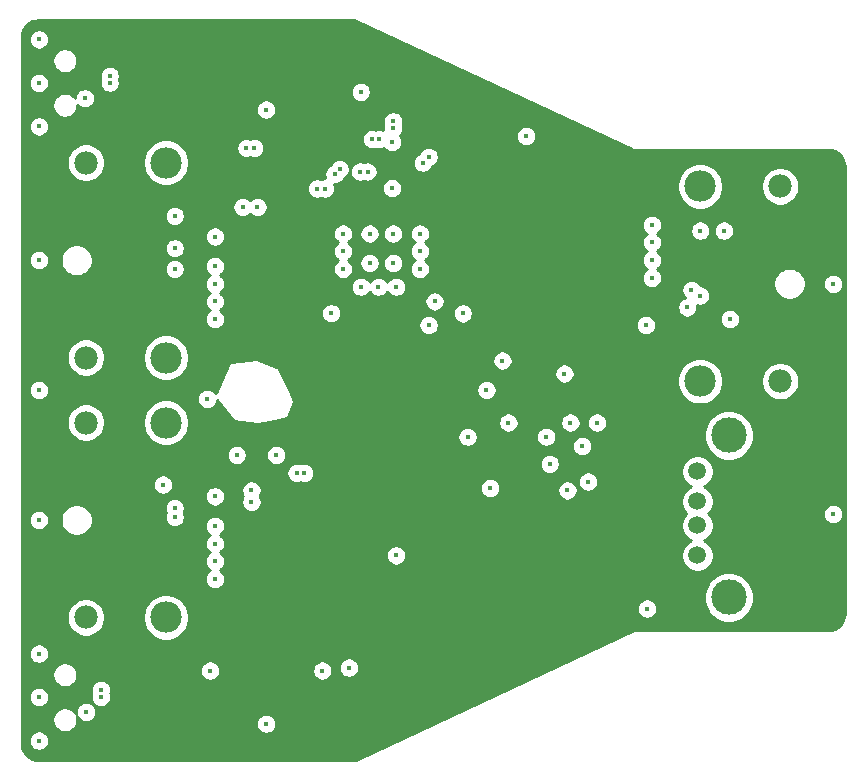
<source format=gbr>
G04 #@! TF.GenerationSoftware,KiCad,Pcbnew,(5.1.2)-2*
G04 #@! TF.CreationDate,2021-01-19T20:41:26+13:00*
G04 #@! TF.ProjectId,DPSwitch,44505377-6974-4636-982e-6b696361645f,rev?*
G04 #@! TF.SameCoordinates,Original*
G04 #@! TF.FileFunction,Copper,L3,Inr*
G04 #@! TF.FilePolarity,Positive*
%FSLAX46Y46*%
G04 Gerber Fmt 4.6, Leading zero omitted, Abs format (unit mm)*
G04 Created by KiCad (PCBNEW (5.1.2)-2) date 2021-01-19 20:41:26*
%MOMM*%
%LPD*%
G04 APERTURE LIST*
%ADD10C,2.660000*%
%ADD11C,1.982000*%
%ADD12C,1.500000*%
%ADD13C,3.000000*%
%ADD14C,0.450000*%
%ADD15C,0.254000*%
G04 APERTURE END LIST*
D10*
X74260000Y-69750000D03*
D11*
X67480000Y-69750000D03*
X67480000Y-53250000D03*
D10*
X74260000Y-53250000D03*
D12*
X119250000Y-79390000D03*
X119250000Y-81930000D03*
X119250000Y-83960000D03*
X119250000Y-86500000D03*
D13*
X121920000Y-76340000D03*
X121920000Y-90060000D03*
D10*
X119490000Y-55250000D03*
D11*
X126270000Y-55250000D03*
X126270000Y-71750000D03*
D10*
X119490000Y-71750000D03*
X74260000Y-91750000D03*
D11*
X67480000Y-91750000D03*
X67480000Y-75250000D03*
D10*
X74260000Y-75250000D03*
D14*
X91500000Y-61750000D03*
X93500000Y-61750000D03*
X93500000Y-59250000D03*
X91500000Y-59250000D03*
X115400000Y-60000000D03*
X115400000Y-58500000D03*
X115400000Y-61500000D03*
X115400000Y-63000000D03*
X78400000Y-59500000D03*
X78400000Y-62000000D03*
X78400000Y-63500000D03*
X78400000Y-65000000D03*
X78400000Y-66500000D03*
X78400000Y-84000000D03*
X78400000Y-85500000D03*
X78400000Y-87000000D03*
X78400000Y-88500000D03*
X89250000Y-62250000D03*
X89250000Y-60750000D03*
X89250000Y-59250000D03*
X78400000Y-81500000D03*
X118400000Y-65500000D03*
X93400000Y-51500000D03*
X99386802Y-66013198D03*
X101400000Y-72500000D03*
X108000000Y-71100000D03*
X114900000Y-67000000D03*
X89750000Y-96000000D03*
X90750000Y-47250000D03*
X90750000Y-63750000D03*
X92250000Y-63750000D03*
X93750000Y-63750000D03*
X95750000Y-59250000D03*
X95750000Y-60750000D03*
X95750000Y-62250000D03*
X83600000Y-78000000D03*
X67400000Y-47800000D03*
X63500000Y-46500000D03*
X63500000Y-42817000D03*
X63500000Y-50183000D03*
X63500000Y-98500000D03*
X63500000Y-94817000D03*
X63500000Y-102183000D03*
X67500000Y-99750000D03*
X103250000Y-75250000D03*
X101700000Y-80800000D03*
X110000000Y-80250000D03*
X78000000Y-96250000D03*
X82750000Y-48750000D03*
X63500000Y-61500000D03*
X63500000Y-72500000D03*
X63500000Y-83500000D03*
X93750000Y-86500000D03*
X115000000Y-91000000D03*
X130750000Y-83000000D03*
X130750000Y-63500000D03*
X104750000Y-51000000D03*
X75000000Y-82500000D03*
X75000000Y-83250000D03*
X75000000Y-60500000D03*
X75000000Y-62250000D03*
X121500000Y-59000000D03*
X119500000Y-59000000D03*
X119500000Y-64500000D03*
X118750000Y-64000000D03*
X93400000Y-55400000D03*
X102750000Y-70000000D03*
X88250000Y-66000000D03*
X96500000Y-67000000D03*
X77750000Y-73250000D03*
X99800000Y-76450000D03*
X106450000Y-76450000D03*
X87064028Y-55434445D03*
X85976600Y-79500000D03*
X87717228Y-55434445D03*
X85323400Y-79500000D03*
X88541060Y-54208940D03*
X68750000Y-97880665D03*
X88958940Y-53791060D03*
X68750000Y-98471635D03*
X93464369Y-50335634D03*
X90673400Y-54000000D03*
X81073400Y-52000000D03*
X91326600Y-54000000D03*
X81726600Y-52000000D03*
X93500000Y-49750000D03*
X80250000Y-78000000D03*
X81500000Y-82000000D03*
X82000000Y-57000000D03*
X81500000Y-81000000D03*
X80750000Y-57000000D03*
X91704515Y-51250000D03*
X69500000Y-45880665D03*
X92295485Y-51250000D03*
X69500000Y-46471635D03*
X96000000Y-53250000D03*
X97000000Y-65000000D03*
X108500000Y-75250000D03*
X110750000Y-75250000D03*
X87500000Y-96250000D03*
X108250000Y-81000000D03*
X82750000Y-100750000D03*
X109500000Y-77250000D03*
X96500000Y-52750000D03*
X106750000Y-78750000D03*
X74000000Y-80500000D03*
X75000000Y-57750000D03*
X122000000Y-66500000D03*
D15*
G36*
X113694124Y-52113218D02*
G01*
X113736594Y-52135919D01*
X113787433Y-52151341D01*
X113837591Y-52168879D01*
X113851895Y-52170895D01*
X113865717Y-52175088D01*
X113918597Y-52180296D01*
X113971204Y-52187711D01*
X114019279Y-52185000D01*
X130366495Y-52185000D01*
X130654782Y-52213267D01*
X130899855Y-52287259D01*
X131125890Y-52407443D01*
X131324281Y-52569248D01*
X131487460Y-52766497D01*
X131609220Y-52991687D01*
X131684924Y-53236247D01*
X131715001Y-53522408D01*
X131715000Y-91466495D01*
X131686733Y-91754782D01*
X131612741Y-91999855D01*
X131492554Y-92225893D01*
X131330754Y-92424279D01*
X131133503Y-92587460D01*
X130908310Y-92709221D01*
X130663753Y-92784924D01*
X130377602Y-92815000D01*
X114018153Y-92815000D01*
X113968972Y-92812387D01*
X113917505Y-92819811D01*
X113865717Y-92824912D01*
X113850822Y-92829430D01*
X113835421Y-92831652D01*
X113786381Y-92848978D01*
X113736594Y-92864081D01*
X113693131Y-92887312D01*
X90347617Y-103815000D01*
X63433505Y-103815000D01*
X63145218Y-103786733D01*
X62900145Y-103712741D01*
X62674107Y-103592554D01*
X62475721Y-103430754D01*
X62312540Y-103233503D01*
X62190779Y-103008310D01*
X62115076Y-102763753D01*
X62085000Y-102477602D01*
X62085000Y-102098297D01*
X62640000Y-102098297D01*
X62640000Y-102267703D01*
X62673049Y-102433853D01*
X62737878Y-102590363D01*
X62831995Y-102731218D01*
X62951782Y-102851005D01*
X63092637Y-102945122D01*
X63249147Y-103009951D01*
X63415297Y-103043000D01*
X63584703Y-103043000D01*
X63750853Y-103009951D01*
X63907363Y-102945122D01*
X64048218Y-102851005D01*
X64168005Y-102731218D01*
X64262122Y-102590363D01*
X64326951Y-102433853D01*
X64360000Y-102267703D01*
X64360000Y-102098297D01*
X64326951Y-101932147D01*
X64262122Y-101775637D01*
X64168005Y-101634782D01*
X64048218Y-101514995D01*
X63907363Y-101420878D01*
X63750853Y-101356049D01*
X63584703Y-101323000D01*
X63415297Y-101323000D01*
X63249147Y-101356049D01*
X63092637Y-101420878D01*
X62951782Y-101514995D01*
X62831995Y-101634782D01*
X62737878Y-101775637D01*
X62673049Y-101932147D01*
X62640000Y-102098297D01*
X62085000Y-102098297D01*
X62085000Y-100295600D01*
X64640460Y-100295600D01*
X64640460Y-100504240D01*
X64681164Y-100708871D01*
X64761007Y-100901630D01*
X64876921Y-101075108D01*
X65024452Y-101222639D01*
X65197930Y-101338553D01*
X65390689Y-101418396D01*
X65595320Y-101459100D01*
X65803960Y-101459100D01*
X66008591Y-101418396D01*
X66201350Y-101338553D01*
X66374828Y-101222639D01*
X66522359Y-101075108D01*
X66638273Y-100901630D01*
X66718116Y-100708871D01*
X66726783Y-100665297D01*
X81890000Y-100665297D01*
X81890000Y-100834703D01*
X81923049Y-101000853D01*
X81987878Y-101157363D01*
X82081995Y-101298218D01*
X82201782Y-101418005D01*
X82342637Y-101512122D01*
X82499147Y-101576951D01*
X82665297Y-101610000D01*
X82834703Y-101610000D01*
X83000853Y-101576951D01*
X83157363Y-101512122D01*
X83298218Y-101418005D01*
X83418005Y-101298218D01*
X83512122Y-101157363D01*
X83576951Y-101000853D01*
X83610000Y-100834703D01*
X83610000Y-100665297D01*
X83576951Y-100499147D01*
X83512122Y-100342637D01*
X83418005Y-100201782D01*
X83298218Y-100081995D01*
X83157363Y-99987878D01*
X83000853Y-99923049D01*
X82834703Y-99890000D01*
X82665297Y-99890000D01*
X82499147Y-99923049D01*
X82342637Y-99987878D01*
X82201782Y-100081995D01*
X82081995Y-100201782D01*
X81987878Y-100342637D01*
X81923049Y-100499147D01*
X81890000Y-100665297D01*
X66726783Y-100665297D01*
X66758820Y-100504240D01*
X66758820Y-100295600D01*
X66725266Y-100126916D01*
X66737878Y-100157363D01*
X66831995Y-100298218D01*
X66951782Y-100418005D01*
X67092637Y-100512122D01*
X67249147Y-100576951D01*
X67415297Y-100610000D01*
X67584703Y-100610000D01*
X67750853Y-100576951D01*
X67907363Y-100512122D01*
X68048218Y-100418005D01*
X68168005Y-100298218D01*
X68262122Y-100157363D01*
X68326951Y-100000853D01*
X68360000Y-99834703D01*
X68360000Y-99665297D01*
X68326951Y-99499147D01*
X68262122Y-99342637D01*
X68168005Y-99201782D01*
X68048218Y-99081995D01*
X67907363Y-98987878D01*
X67750853Y-98923049D01*
X67584703Y-98890000D01*
X67415297Y-98890000D01*
X67249147Y-98923049D01*
X67092637Y-98987878D01*
X66951782Y-99081995D01*
X66831995Y-99201782D01*
X66737878Y-99342637D01*
X66673049Y-99499147D01*
X66640000Y-99665297D01*
X66640000Y-99834703D01*
X66665898Y-99964904D01*
X66638273Y-99898210D01*
X66522359Y-99724732D01*
X66374828Y-99577201D01*
X66201350Y-99461287D01*
X66008591Y-99381444D01*
X65803960Y-99340740D01*
X65595320Y-99340740D01*
X65390689Y-99381444D01*
X65197930Y-99461287D01*
X65024452Y-99577201D01*
X64876921Y-99724732D01*
X64761007Y-99898210D01*
X64681164Y-100090969D01*
X64640460Y-100295600D01*
X62085000Y-100295600D01*
X62085000Y-98415297D01*
X62640000Y-98415297D01*
X62640000Y-98584703D01*
X62673049Y-98750853D01*
X62737878Y-98907363D01*
X62831995Y-99048218D01*
X62951782Y-99168005D01*
X63092637Y-99262122D01*
X63249147Y-99326951D01*
X63415297Y-99360000D01*
X63584703Y-99360000D01*
X63750853Y-99326951D01*
X63907363Y-99262122D01*
X64048218Y-99168005D01*
X64168005Y-99048218D01*
X64262122Y-98907363D01*
X64326951Y-98750853D01*
X64360000Y-98584703D01*
X64360000Y-98415297D01*
X64326951Y-98249147D01*
X64262122Y-98092637D01*
X64168005Y-97951782D01*
X64048218Y-97831995D01*
X63994292Y-97795962D01*
X67890000Y-97795962D01*
X67890000Y-97965368D01*
X67923049Y-98131518D01*
X67941536Y-98176150D01*
X67923049Y-98220782D01*
X67890000Y-98386932D01*
X67890000Y-98556338D01*
X67923049Y-98722488D01*
X67987878Y-98878998D01*
X68081995Y-99019853D01*
X68201782Y-99139640D01*
X68342637Y-99233757D01*
X68499147Y-99298586D01*
X68665297Y-99331635D01*
X68834703Y-99331635D01*
X69000853Y-99298586D01*
X69157363Y-99233757D01*
X69298218Y-99139640D01*
X69418005Y-99019853D01*
X69512122Y-98878998D01*
X69576951Y-98722488D01*
X69610000Y-98556338D01*
X69610000Y-98386932D01*
X69576951Y-98220782D01*
X69558464Y-98176150D01*
X69576951Y-98131518D01*
X69610000Y-97965368D01*
X69610000Y-97795962D01*
X69576951Y-97629812D01*
X69512122Y-97473302D01*
X69418005Y-97332447D01*
X69298218Y-97212660D01*
X69157363Y-97118543D01*
X69000853Y-97053714D01*
X68834703Y-97020665D01*
X68665297Y-97020665D01*
X68499147Y-97053714D01*
X68342637Y-97118543D01*
X68201782Y-97212660D01*
X68081995Y-97332447D01*
X67987878Y-97473302D01*
X67923049Y-97629812D01*
X67890000Y-97795962D01*
X63994292Y-97795962D01*
X63907363Y-97737878D01*
X63750853Y-97673049D01*
X63584703Y-97640000D01*
X63415297Y-97640000D01*
X63249147Y-97673049D01*
X63092637Y-97737878D01*
X62951782Y-97831995D01*
X62831995Y-97951782D01*
X62737878Y-98092637D01*
X62673049Y-98249147D01*
X62640000Y-98415297D01*
X62085000Y-98415297D01*
X62085000Y-96495760D01*
X64640460Y-96495760D01*
X64640460Y-96704400D01*
X64681164Y-96909031D01*
X64761007Y-97101790D01*
X64876921Y-97275268D01*
X65024452Y-97422799D01*
X65197930Y-97538713D01*
X65390689Y-97618556D01*
X65595320Y-97659260D01*
X65803960Y-97659260D01*
X66008591Y-97618556D01*
X66201350Y-97538713D01*
X66374828Y-97422799D01*
X66522359Y-97275268D01*
X66638273Y-97101790D01*
X66718116Y-96909031D01*
X66758820Y-96704400D01*
X66758820Y-96495760D01*
X66718116Y-96291129D01*
X66665995Y-96165297D01*
X77140000Y-96165297D01*
X77140000Y-96334703D01*
X77173049Y-96500853D01*
X77237878Y-96657363D01*
X77331995Y-96798218D01*
X77451782Y-96918005D01*
X77592637Y-97012122D01*
X77749147Y-97076951D01*
X77915297Y-97110000D01*
X78084703Y-97110000D01*
X78250853Y-97076951D01*
X78407363Y-97012122D01*
X78548218Y-96918005D01*
X78668005Y-96798218D01*
X78762122Y-96657363D01*
X78826951Y-96500853D01*
X78860000Y-96334703D01*
X78860000Y-96165297D01*
X86640000Y-96165297D01*
X86640000Y-96334703D01*
X86673049Y-96500853D01*
X86737878Y-96657363D01*
X86831995Y-96798218D01*
X86951782Y-96918005D01*
X87092637Y-97012122D01*
X87249147Y-97076951D01*
X87415297Y-97110000D01*
X87584703Y-97110000D01*
X87750853Y-97076951D01*
X87907363Y-97012122D01*
X88048218Y-96918005D01*
X88168005Y-96798218D01*
X88262122Y-96657363D01*
X88326951Y-96500853D01*
X88360000Y-96334703D01*
X88360000Y-96165297D01*
X88326951Y-95999147D01*
X88292219Y-95915297D01*
X88890000Y-95915297D01*
X88890000Y-96084703D01*
X88923049Y-96250853D01*
X88987878Y-96407363D01*
X89081995Y-96548218D01*
X89201782Y-96668005D01*
X89342637Y-96762122D01*
X89499147Y-96826951D01*
X89665297Y-96860000D01*
X89834703Y-96860000D01*
X90000853Y-96826951D01*
X90157363Y-96762122D01*
X90298218Y-96668005D01*
X90418005Y-96548218D01*
X90512122Y-96407363D01*
X90576951Y-96250853D01*
X90610000Y-96084703D01*
X90610000Y-95915297D01*
X90576951Y-95749147D01*
X90512122Y-95592637D01*
X90418005Y-95451782D01*
X90298218Y-95331995D01*
X90157363Y-95237878D01*
X90000853Y-95173049D01*
X89834703Y-95140000D01*
X89665297Y-95140000D01*
X89499147Y-95173049D01*
X89342637Y-95237878D01*
X89201782Y-95331995D01*
X89081995Y-95451782D01*
X88987878Y-95592637D01*
X88923049Y-95749147D01*
X88890000Y-95915297D01*
X88292219Y-95915297D01*
X88262122Y-95842637D01*
X88168005Y-95701782D01*
X88048218Y-95581995D01*
X87907363Y-95487878D01*
X87750853Y-95423049D01*
X87584703Y-95390000D01*
X87415297Y-95390000D01*
X87249147Y-95423049D01*
X87092637Y-95487878D01*
X86951782Y-95581995D01*
X86831995Y-95701782D01*
X86737878Y-95842637D01*
X86673049Y-95999147D01*
X86640000Y-96165297D01*
X78860000Y-96165297D01*
X78826951Y-95999147D01*
X78762122Y-95842637D01*
X78668005Y-95701782D01*
X78548218Y-95581995D01*
X78407363Y-95487878D01*
X78250853Y-95423049D01*
X78084703Y-95390000D01*
X77915297Y-95390000D01*
X77749147Y-95423049D01*
X77592637Y-95487878D01*
X77451782Y-95581995D01*
X77331995Y-95701782D01*
X77237878Y-95842637D01*
X77173049Y-95999147D01*
X77140000Y-96165297D01*
X66665995Y-96165297D01*
X66638273Y-96098370D01*
X66522359Y-95924892D01*
X66374828Y-95777361D01*
X66201350Y-95661447D01*
X66008591Y-95581604D01*
X65803960Y-95540900D01*
X65595320Y-95540900D01*
X65390689Y-95581604D01*
X65197930Y-95661447D01*
X65024452Y-95777361D01*
X64876921Y-95924892D01*
X64761007Y-96098370D01*
X64681164Y-96291129D01*
X64640460Y-96495760D01*
X62085000Y-96495760D01*
X62085000Y-94732297D01*
X62640000Y-94732297D01*
X62640000Y-94901703D01*
X62673049Y-95067853D01*
X62737878Y-95224363D01*
X62831995Y-95365218D01*
X62951782Y-95485005D01*
X63092637Y-95579122D01*
X63249147Y-95643951D01*
X63415297Y-95677000D01*
X63584703Y-95677000D01*
X63750853Y-95643951D01*
X63907363Y-95579122D01*
X64048218Y-95485005D01*
X64168005Y-95365218D01*
X64262122Y-95224363D01*
X64326951Y-95067853D01*
X64360000Y-94901703D01*
X64360000Y-94732297D01*
X64326951Y-94566147D01*
X64262122Y-94409637D01*
X64168005Y-94268782D01*
X64048218Y-94148995D01*
X63907363Y-94054878D01*
X63750853Y-93990049D01*
X63584703Y-93957000D01*
X63415297Y-93957000D01*
X63249147Y-93990049D01*
X63092637Y-94054878D01*
X62951782Y-94148995D01*
X62831995Y-94268782D01*
X62737878Y-94409637D01*
X62673049Y-94566147D01*
X62640000Y-94732297D01*
X62085000Y-94732297D01*
X62085000Y-91589853D01*
X65854000Y-91589853D01*
X65854000Y-91910147D01*
X65916486Y-92224287D01*
X66039057Y-92520200D01*
X66217003Y-92786515D01*
X66443485Y-93012997D01*
X66709800Y-93190943D01*
X67005713Y-93313514D01*
X67319853Y-93376000D01*
X67640147Y-93376000D01*
X67954287Y-93313514D01*
X68250200Y-93190943D01*
X68516515Y-93012997D01*
X68742997Y-92786515D01*
X68920943Y-92520200D01*
X69043514Y-92224287D01*
X69106000Y-91910147D01*
X69106000Y-91589853D01*
X69099359Y-91556464D01*
X72295000Y-91556464D01*
X72295000Y-91943536D01*
X72370514Y-92323169D01*
X72518639Y-92680777D01*
X72733685Y-93002615D01*
X73007385Y-93276315D01*
X73329223Y-93491361D01*
X73686831Y-93639486D01*
X74066464Y-93715000D01*
X74453536Y-93715000D01*
X74833169Y-93639486D01*
X75190777Y-93491361D01*
X75512615Y-93276315D01*
X75786315Y-93002615D01*
X76001361Y-92680777D01*
X76149486Y-92323169D01*
X76225000Y-91943536D01*
X76225000Y-91556464D01*
X76149486Y-91176831D01*
X76041156Y-90915297D01*
X114140000Y-90915297D01*
X114140000Y-91084703D01*
X114173049Y-91250853D01*
X114237878Y-91407363D01*
X114331995Y-91548218D01*
X114451782Y-91668005D01*
X114592637Y-91762122D01*
X114749147Y-91826951D01*
X114915297Y-91860000D01*
X115084703Y-91860000D01*
X115250853Y-91826951D01*
X115407363Y-91762122D01*
X115548218Y-91668005D01*
X115668005Y-91548218D01*
X115762122Y-91407363D01*
X115826951Y-91250853D01*
X115860000Y-91084703D01*
X115860000Y-90915297D01*
X115826951Y-90749147D01*
X115762122Y-90592637D01*
X115668005Y-90451782D01*
X115548218Y-90331995D01*
X115407363Y-90237878D01*
X115250853Y-90173049D01*
X115084703Y-90140000D01*
X114915297Y-90140000D01*
X114749147Y-90173049D01*
X114592637Y-90237878D01*
X114451782Y-90331995D01*
X114331995Y-90451782D01*
X114237878Y-90592637D01*
X114173049Y-90749147D01*
X114140000Y-90915297D01*
X76041156Y-90915297D01*
X76001361Y-90819223D01*
X75786315Y-90497385D01*
X75512615Y-90223685D01*
X75190777Y-90008639D01*
X74833169Y-89860514D01*
X74778910Y-89849721D01*
X119785000Y-89849721D01*
X119785000Y-90270279D01*
X119867047Y-90682756D01*
X120027988Y-91071302D01*
X120261637Y-91420983D01*
X120559017Y-91718363D01*
X120908698Y-91952012D01*
X121297244Y-92112953D01*
X121709721Y-92195000D01*
X122130279Y-92195000D01*
X122542756Y-92112953D01*
X122931302Y-91952012D01*
X123280983Y-91718363D01*
X123578363Y-91420983D01*
X123812012Y-91071302D01*
X123972953Y-90682756D01*
X124055000Y-90270279D01*
X124055000Y-89849721D01*
X123972953Y-89437244D01*
X123812012Y-89048698D01*
X123578363Y-88699017D01*
X123280983Y-88401637D01*
X122931302Y-88167988D01*
X122542756Y-88007047D01*
X122130279Y-87925000D01*
X121709721Y-87925000D01*
X121297244Y-88007047D01*
X120908698Y-88167988D01*
X120559017Y-88401637D01*
X120261637Y-88699017D01*
X120027988Y-89048698D01*
X119867047Y-89437244D01*
X119785000Y-89849721D01*
X74778910Y-89849721D01*
X74453536Y-89785000D01*
X74066464Y-89785000D01*
X73686831Y-89860514D01*
X73329223Y-90008639D01*
X73007385Y-90223685D01*
X72733685Y-90497385D01*
X72518639Y-90819223D01*
X72370514Y-91176831D01*
X72295000Y-91556464D01*
X69099359Y-91556464D01*
X69043514Y-91275713D01*
X68920943Y-90979800D01*
X68742997Y-90713485D01*
X68516515Y-90487003D01*
X68250200Y-90309057D01*
X67954287Y-90186486D01*
X67640147Y-90124000D01*
X67319853Y-90124000D01*
X67005713Y-90186486D01*
X66709800Y-90309057D01*
X66443485Y-90487003D01*
X66217003Y-90713485D01*
X66039057Y-90979800D01*
X65916486Y-91275713D01*
X65854000Y-91589853D01*
X62085000Y-91589853D01*
X62085000Y-83415297D01*
X62640000Y-83415297D01*
X62640000Y-83584703D01*
X62673049Y-83750853D01*
X62737878Y-83907363D01*
X62831995Y-84048218D01*
X62951782Y-84168005D01*
X63092637Y-84262122D01*
X63249147Y-84326951D01*
X63415297Y-84360000D01*
X63584703Y-84360000D01*
X63750853Y-84326951D01*
X63907363Y-84262122D01*
X64048218Y-84168005D01*
X64168005Y-84048218D01*
X64262122Y-83907363D01*
X64326951Y-83750853D01*
X64360000Y-83584703D01*
X64360000Y-83415297D01*
X64350205Y-83366052D01*
X65340000Y-83366052D01*
X65340000Y-83633948D01*
X65392264Y-83896697D01*
X65494784Y-84144201D01*
X65643619Y-84366949D01*
X65833051Y-84556381D01*
X66055799Y-84705216D01*
X66303303Y-84807736D01*
X66566052Y-84860000D01*
X66833948Y-84860000D01*
X67096697Y-84807736D01*
X67344201Y-84705216D01*
X67566949Y-84556381D01*
X67756381Y-84366949D01*
X67905216Y-84144201D01*
X68007736Y-83896697D01*
X68060000Y-83633948D01*
X68060000Y-83366052D01*
X68007736Y-83103303D01*
X67905216Y-82855799D01*
X67756381Y-82633051D01*
X67566949Y-82443619D01*
X67524563Y-82415297D01*
X74140000Y-82415297D01*
X74140000Y-82584703D01*
X74173049Y-82750853D01*
X74224473Y-82875000D01*
X74173049Y-82999147D01*
X74140000Y-83165297D01*
X74140000Y-83334703D01*
X74173049Y-83500853D01*
X74237878Y-83657363D01*
X74331995Y-83798218D01*
X74451782Y-83918005D01*
X74592637Y-84012122D01*
X74749147Y-84076951D01*
X74915297Y-84110000D01*
X75084703Y-84110000D01*
X75250853Y-84076951D01*
X75407363Y-84012122D01*
X75548218Y-83918005D01*
X75550926Y-83915297D01*
X77540000Y-83915297D01*
X77540000Y-84084703D01*
X77573049Y-84250853D01*
X77637878Y-84407363D01*
X77731995Y-84548218D01*
X77851782Y-84668005D01*
X77974495Y-84750000D01*
X77851782Y-84831995D01*
X77731995Y-84951782D01*
X77637878Y-85092637D01*
X77573049Y-85249147D01*
X77540000Y-85415297D01*
X77540000Y-85584703D01*
X77573049Y-85750853D01*
X77637878Y-85907363D01*
X77731995Y-86048218D01*
X77851782Y-86168005D01*
X77974495Y-86250000D01*
X77851782Y-86331995D01*
X77731995Y-86451782D01*
X77637878Y-86592637D01*
X77573049Y-86749147D01*
X77540000Y-86915297D01*
X77540000Y-87084703D01*
X77573049Y-87250853D01*
X77637878Y-87407363D01*
X77731995Y-87548218D01*
X77851782Y-87668005D01*
X77974495Y-87750000D01*
X77851782Y-87831995D01*
X77731995Y-87951782D01*
X77637878Y-88092637D01*
X77573049Y-88249147D01*
X77540000Y-88415297D01*
X77540000Y-88584703D01*
X77573049Y-88750853D01*
X77637878Y-88907363D01*
X77731995Y-89048218D01*
X77851782Y-89168005D01*
X77992637Y-89262122D01*
X78149147Y-89326951D01*
X78315297Y-89360000D01*
X78484703Y-89360000D01*
X78650853Y-89326951D01*
X78807363Y-89262122D01*
X78948218Y-89168005D01*
X79068005Y-89048218D01*
X79162122Y-88907363D01*
X79226951Y-88750853D01*
X79260000Y-88584703D01*
X79260000Y-88415297D01*
X79226951Y-88249147D01*
X79162122Y-88092637D01*
X79068005Y-87951782D01*
X78948218Y-87831995D01*
X78825505Y-87750000D01*
X78948218Y-87668005D01*
X79068005Y-87548218D01*
X79162122Y-87407363D01*
X79226951Y-87250853D01*
X79260000Y-87084703D01*
X79260000Y-86915297D01*
X79226951Y-86749147D01*
X79162122Y-86592637D01*
X79068005Y-86451782D01*
X79031520Y-86415297D01*
X92890000Y-86415297D01*
X92890000Y-86584703D01*
X92923049Y-86750853D01*
X92987878Y-86907363D01*
X93081995Y-87048218D01*
X93201782Y-87168005D01*
X93342637Y-87262122D01*
X93499147Y-87326951D01*
X93665297Y-87360000D01*
X93834703Y-87360000D01*
X94000853Y-87326951D01*
X94157363Y-87262122D01*
X94298218Y-87168005D01*
X94418005Y-87048218D01*
X94512122Y-86907363D01*
X94576951Y-86750853D01*
X94610000Y-86584703D01*
X94610000Y-86415297D01*
X94576951Y-86249147D01*
X94512122Y-86092637D01*
X94418005Y-85951782D01*
X94298218Y-85831995D01*
X94157363Y-85737878D01*
X94000853Y-85673049D01*
X93834703Y-85640000D01*
X93665297Y-85640000D01*
X93499147Y-85673049D01*
X93342637Y-85737878D01*
X93201782Y-85831995D01*
X93081995Y-85951782D01*
X92987878Y-86092637D01*
X92923049Y-86249147D01*
X92890000Y-86415297D01*
X79031520Y-86415297D01*
X78948218Y-86331995D01*
X78825505Y-86250000D01*
X78948218Y-86168005D01*
X79068005Y-86048218D01*
X79162122Y-85907363D01*
X79226951Y-85750853D01*
X79260000Y-85584703D01*
X79260000Y-85415297D01*
X79226951Y-85249147D01*
X79162122Y-85092637D01*
X79068005Y-84951782D01*
X78948218Y-84831995D01*
X78825505Y-84750000D01*
X78948218Y-84668005D01*
X79068005Y-84548218D01*
X79162122Y-84407363D01*
X79226951Y-84250853D01*
X79260000Y-84084703D01*
X79260000Y-83915297D01*
X79226951Y-83749147D01*
X79162122Y-83592637D01*
X79068005Y-83451782D01*
X78948218Y-83331995D01*
X78807363Y-83237878D01*
X78650853Y-83173049D01*
X78484703Y-83140000D01*
X78315297Y-83140000D01*
X78149147Y-83173049D01*
X77992637Y-83237878D01*
X77851782Y-83331995D01*
X77731995Y-83451782D01*
X77637878Y-83592637D01*
X77573049Y-83749147D01*
X77540000Y-83915297D01*
X75550926Y-83915297D01*
X75668005Y-83798218D01*
X75762122Y-83657363D01*
X75826951Y-83500853D01*
X75860000Y-83334703D01*
X75860000Y-83165297D01*
X75826951Y-82999147D01*
X75775527Y-82875000D01*
X75826951Y-82750853D01*
X75860000Y-82584703D01*
X75860000Y-82415297D01*
X75826951Y-82249147D01*
X75762122Y-82092637D01*
X75668005Y-81951782D01*
X75548218Y-81831995D01*
X75407363Y-81737878D01*
X75250853Y-81673049D01*
X75084703Y-81640000D01*
X74915297Y-81640000D01*
X74749147Y-81673049D01*
X74592637Y-81737878D01*
X74451782Y-81831995D01*
X74331995Y-81951782D01*
X74237878Y-82092637D01*
X74173049Y-82249147D01*
X74140000Y-82415297D01*
X67524563Y-82415297D01*
X67344201Y-82294784D01*
X67096697Y-82192264D01*
X66833948Y-82140000D01*
X66566052Y-82140000D01*
X66303303Y-82192264D01*
X66055799Y-82294784D01*
X65833051Y-82443619D01*
X65643619Y-82633051D01*
X65494784Y-82855799D01*
X65392264Y-83103303D01*
X65340000Y-83366052D01*
X64350205Y-83366052D01*
X64326951Y-83249147D01*
X64262122Y-83092637D01*
X64168005Y-82951782D01*
X64048218Y-82831995D01*
X63907363Y-82737878D01*
X63750853Y-82673049D01*
X63584703Y-82640000D01*
X63415297Y-82640000D01*
X63249147Y-82673049D01*
X63092637Y-82737878D01*
X62951782Y-82831995D01*
X62831995Y-82951782D01*
X62737878Y-83092637D01*
X62673049Y-83249147D01*
X62640000Y-83415297D01*
X62085000Y-83415297D01*
X62085000Y-81415297D01*
X77540000Y-81415297D01*
X77540000Y-81584703D01*
X77573049Y-81750853D01*
X77637878Y-81907363D01*
X77731995Y-82048218D01*
X77851782Y-82168005D01*
X77992637Y-82262122D01*
X78149147Y-82326951D01*
X78315297Y-82360000D01*
X78484703Y-82360000D01*
X78650853Y-82326951D01*
X78807363Y-82262122D01*
X78948218Y-82168005D01*
X79068005Y-82048218D01*
X79162122Y-81907363D01*
X79226951Y-81750853D01*
X79260000Y-81584703D01*
X79260000Y-81415297D01*
X79226951Y-81249147D01*
X79162122Y-81092637D01*
X79068005Y-80951782D01*
X79031520Y-80915297D01*
X80640000Y-80915297D01*
X80640000Y-81084703D01*
X80673049Y-81250853D01*
X80737878Y-81407363D01*
X80799777Y-81500000D01*
X80737878Y-81592637D01*
X80673049Y-81749147D01*
X80640000Y-81915297D01*
X80640000Y-82084703D01*
X80673049Y-82250853D01*
X80737878Y-82407363D01*
X80831995Y-82548218D01*
X80951782Y-82668005D01*
X81092637Y-82762122D01*
X81249147Y-82826951D01*
X81415297Y-82860000D01*
X81584703Y-82860000D01*
X81750853Y-82826951D01*
X81907363Y-82762122D01*
X82048218Y-82668005D01*
X82168005Y-82548218D01*
X82262122Y-82407363D01*
X82326951Y-82250853D01*
X82360000Y-82084703D01*
X82360000Y-81915297D01*
X82326951Y-81749147D01*
X82262122Y-81592637D01*
X82200223Y-81500000D01*
X82262122Y-81407363D01*
X82326951Y-81250853D01*
X82360000Y-81084703D01*
X82360000Y-80915297D01*
X82326951Y-80749147D01*
X82312930Y-80715297D01*
X100840000Y-80715297D01*
X100840000Y-80884703D01*
X100873049Y-81050853D01*
X100937878Y-81207363D01*
X101031995Y-81348218D01*
X101151782Y-81468005D01*
X101292637Y-81562122D01*
X101449147Y-81626951D01*
X101615297Y-81660000D01*
X101784703Y-81660000D01*
X101950853Y-81626951D01*
X102107363Y-81562122D01*
X102248218Y-81468005D01*
X102368005Y-81348218D01*
X102462122Y-81207363D01*
X102526951Y-81050853D01*
X102553914Y-80915297D01*
X107390000Y-80915297D01*
X107390000Y-81084703D01*
X107423049Y-81250853D01*
X107487878Y-81407363D01*
X107581995Y-81548218D01*
X107701782Y-81668005D01*
X107842637Y-81762122D01*
X107999147Y-81826951D01*
X108165297Y-81860000D01*
X108334703Y-81860000D01*
X108500853Y-81826951D01*
X108657363Y-81762122D01*
X108798218Y-81668005D01*
X108918005Y-81548218D01*
X109012122Y-81407363D01*
X109076951Y-81250853D01*
X109110000Y-81084703D01*
X109110000Y-80915297D01*
X109076951Y-80749147D01*
X109012122Y-80592637D01*
X108918005Y-80451782D01*
X108798218Y-80331995D01*
X108657363Y-80237878D01*
X108500853Y-80173049D01*
X108461881Y-80165297D01*
X109140000Y-80165297D01*
X109140000Y-80334703D01*
X109173049Y-80500853D01*
X109237878Y-80657363D01*
X109331995Y-80798218D01*
X109451782Y-80918005D01*
X109592637Y-81012122D01*
X109749147Y-81076951D01*
X109915297Y-81110000D01*
X110084703Y-81110000D01*
X110250853Y-81076951D01*
X110407363Y-81012122D01*
X110548218Y-80918005D01*
X110668005Y-80798218D01*
X110762122Y-80657363D01*
X110826951Y-80500853D01*
X110860000Y-80334703D01*
X110860000Y-80165297D01*
X110826951Y-79999147D01*
X110762122Y-79842637D01*
X110668005Y-79701782D01*
X110548218Y-79581995D01*
X110407363Y-79487878D01*
X110250853Y-79423049D01*
X110084703Y-79390000D01*
X109915297Y-79390000D01*
X109749147Y-79423049D01*
X109592637Y-79487878D01*
X109451782Y-79581995D01*
X109331995Y-79701782D01*
X109237878Y-79842637D01*
X109173049Y-79999147D01*
X109140000Y-80165297D01*
X108461881Y-80165297D01*
X108334703Y-80140000D01*
X108165297Y-80140000D01*
X107999147Y-80173049D01*
X107842637Y-80237878D01*
X107701782Y-80331995D01*
X107581995Y-80451782D01*
X107487878Y-80592637D01*
X107423049Y-80749147D01*
X107390000Y-80915297D01*
X102553914Y-80915297D01*
X102560000Y-80884703D01*
X102560000Y-80715297D01*
X102526951Y-80549147D01*
X102462122Y-80392637D01*
X102368005Y-80251782D01*
X102248218Y-80131995D01*
X102107363Y-80037878D01*
X101950853Y-79973049D01*
X101784703Y-79940000D01*
X101615297Y-79940000D01*
X101449147Y-79973049D01*
X101292637Y-80037878D01*
X101151782Y-80131995D01*
X101031995Y-80251782D01*
X100937878Y-80392637D01*
X100873049Y-80549147D01*
X100840000Y-80715297D01*
X82312930Y-80715297D01*
X82262122Y-80592637D01*
X82168005Y-80451782D01*
X82048218Y-80331995D01*
X81907363Y-80237878D01*
X81750853Y-80173049D01*
X81584703Y-80140000D01*
X81415297Y-80140000D01*
X81249147Y-80173049D01*
X81092637Y-80237878D01*
X80951782Y-80331995D01*
X80831995Y-80451782D01*
X80737878Y-80592637D01*
X80673049Y-80749147D01*
X80640000Y-80915297D01*
X79031520Y-80915297D01*
X78948218Y-80831995D01*
X78807363Y-80737878D01*
X78650853Y-80673049D01*
X78484703Y-80640000D01*
X78315297Y-80640000D01*
X78149147Y-80673049D01*
X77992637Y-80737878D01*
X77851782Y-80831995D01*
X77731995Y-80951782D01*
X77637878Y-81092637D01*
X77573049Y-81249147D01*
X77540000Y-81415297D01*
X62085000Y-81415297D01*
X62085000Y-80415297D01*
X73140000Y-80415297D01*
X73140000Y-80584703D01*
X73173049Y-80750853D01*
X73237878Y-80907363D01*
X73331995Y-81048218D01*
X73451782Y-81168005D01*
X73592637Y-81262122D01*
X73749147Y-81326951D01*
X73915297Y-81360000D01*
X74084703Y-81360000D01*
X74250853Y-81326951D01*
X74407363Y-81262122D01*
X74548218Y-81168005D01*
X74668005Y-81048218D01*
X74762122Y-80907363D01*
X74826951Y-80750853D01*
X74860000Y-80584703D01*
X74860000Y-80415297D01*
X74826951Y-80249147D01*
X74762122Y-80092637D01*
X74668005Y-79951782D01*
X74548218Y-79831995D01*
X74407363Y-79737878D01*
X74250853Y-79673049D01*
X74084703Y-79640000D01*
X73915297Y-79640000D01*
X73749147Y-79673049D01*
X73592637Y-79737878D01*
X73451782Y-79831995D01*
X73331995Y-79951782D01*
X73237878Y-80092637D01*
X73173049Y-80249147D01*
X73140000Y-80415297D01*
X62085000Y-80415297D01*
X62085000Y-79415297D01*
X84463400Y-79415297D01*
X84463400Y-79584703D01*
X84496449Y-79750853D01*
X84561278Y-79907363D01*
X84655395Y-80048218D01*
X84775182Y-80168005D01*
X84916037Y-80262122D01*
X85072547Y-80326951D01*
X85238697Y-80360000D01*
X85408103Y-80360000D01*
X85574253Y-80326951D01*
X85650000Y-80295575D01*
X85725747Y-80326951D01*
X85891897Y-80360000D01*
X86061303Y-80360000D01*
X86227453Y-80326951D01*
X86383963Y-80262122D01*
X86524818Y-80168005D01*
X86644605Y-80048218D01*
X86738722Y-79907363D01*
X86803551Y-79750853D01*
X86836600Y-79584703D01*
X86836600Y-79415297D01*
X86803551Y-79249147D01*
X86738722Y-79092637D01*
X86644605Y-78951782D01*
X86524818Y-78831995D01*
X86383963Y-78737878D01*
X86227453Y-78673049D01*
X86188481Y-78665297D01*
X105890000Y-78665297D01*
X105890000Y-78834703D01*
X105923049Y-79000853D01*
X105987878Y-79157363D01*
X106081995Y-79298218D01*
X106201782Y-79418005D01*
X106342637Y-79512122D01*
X106499147Y-79576951D01*
X106665297Y-79610000D01*
X106834703Y-79610000D01*
X107000853Y-79576951D01*
X107157363Y-79512122D01*
X107298218Y-79418005D01*
X107418005Y-79298218D01*
X107447825Y-79253589D01*
X117865000Y-79253589D01*
X117865000Y-79526411D01*
X117918225Y-79793989D01*
X118022629Y-80046043D01*
X118174201Y-80272886D01*
X118367114Y-80465799D01*
X118593957Y-80617371D01*
X118696873Y-80660000D01*
X118593957Y-80702629D01*
X118367114Y-80854201D01*
X118174201Y-81047114D01*
X118022629Y-81273957D01*
X117918225Y-81526011D01*
X117865000Y-81793589D01*
X117865000Y-82066411D01*
X117918225Y-82333989D01*
X118022629Y-82586043D01*
X118174201Y-82812886D01*
X118306315Y-82945000D01*
X118174201Y-83077114D01*
X118022629Y-83303957D01*
X117918225Y-83556011D01*
X117865000Y-83823589D01*
X117865000Y-84096411D01*
X117918225Y-84363989D01*
X118022629Y-84616043D01*
X118174201Y-84842886D01*
X118367114Y-85035799D01*
X118593957Y-85187371D01*
X118696873Y-85230000D01*
X118593957Y-85272629D01*
X118367114Y-85424201D01*
X118174201Y-85617114D01*
X118022629Y-85843957D01*
X117918225Y-86096011D01*
X117865000Y-86363589D01*
X117865000Y-86636411D01*
X117918225Y-86903989D01*
X118022629Y-87156043D01*
X118174201Y-87382886D01*
X118367114Y-87575799D01*
X118593957Y-87727371D01*
X118846011Y-87831775D01*
X119113589Y-87885000D01*
X119386411Y-87885000D01*
X119653989Y-87831775D01*
X119906043Y-87727371D01*
X120132886Y-87575799D01*
X120325799Y-87382886D01*
X120477371Y-87156043D01*
X120581775Y-86903989D01*
X120635000Y-86636411D01*
X120635000Y-86363589D01*
X120581775Y-86096011D01*
X120477371Y-85843957D01*
X120325799Y-85617114D01*
X120132886Y-85424201D01*
X119906043Y-85272629D01*
X119803127Y-85230000D01*
X119906043Y-85187371D01*
X120132886Y-85035799D01*
X120325799Y-84842886D01*
X120477371Y-84616043D01*
X120581775Y-84363989D01*
X120635000Y-84096411D01*
X120635000Y-83823589D01*
X120581775Y-83556011D01*
X120477371Y-83303957D01*
X120325799Y-83077114D01*
X120193685Y-82945000D01*
X120223388Y-82915297D01*
X129890000Y-82915297D01*
X129890000Y-83084703D01*
X129923049Y-83250853D01*
X129987878Y-83407363D01*
X130081995Y-83548218D01*
X130201782Y-83668005D01*
X130342637Y-83762122D01*
X130499147Y-83826951D01*
X130665297Y-83860000D01*
X130834703Y-83860000D01*
X131000853Y-83826951D01*
X131157363Y-83762122D01*
X131298218Y-83668005D01*
X131418005Y-83548218D01*
X131512122Y-83407363D01*
X131576951Y-83250853D01*
X131610000Y-83084703D01*
X131610000Y-82915297D01*
X131576951Y-82749147D01*
X131512122Y-82592637D01*
X131418005Y-82451782D01*
X131298218Y-82331995D01*
X131157363Y-82237878D01*
X131000853Y-82173049D01*
X130834703Y-82140000D01*
X130665297Y-82140000D01*
X130499147Y-82173049D01*
X130342637Y-82237878D01*
X130201782Y-82331995D01*
X130081995Y-82451782D01*
X129987878Y-82592637D01*
X129923049Y-82749147D01*
X129890000Y-82915297D01*
X120223388Y-82915297D01*
X120325799Y-82812886D01*
X120477371Y-82586043D01*
X120581775Y-82333989D01*
X120635000Y-82066411D01*
X120635000Y-81793589D01*
X120581775Y-81526011D01*
X120477371Y-81273957D01*
X120325799Y-81047114D01*
X120132886Y-80854201D01*
X119906043Y-80702629D01*
X119803127Y-80660000D01*
X119906043Y-80617371D01*
X120132886Y-80465799D01*
X120325799Y-80272886D01*
X120477371Y-80046043D01*
X120581775Y-79793989D01*
X120635000Y-79526411D01*
X120635000Y-79253589D01*
X120581775Y-78986011D01*
X120477371Y-78733957D01*
X120325799Y-78507114D01*
X120132886Y-78314201D01*
X119906043Y-78162629D01*
X119653989Y-78058225D01*
X119386411Y-78005000D01*
X119113589Y-78005000D01*
X118846011Y-78058225D01*
X118593957Y-78162629D01*
X118367114Y-78314201D01*
X118174201Y-78507114D01*
X118022629Y-78733957D01*
X117918225Y-78986011D01*
X117865000Y-79253589D01*
X107447825Y-79253589D01*
X107512122Y-79157363D01*
X107576951Y-79000853D01*
X107610000Y-78834703D01*
X107610000Y-78665297D01*
X107576951Y-78499147D01*
X107512122Y-78342637D01*
X107418005Y-78201782D01*
X107298218Y-78081995D01*
X107157363Y-77987878D01*
X107000853Y-77923049D01*
X106834703Y-77890000D01*
X106665297Y-77890000D01*
X106499147Y-77923049D01*
X106342637Y-77987878D01*
X106201782Y-78081995D01*
X106081995Y-78201782D01*
X105987878Y-78342637D01*
X105923049Y-78499147D01*
X105890000Y-78665297D01*
X86188481Y-78665297D01*
X86061303Y-78640000D01*
X85891897Y-78640000D01*
X85725747Y-78673049D01*
X85650000Y-78704425D01*
X85574253Y-78673049D01*
X85408103Y-78640000D01*
X85238697Y-78640000D01*
X85072547Y-78673049D01*
X84916037Y-78737878D01*
X84775182Y-78831995D01*
X84655395Y-78951782D01*
X84561278Y-79092637D01*
X84496449Y-79249147D01*
X84463400Y-79415297D01*
X62085000Y-79415297D01*
X62085000Y-77915297D01*
X79390000Y-77915297D01*
X79390000Y-78084703D01*
X79423049Y-78250853D01*
X79487878Y-78407363D01*
X79581995Y-78548218D01*
X79701782Y-78668005D01*
X79842637Y-78762122D01*
X79999147Y-78826951D01*
X80165297Y-78860000D01*
X80334703Y-78860000D01*
X80500853Y-78826951D01*
X80657363Y-78762122D01*
X80798218Y-78668005D01*
X80918005Y-78548218D01*
X81012122Y-78407363D01*
X81076951Y-78250853D01*
X81110000Y-78084703D01*
X81110000Y-77915297D01*
X82740000Y-77915297D01*
X82740000Y-78084703D01*
X82773049Y-78250853D01*
X82837878Y-78407363D01*
X82931995Y-78548218D01*
X83051782Y-78668005D01*
X83192637Y-78762122D01*
X83349147Y-78826951D01*
X83515297Y-78860000D01*
X83684703Y-78860000D01*
X83850853Y-78826951D01*
X84007363Y-78762122D01*
X84148218Y-78668005D01*
X84268005Y-78548218D01*
X84362122Y-78407363D01*
X84426951Y-78250853D01*
X84460000Y-78084703D01*
X84460000Y-77915297D01*
X84426951Y-77749147D01*
X84362122Y-77592637D01*
X84268005Y-77451782D01*
X84148218Y-77331995D01*
X84007363Y-77237878D01*
X83850853Y-77173049D01*
X83684703Y-77140000D01*
X83515297Y-77140000D01*
X83349147Y-77173049D01*
X83192637Y-77237878D01*
X83051782Y-77331995D01*
X82931995Y-77451782D01*
X82837878Y-77592637D01*
X82773049Y-77749147D01*
X82740000Y-77915297D01*
X81110000Y-77915297D01*
X81076951Y-77749147D01*
X81012122Y-77592637D01*
X80918005Y-77451782D01*
X80798218Y-77331995D01*
X80657363Y-77237878D01*
X80500853Y-77173049D01*
X80334703Y-77140000D01*
X80165297Y-77140000D01*
X79999147Y-77173049D01*
X79842637Y-77237878D01*
X79701782Y-77331995D01*
X79581995Y-77451782D01*
X79487878Y-77592637D01*
X79423049Y-77749147D01*
X79390000Y-77915297D01*
X62085000Y-77915297D01*
X62085000Y-75089853D01*
X65854000Y-75089853D01*
X65854000Y-75410147D01*
X65916486Y-75724287D01*
X66039057Y-76020200D01*
X66217003Y-76286515D01*
X66443485Y-76512997D01*
X66709800Y-76690943D01*
X67005713Y-76813514D01*
X67319853Y-76876000D01*
X67640147Y-76876000D01*
X67954287Y-76813514D01*
X68250200Y-76690943D01*
X68516515Y-76512997D01*
X68742997Y-76286515D01*
X68920943Y-76020200D01*
X69043514Y-75724287D01*
X69106000Y-75410147D01*
X69106000Y-75089853D01*
X69099359Y-75056464D01*
X72295000Y-75056464D01*
X72295000Y-75443536D01*
X72370514Y-75823169D01*
X72518639Y-76180777D01*
X72733685Y-76502615D01*
X73007385Y-76776315D01*
X73329223Y-76991361D01*
X73686831Y-77139486D01*
X74066464Y-77215000D01*
X74453536Y-77215000D01*
X74833169Y-77139486D01*
X75190777Y-76991361D01*
X75512615Y-76776315D01*
X75786315Y-76502615D01*
X75878068Y-76365297D01*
X98940000Y-76365297D01*
X98940000Y-76534703D01*
X98973049Y-76700853D01*
X99037878Y-76857363D01*
X99131995Y-76998218D01*
X99251782Y-77118005D01*
X99392637Y-77212122D01*
X99549147Y-77276951D01*
X99715297Y-77310000D01*
X99884703Y-77310000D01*
X100050853Y-77276951D01*
X100207363Y-77212122D01*
X100348218Y-77118005D01*
X100468005Y-76998218D01*
X100562122Y-76857363D01*
X100626951Y-76700853D01*
X100660000Y-76534703D01*
X100660000Y-76365297D01*
X105590000Y-76365297D01*
X105590000Y-76534703D01*
X105623049Y-76700853D01*
X105687878Y-76857363D01*
X105781995Y-76998218D01*
X105901782Y-77118005D01*
X106042637Y-77212122D01*
X106199147Y-77276951D01*
X106365297Y-77310000D01*
X106534703Y-77310000D01*
X106700853Y-77276951D01*
X106857363Y-77212122D01*
X106927441Y-77165297D01*
X108640000Y-77165297D01*
X108640000Y-77334703D01*
X108673049Y-77500853D01*
X108737878Y-77657363D01*
X108831995Y-77798218D01*
X108951782Y-77918005D01*
X109092637Y-78012122D01*
X109249147Y-78076951D01*
X109415297Y-78110000D01*
X109584703Y-78110000D01*
X109750853Y-78076951D01*
X109907363Y-78012122D01*
X110048218Y-77918005D01*
X110168005Y-77798218D01*
X110262122Y-77657363D01*
X110326951Y-77500853D01*
X110360000Y-77334703D01*
X110360000Y-77165297D01*
X110326951Y-76999147D01*
X110262122Y-76842637D01*
X110168005Y-76701782D01*
X110048218Y-76581995D01*
X109907363Y-76487878D01*
X109750853Y-76423049D01*
X109584703Y-76390000D01*
X109415297Y-76390000D01*
X109249147Y-76423049D01*
X109092637Y-76487878D01*
X108951782Y-76581995D01*
X108831995Y-76701782D01*
X108737878Y-76842637D01*
X108673049Y-76999147D01*
X108640000Y-77165297D01*
X106927441Y-77165297D01*
X106998218Y-77118005D01*
X107118005Y-76998218D01*
X107212122Y-76857363D01*
X107276951Y-76700853D01*
X107310000Y-76534703D01*
X107310000Y-76365297D01*
X107276951Y-76199147D01*
X107248194Y-76129721D01*
X119785000Y-76129721D01*
X119785000Y-76550279D01*
X119867047Y-76962756D01*
X120027988Y-77351302D01*
X120261637Y-77700983D01*
X120559017Y-77998363D01*
X120908698Y-78232012D01*
X121297244Y-78392953D01*
X121709721Y-78475000D01*
X122130279Y-78475000D01*
X122542756Y-78392953D01*
X122931302Y-78232012D01*
X123280983Y-77998363D01*
X123578363Y-77700983D01*
X123812012Y-77351302D01*
X123972953Y-76962756D01*
X124055000Y-76550279D01*
X124055000Y-76129721D01*
X123972953Y-75717244D01*
X123812012Y-75328698D01*
X123578363Y-74979017D01*
X123280983Y-74681637D01*
X122931302Y-74447988D01*
X122542756Y-74287047D01*
X122130279Y-74205000D01*
X121709721Y-74205000D01*
X121297244Y-74287047D01*
X120908698Y-74447988D01*
X120559017Y-74681637D01*
X120261637Y-74979017D01*
X120027988Y-75328698D01*
X119867047Y-75717244D01*
X119785000Y-76129721D01*
X107248194Y-76129721D01*
X107212122Y-76042637D01*
X107118005Y-75901782D01*
X106998218Y-75781995D01*
X106857363Y-75687878D01*
X106700853Y-75623049D01*
X106534703Y-75590000D01*
X106365297Y-75590000D01*
X106199147Y-75623049D01*
X106042637Y-75687878D01*
X105901782Y-75781995D01*
X105781995Y-75901782D01*
X105687878Y-76042637D01*
X105623049Y-76199147D01*
X105590000Y-76365297D01*
X100660000Y-76365297D01*
X100626951Y-76199147D01*
X100562122Y-76042637D01*
X100468005Y-75901782D01*
X100348218Y-75781995D01*
X100207363Y-75687878D01*
X100050853Y-75623049D01*
X99884703Y-75590000D01*
X99715297Y-75590000D01*
X99549147Y-75623049D01*
X99392637Y-75687878D01*
X99251782Y-75781995D01*
X99131995Y-75901782D01*
X99037878Y-76042637D01*
X98973049Y-76199147D01*
X98940000Y-76365297D01*
X75878068Y-76365297D01*
X76001361Y-76180777D01*
X76149486Y-75823169D01*
X76225000Y-75443536D01*
X76225000Y-75056464D01*
X76149486Y-74676831D01*
X76001361Y-74319223D01*
X75786315Y-73997385D01*
X75512615Y-73723685D01*
X75190777Y-73508639D01*
X74833169Y-73360514D01*
X74453536Y-73285000D01*
X74066464Y-73285000D01*
X73686831Y-73360514D01*
X73329223Y-73508639D01*
X73007385Y-73723685D01*
X72733685Y-73997385D01*
X72518639Y-74319223D01*
X72370514Y-74676831D01*
X72295000Y-75056464D01*
X69099359Y-75056464D01*
X69043514Y-74775713D01*
X68920943Y-74479800D01*
X68742997Y-74213485D01*
X68516515Y-73987003D01*
X68250200Y-73809057D01*
X67954287Y-73686486D01*
X67640147Y-73624000D01*
X67319853Y-73624000D01*
X67005713Y-73686486D01*
X66709800Y-73809057D01*
X66443485Y-73987003D01*
X66217003Y-74213485D01*
X66039057Y-74479800D01*
X65916486Y-74775713D01*
X65854000Y-75089853D01*
X62085000Y-75089853D01*
X62085000Y-72415297D01*
X62640000Y-72415297D01*
X62640000Y-72584703D01*
X62673049Y-72750853D01*
X62737878Y-72907363D01*
X62831995Y-73048218D01*
X62951782Y-73168005D01*
X63092637Y-73262122D01*
X63249147Y-73326951D01*
X63415297Y-73360000D01*
X63584703Y-73360000D01*
X63750853Y-73326951D01*
X63907363Y-73262122D01*
X64048218Y-73168005D01*
X64050926Y-73165297D01*
X76890000Y-73165297D01*
X76890000Y-73334703D01*
X76923049Y-73500853D01*
X76987878Y-73657363D01*
X77081995Y-73798218D01*
X77201782Y-73918005D01*
X77342637Y-74012122D01*
X77499147Y-74076951D01*
X77665297Y-74110000D01*
X77834703Y-74110000D01*
X78000853Y-74076951D01*
X78157363Y-74012122D01*
X78298218Y-73918005D01*
X78418005Y-73798218D01*
X78512122Y-73657363D01*
X78576951Y-73500853D01*
X78606285Y-73353380D01*
X79898400Y-75076200D01*
X79916890Y-75096030D01*
X79937221Y-75110398D01*
X79959965Y-75120525D01*
X79984248Y-75126019D01*
X81984248Y-75376019D01*
X82000133Y-75377000D01*
X82024907Y-75374534D01*
X83071092Y-75165297D01*
X102390000Y-75165297D01*
X102390000Y-75334703D01*
X102423049Y-75500853D01*
X102487878Y-75657363D01*
X102581995Y-75798218D01*
X102701782Y-75918005D01*
X102842637Y-76012122D01*
X102999147Y-76076951D01*
X103165297Y-76110000D01*
X103334703Y-76110000D01*
X103500853Y-76076951D01*
X103657363Y-76012122D01*
X103798218Y-75918005D01*
X103918005Y-75798218D01*
X104012122Y-75657363D01*
X104076951Y-75500853D01*
X104110000Y-75334703D01*
X104110000Y-75165297D01*
X107640000Y-75165297D01*
X107640000Y-75334703D01*
X107673049Y-75500853D01*
X107737878Y-75657363D01*
X107831995Y-75798218D01*
X107951782Y-75918005D01*
X108092637Y-76012122D01*
X108249147Y-76076951D01*
X108415297Y-76110000D01*
X108584703Y-76110000D01*
X108750853Y-76076951D01*
X108907363Y-76012122D01*
X109048218Y-75918005D01*
X109168005Y-75798218D01*
X109262122Y-75657363D01*
X109326951Y-75500853D01*
X109360000Y-75334703D01*
X109360000Y-75165297D01*
X109890000Y-75165297D01*
X109890000Y-75334703D01*
X109923049Y-75500853D01*
X109987878Y-75657363D01*
X110081995Y-75798218D01*
X110201782Y-75918005D01*
X110342637Y-76012122D01*
X110499147Y-76076951D01*
X110665297Y-76110000D01*
X110834703Y-76110000D01*
X111000853Y-76076951D01*
X111157363Y-76012122D01*
X111298218Y-75918005D01*
X111418005Y-75798218D01*
X111512122Y-75657363D01*
X111576951Y-75500853D01*
X111610000Y-75334703D01*
X111610000Y-75165297D01*
X111576951Y-74999147D01*
X111512122Y-74842637D01*
X111418005Y-74701782D01*
X111298218Y-74581995D01*
X111157363Y-74487878D01*
X111000853Y-74423049D01*
X110834703Y-74390000D01*
X110665297Y-74390000D01*
X110499147Y-74423049D01*
X110342637Y-74487878D01*
X110201782Y-74581995D01*
X110081995Y-74701782D01*
X109987878Y-74842637D01*
X109923049Y-74999147D01*
X109890000Y-75165297D01*
X109360000Y-75165297D01*
X109326951Y-74999147D01*
X109262122Y-74842637D01*
X109168005Y-74701782D01*
X109048218Y-74581995D01*
X108907363Y-74487878D01*
X108750853Y-74423049D01*
X108584703Y-74390000D01*
X108415297Y-74390000D01*
X108249147Y-74423049D01*
X108092637Y-74487878D01*
X107951782Y-74581995D01*
X107831995Y-74701782D01*
X107737878Y-74842637D01*
X107673049Y-74999147D01*
X107640000Y-75165297D01*
X104110000Y-75165297D01*
X104076951Y-74999147D01*
X104012122Y-74842637D01*
X103918005Y-74701782D01*
X103798218Y-74581995D01*
X103657363Y-74487878D01*
X103500853Y-74423049D01*
X103334703Y-74390000D01*
X103165297Y-74390000D01*
X102999147Y-74423049D01*
X102842637Y-74487878D01*
X102701782Y-74581995D01*
X102581995Y-74701782D01*
X102487878Y-74842637D01*
X102423049Y-74999147D01*
X102390000Y-75165297D01*
X83071092Y-75165297D01*
X84524907Y-74874534D01*
X84550028Y-74866731D01*
X84571840Y-74854729D01*
X84590891Y-74838701D01*
X84606449Y-74819265D01*
X84617917Y-74797167D01*
X85117917Y-73547167D01*
X85125329Y-73520537D01*
X85126927Y-73495692D01*
X85123648Y-73471012D01*
X85115617Y-73447447D01*
X84646458Y-72415297D01*
X100540000Y-72415297D01*
X100540000Y-72584703D01*
X100573049Y-72750853D01*
X100637878Y-72907363D01*
X100731995Y-73048218D01*
X100851782Y-73168005D01*
X100992637Y-73262122D01*
X101149147Y-73326951D01*
X101315297Y-73360000D01*
X101484703Y-73360000D01*
X101650853Y-73326951D01*
X101807363Y-73262122D01*
X101948218Y-73168005D01*
X102068005Y-73048218D01*
X102162122Y-72907363D01*
X102226951Y-72750853D01*
X102260000Y-72584703D01*
X102260000Y-72415297D01*
X102226951Y-72249147D01*
X102162122Y-72092637D01*
X102068005Y-71951782D01*
X101948218Y-71831995D01*
X101807363Y-71737878D01*
X101650853Y-71673049D01*
X101484703Y-71640000D01*
X101315297Y-71640000D01*
X101149147Y-71673049D01*
X100992637Y-71737878D01*
X100851782Y-71831995D01*
X100731995Y-71951782D01*
X100637878Y-72092637D01*
X100573049Y-72249147D01*
X100540000Y-72415297D01*
X84646458Y-72415297D01*
X84010095Y-71015297D01*
X107140000Y-71015297D01*
X107140000Y-71184703D01*
X107173049Y-71350853D01*
X107237878Y-71507363D01*
X107331995Y-71648218D01*
X107451782Y-71768005D01*
X107592637Y-71862122D01*
X107749147Y-71926951D01*
X107915297Y-71960000D01*
X108084703Y-71960000D01*
X108250853Y-71926951D01*
X108407363Y-71862122D01*
X108548218Y-71768005D01*
X108668005Y-71648218D01*
X108729313Y-71556464D01*
X117525000Y-71556464D01*
X117525000Y-71943536D01*
X117600514Y-72323169D01*
X117748639Y-72680777D01*
X117963685Y-73002615D01*
X118237385Y-73276315D01*
X118559223Y-73491361D01*
X118916831Y-73639486D01*
X119296464Y-73715000D01*
X119683536Y-73715000D01*
X120063169Y-73639486D01*
X120420777Y-73491361D01*
X120742615Y-73276315D01*
X121016315Y-73002615D01*
X121231361Y-72680777D01*
X121379486Y-72323169D01*
X121455000Y-71943536D01*
X121455000Y-71589853D01*
X124644000Y-71589853D01*
X124644000Y-71910147D01*
X124706486Y-72224287D01*
X124829057Y-72520200D01*
X125007003Y-72786515D01*
X125233485Y-73012997D01*
X125499800Y-73190943D01*
X125795713Y-73313514D01*
X126109853Y-73376000D01*
X126430147Y-73376000D01*
X126744287Y-73313514D01*
X127040200Y-73190943D01*
X127306515Y-73012997D01*
X127532997Y-72786515D01*
X127710943Y-72520200D01*
X127833514Y-72224287D01*
X127896000Y-71910147D01*
X127896000Y-71589853D01*
X127833514Y-71275713D01*
X127710943Y-70979800D01*
X127532997Y-70713485D01*
X127306515Y-70487003D01*
X127040200Y-70309057D01*
X126744287Y-70186486D01*
X126430147Y-70124000D01*
X126109853Y-70124000D01*
X125795713Y-70186486D01*
X125499800Y-70309057D01*
X125233485Y-70487003D01*
X125007003Y-70713485D01*
X124829057Y-70979800D01*
X124706486Y-71275713D01*
X124644000Y-71589853D01*
X121455000Y-71589853D01*
X121455000Y-71556464D01*
X121379486Y-71176831D01*
X121231361Y-70819223D01*
X121016315Y-70497385D01*
X120742615Y-70223685D01*
X120420777Y-70008639D01*
X120063169Y-69860514D01*
X119683536Y-69785000D01*
X119296464Y-69785000D01*
X118916831Y-69860514D01*
X118559223Y-70008639D01*
X118237385Y-70223685D01*
X117963685Y-70497385D01*
X117748639Y-70819223D01*
X117600514Y-71176831D01*
X117525000Y-71556464D01*
X108729313Y-71556464D01*
X108762122Y-71507363D01*
X108826951Y-71350853D01*
X108860000Y-71184703D01*
X108860000Y-71015297D01*
X108826951Y-70849147D01*
X108762122Y-70692637D01*
X108668005Y-70551782D01*
X108548218Y-70431995D01*
X108407363Y-70337878D01*
X108250853Y-70273049D01*
X108084703Y-70240000D01*
X107915297Y-70240000D01*
X107749147Y-70273049D01*
X107592637Y-70337878D01*
X107451782Y-70431995D01*
X107331995Y-70551782D01*
X107237878Y-70692637D01*
X107173049Y-70849147D01*
X107140000Y-71015297D01*
X84010095Y-71015297D01*
X83865617Y-70697447D01*
X83856449Y-70680735D01*
X83840891Y-70661299D01*
X83821840Y-70645271D01*
X83800028Y-70633269D01*
X82124760Y-69915297D01*
X101890000Y-69915297D01*
X101890000Y-70084703D01*
X101923049Y-70250853D01*
X101987878Y-70407363D01*
X102081995Y-70548218D01*
X102201782Y-70668005D01*
X102342637Y-70762122D01*
X102499147Y-70826951D01*
X102665297Y-70860000D01*
X102834703Y-70860000D01*
X103000853Y-70826951D01*
X103157363Y-70762122D01*
X103298218Y-70668005D01*
X103418005Y-70548218D01*
X103512122Y-70407363D01*
X103576951Y-70250853D01*
X103610000Y-70084703D01*
X103610000Y-69915297D01*
X103576951Y-69749147D01*
X103512122Y-69592637D01*
X103418005Y-69451782D01*
X103298218Y-69331995D01*
X103157363Y-69237878D01*
X103000853Y-69173049D01*
X102834703Y-69140000D01*
X102665297Y-69140000D01*
X102499147Y-69173049D01*
X102342637Y-69237878D01*
X102201782Y-69331995D01*
X102081995Y-69451782D01*
X101987878Y-69592637D01*
X101923049Y-69749147D01*
X101890000Y-69915297D01*
X82124760Y-69915297D01*
X82050028Y-69883269D01*
X82035346Y-69878018D01*
X82010870Y-69873466D01*
X81985975Y-69873777D01*
X79735975Y-70123777D01*
X79705407Y-70131086D01*
X79683065Y-70142071D01*
X79663295Y-70157203D01*
X79646858Y-70175901D01*
X79634383Y-70197447D01*
X78464452Y-72771295D01*
X78418005Y-72701782D01*
X78298218Y-72581995D01*
X78157363Y-72487878D01*
X78000853Y-72423049D01*
X77834703Y-72390000D01*
X77665297Y-72390000D01*
X77499147Y-72423049D01*
X77342637Y-72487878D01*
X77201782Y-72581995D01*
X77081995Y-72701782D01*
X76987878Y-72842637D01*
X76923049Y-72999147D01*
X76890000Y-73165297D01*
X64050926Y-73165297D01*
X64168005Y-73048218D01*
X64262122Y-72907363D01*
X64326951Y-72750853D01*
X64360000Y-72584703D01*
X64360000Y-72415297D01*
X64326951Y-72249147D01*
X64262122Y-72092637D01*
X64168005Y-71951782D01*
X64048218Y-71831995D01*
X63907363Y-71737878D01*
X63750853Y-71673049D01*
X63584703Y-71640000D01*
X63415297Y-71640000D01*
X63249147Y-71673049D01*
X63092637Y-71737878D01*
X62951782Y-71831995D01*
X62831995Y-71951782D01*
X62737878Y-72092637D01*
X62673049Y-72249147D01*
X62640000Y-72415297D01*
X62085000Y-72415297D01*
X62085000Y-69589853D01*
X65854000Y-69589853D01*
X65854000Y-69910147D01*
X65916486Y-70224287D01*
X66039057Y-70520200D01*
X66217003Y-70786515D01*
X66443485Y-71012997D01*
X66709800Y-71190943D01*
X67005713Y-71313514D01*
X67319853Y-71376000D01*
X67640147Y-71376000D01*
X67954287Y-71313514D01*
X68250200Y-71190943D01*
X68516515Y-71012997D01*
X68742997Y-70786515D01*
X68920943Y-70520200D01*
X69043514Y-70224287D01*
X69106000Y-69910147D01*
X69106000Y-69589853D01*
X69099359Y-69556464D01*
X72295000Y-69556464D01*
X72295000Y-69943536D01*
X72370514Y-70323169D01*
X72518639Y-70680777D01*
X72733685Y-71002615D01*
X73007385Y-71276315D01*
X73329223Y-71491361D01*
X73686831Y-71639486D01*
X74066464Y-71715000D01*
X74453536Y-71715000D01*
X74833169Y-71639486D01*
X75190777Y-71491361D01*
X75512615Y-71276315D01*
X75786315Y-71002615D01*
X76001361Y-70680777D01*
X76149486Y-70323169D01*
X76225000Y-69943536D01*
X76225000Y-69556464D01*
X76149486Y-69176831D01*
X76001361Y-68819223D01*
X75786315Y-68497385D01*
X75512615Y-68223685D01*
X75190777Y-68008639D01*
X74833169Y-67860514D01*
X74453536Y-67785000D01*
X74066464Y-67785000D01*
X73686831Y-67860514D01*
X73329223Y-68008639D01*
X73007385Y-68223685D01*
X72733685Y-68497385D01*
X72518639Y-68819223D01*
X72370514Y-69176831D01*
X72295000Y-69556464D01*
X69099359Y-69556464D01*
X69043514Y-69275713D01*
X68920943Y-68979800D01*
X68742997Y-68713485D01*
X68516515Y-68487003D01*
X68250200Y-68309057D01*
X67954287Y-68186486D01*
X67640147Y-68124000D01*
X67319853Y-68124000D01*
X67005713Y-68186486D01*
X66709800Y-68309057D01*
X66443485Y-68487003D01*
X66217003Y-68713485D01*
X66039057Y-68979800D01*
X65916486Y-69275713D01*
X65854000Y-69589853D01*
X62085000Y-69589853D01*
X62085000Y-61415297D01*
X62640000Y-61415297D01*
X62640000Y-61584703D01*
X62673049Y-61750853D01*
X62737878Y-61907363D01*
X62831995Y-62048218D01*
X62951782Y-62168005D01*
X63092637Y-62262122D01*
X63249147Y-62326951D01*
X63415297Y-62360000D01*
X63584703Y-62360000D01*
X63750853Y-62326951D01*
X63907363Y-62262122D01*
X64048218Y-62168005D01*
X64168005Y-62048218D01*
X64262122Y-61907363D01*
X64326951Y-61750853D01*
X64360000Y-61584703D01*
X64360000Y-61415297D01*
X64350205Y-61366052D01*
X65340000Y-61366052D01*
X65340000Y-61633948D01*
X65392264Y-61896697D01*
X65494784Y-62144201D01*
X65643619Y-62366949D01*
X65833051Y-62556381D01*
X66055799Y-62705216D01*
X66303303Y-62807736D01*
X66566052Y-62860000D01*
X66833948Y-62860000D01*
X67096697Y-62807736D01*
X67344201Y-62705216D01*
X67566949Y-62556381D01*
X67756381Y-62366949D01*
X67891120Y-62165297D01*
X74140000Y-62165297D01*
X74140000Y-62334703D01*
X74173049Y-62500853D01*
X74237878Y-62657363D01*
X74331995Y-62798218D01*
X74451782Y-62918005D01*
X74592637Y-63012122D01*
X74749147Y-63076951D01*
X74915297Y-63110000D01*
X75084703Y-63110000D01*
X75250853Y-63076951D01*
X75407363Y-63012122D01*
X75548218Y-62918005D01*
X75668005Y-62798218D01*
X75762122Y-62657363D01*
X75826951Y-62500853D01*
X75860000Y-62334703D01*
X75860000Y-62165297D01*
X75826951Y-61999147D01*
X75792219Y-61915297D01*
X77540000Y-61915297D01*
X77540000Y-62084703D01*
X77573049Y-62250853D01*
X77637878Y-62407363D01*
X77731995Y-62548218D01*
X77851782Y-62668005D01*
X77974495Y-62750000D01*
X77851782Y-62831995D01*
X77731995Y-62951782D01*
X77637878Y-63092637D01*
X77573049Y-63249147D01*
X77540000Y-63415297D01*
X77540000Y-63584703D01*
X77573049Y-63750853D01*
X77637878Y-63907363D01*
X77731995Y-64048218D01*
X77851782Y-64168005D01*
X77974495Y-64250000D01*
X77851782Y-64331995D01*
X77731995Y-64451782D01*
X77637878Y-64592637D01*
X77573049Y-64749147D01*
X77540000Y-64915297D01*
X77540000Y-65084703D01*
X77573049Y-65250853D01*
X77637878Y-65407363D01*
X77731995Y-65548218D01*
X77851782Y-65668005D01*
X77974495Y-65750000D01*
X77851782Y-65831995D01*
X77731995Y-65951782D01*
X77637878Y-66092637D01*
X77573049Y-66249147D01*
X77540000Y-66415297D01*
X77540000Y-66584703D01*
X77573049Y-66750853D01*
X77637878Y-66907363D01*
X77731995Y-67048218D01*
X77851782Y-67168005D01*
X77992637Y-67262122D01*
X78149147Y-67326951D01*
X78315297Y-67360000D01*
X78484703Y-67360000D01*
X78650853Y-67326951D01*
X78807363Y-67262122D01*
X78948218Y-67168005D01*
X79068005Y-67048218D01*
X79156820Y-66915297D01*
X95640000Y-66915297D01*
X95640000Y-67084703D01*
X95673049Y-67250853D01*
X95737878Y-67407363D01*
X95831995Y-67548218D01*
X95951782Y-67668005D01*
X96092637Y-67762122D01*
X96249147Y-67826951D01*
X96415297Y-67860000D01*
X96584703Y-67860000D01*
X96750853Y-67826951D01*
X96907363Y-67762122D01*
X97048218Y-67668005D01*
X97168005Y-67548218D01*
X97262122Y-67407363D01*
X97326951Y-67250853D01*
X97360000Y-67084703D01*
X97360000Y-66915297D01*
X114040000Y-66915297D01*
X114040000Y-67084703D01*
X114073049Y-67250853D01*
X114137878Y-67407363D01*
X114231995Y-67548218D01*
X114351782Y-67668005D01*
X114492637Y-67762122D01*
X114649147Y-67826951D01*
X114815297Y-67860000D01*
X114984703Y-67860000D01*
X115150853Y-67826951D01*
X115307363Y-67762122D01*
X115448218Y-67668005D01*
X115568005Y-67548218D01*
X115662122Y-67407363D01*
X115726951Y-67250853D01*
X115760000Y-67084703D01*
X115760000Y-66915297D01*
X115726951Y-66749147D01*
X115662122Y-66592637D01*
X115568005Y-66451782D01*
X115531520Y-66415297D01*
X121140000Y-66415297D01*
X121140000Y-66584703D01*
X121173049Y-66750853D01*
X121237878Y-66907363D01*
X121331995Y-67048218D01*
X121451782Y-67168005D01*
X121592637Y-67262122D01*
X121749147Y-67326951D01*
X121915297Y-67360000D01*
X122084703Y-67360000D01*
X122250853Y-67326951D01*
X122407363Y-67262122D01*
X122548218Y-67168005D01*
X122668005Y-67048218D01*
X122762122Y-66907363D01*
X122826951Y-66750853D01*
X122860000Y-66584703D01*
X122860000Y-66415297D01*
X122826951Y-66249147D01*
X122762122Y-66092637D01*
X122668005Y-65951782D01*
X122548218Y-65831995D01*
X122407363Y-65737878D01*
X122250853Y-65673049D01*
X122084703Y-65640000D01*
X121915297Y-65640000D01*
X121749147Y-65673049D01*
X121592637Y-65737878D01*
X121451782Y-65831995D01*
X121331995Y-65951782D01*
X121237878Y-66092637D01*
X121173049Y-66249147D01*
X121140000Y-66415297D01*
X115531520Y-66415297D01*
X115448218Y-66331995D01*
X115307363Y-66237878D01*
X115150853Y-66173049D01*
X114984703Y-66140000D01*
X114815297Y-66140000D01*
X114649147Y-66173049D01*
X114492637Y-66237878D01*
X114351782Y-66331995D01*
X114231995Y-66451782D01*
X114137878Y-66592637D01*
X114073049Y-66749147D01*
X114040000Y-66915297D01*
X97360000Y-66915297D01*
X97326951Y-66749147D01*
X97262122Y-66592637D01*
X97168005Y-66451782D01*
X97048218Y-66331995D01*
X96907363Y-66237878D01*
X96750853Y-66173049D01*
X96584703Y-66140000D01*
X96415297Y-66140000D01*
X96249147Y-66173049D01*
X96092637Y-66237878D01*
X95951782Y-66331995D01*
X95831995Y-66451782D01*
X95737878Y-66592637D01*
X95673049Y-66749147D01*
X95640000Y-66915297D01*
X79156820Y-66915297D01*
X79162122Y-66907363D01*
X79226951Y-66750853D01*
X79260000Y-66584703D01*
X79260000Y-66415297D01*
X79226951Y-66249147D01*
X79162122Y-66092637D01*
X79068005Y-65951782D01*
X79031520Y-65915297D01*
X87390000Y-65915297D01*
X87390000Y-66084703D01*
X87423049Y-66250853D01*
X87487878Y-66407363D01*
X87581995Y-66548218D01*
X87701782Y-66668005D01*
X87842637Y-66762122D01*
X87999147Y-66826951D01*
X88165297Y-66860000D01*
X88334703Y-66860000D01*
X88500853Y-66826951D01*
X88657363Y-66762122D01*
X88798218Y-66668005D01*
X88918005Y-66548218D01*
X89012122Y-66407363D01*
X89076951Y-66250853D01*
X89110000Y-66084703D01*
X89110000Y-65928495D01*
X98526802Y-65928495D01*
X98526802Y-66097901D01*
X98559851Y-66264051D01*
X98624680Y-66420561D01*
X98718797Y-66561416D01*
X98838584Y-66681203D01*
X98979439Y-66775320D01*
X99135949Y-66840149D01*
X99302099Y-66873198D01*
X99471505Y-66873198D01*
X99637655Y-66840149D01*
X99794165Y-66775320D01*
X99935020Y-66681203D01*
X100054807Y-66561416D01*
X100148924Y-66420561D01*
X100213753Y-66264051D01*
X100246802Y-66097901D01*
X100246802Y-65928495D01*
X100213753Y-65762345D01*
X100148924Y-65605835D01*
X100054807Y-65464980D01*
X100005124Y-65415297D01*
X117540000Y-65415297D01*
X117540000Y-65584703D01*
X117573049Y-65750853D01*
X117637878Y-65907363D01*
X117731995Y-66048218D01*
X117851782Y-66168005D01*
X117992637Y-66262122D01*
X118149147Y-66326951D01*
X118315297Y-66360000D01*
X118484703Y-66360000D01*
X118650853Y-66326951D01*
X118807363Y-66262122D01*
X118948218Y-66168005D01*
X119068005Y-66048218D01*
X119162122Y-65907363D01*
X119226951Y-65750853D01*
X119260000Y-65584703D01*
X119260000Y-65415297D01*
X119241824Y-65323918D01*
X119249147Y-65326951D01*
X119415297Y-65360000D01*
X119584703Y-65360000D01*
X119750853Y-65326951D01*
X119907363Y-65262122D01*
X120048218Y-65168005D01*
X120168005Y-65048218D01*
X120262122Y-64907363D01*
X120326951Y-64750853D01*
X120360000Y-64584703D01*
X120360000Y-64415297D01*
X120326951Y-64249147D01*
X120262122Y-64092637D01*
X120168005Y-63951782D01*
X120048218Y-63831995D01*
X119907363Y-63737878D01*
X119750853Y-63673049D01*
X119584703Y-63640000D01*
X119531741Y-63640000D01*
X119512122Y-63592637D01*
X119418005Y-63451782D01*
X119332275Y-63366052D01*
X125690000Y-63366052D01*
X125690000Y-63633948D01*
X125742264Y-63896697D01*
X125844784Y-64144201D01*
X125993619Y-64366949D01*
X126183051Y-64556381D01*
X126405799Y-64705216D01*
X126653303Y-64807736D01*
X126916052Y-64860000D01*
X127183948Y-64860000D01*
X127446697Y-64807736D01*
X127694201Y-64705216D01*
X127916949Y-64556381D01*
X128106381Y-64366949D01*
X128255216Y-64144201D01*
X128357736Y-63896697D01*
X128410000Y-63633948D01*
X128410000Y-63415297D01*
X129890000Y-63415297D01*
X129890000Y-63584703D01*
X129923049Y-63750853D01*
X129987878Y-63907363D01*
X130081995Y-64048218D01*
X130201782Y-64168005D01*
X130342637Y-64262122D01*
X130499147Y-64326951D01*
X130665297Y-64360000D01*
X130834703Y-64360000D01*
X131000853Y-64326951D01*
X131157363Y-64262122D01*
X131298218Y-64168005D01*
X131418005Y-64048218D01*
X131512122Y-63907363D01*
X131576951Y-63750853D01*
X131610000Y-63584703D01*
X131610000Y-63415297D01*
X131576951Y-63249147D01*
X131512122Y-63092637D01*
X131418005Y-62951782D01*
X131298218Y-62831995D01*
X131157363Y-62737878D01*
X131000853Y-62673049D01*
X130834703Y-62640000D01*
X130665297Y-62640000D01*
X130499147Y-62673049D01*
X130342637Y-62737878D01*
X130201782Y-62831995D01*
X130081995Y-62951782D01*
X129987878Y-63092637D01*
X129923049Y-63249147D01*
X129890000Y-63415297D01*
X128410000Y-63415297D01*
X128410000Y-63366052D01*
X128357736Y-63103303D01*
X128255216Y-62855799D01*
X128106381Y-62633051D01*
X127916949Y-62443619D01*
X127694201Y-62294784D01*
X127446697Y-62192264D01*
X127183948Y-62140000D01*
X126916052Y-62140000D01*
X126653303Y-62192264D01*
X126405799Y-62294784D01*
X126183051Y-62443619D01*
X125993619Y-62633051D01*
X125844784Y-62855799D01*
X125742264Y-63103303D01*
X125690000Y-63366052D01*
X119332275Y-63366052D01*
X119298218Y-63331995D01*
X119157363Y-63237878D01*
X119000853Y-63173049D01*
X118834703Y-63140000D01*
X118665297Y-63140000D01*
X118499147Y-63173049D01*
X118342637Y-63237878D01*
X118201782Y-63331995D01*
X118081995Y-63451782D01*
X117987878Y-63592637D01*
X117923049Y-63749147D01*
X117890000Y-63915297D01*
X117890000Y-64084703D01*
X117923049Y-64250853D01*
X117987878Y-64407363D01*
X118081995Y-64548218D01*
X118197257Y-64663480D01*
X118149147Y-64673049D01*
X117992637Y-64737878D01*
X117851782Y-64831995D01*
X117731995Y-64951782D01*
X117637878Y-65092637D01*
X117573049Y-65249147D01*
X117540000Y-65415297D01*
X100005124Y-65415297D01*
X99935020Y-65345193D01*
X99794165Y-65251076D01*
X99637655Y-65186247D01*
X99471505Y-65153198D01*
X99302099Y-65153198D01*
X99135949Y-65186247D01*
X98979439Y-65251076D01*
X98838584Y-65345193D01*
X98718797Y-65464980D01*
X98624680Y-65605835D01*
X98559851Y-65762345D01*
X98526802Y-65928495D01*
X89110000Y-65928495D01*
X89110000Y-65915297D01*
X89076951Y-65749147D01*
X89012122Y-65592637D01*
X88918005Y-65451782D01*
X88798218Y-65331995D01*
X88657363Y-65237878D01*
X88500853Y-65173049D01*
X88334703Y-65140000D01*
X88165297Y-65140000D01*
X87999147Y-65173049D01*
X87842637Y-65237878D01*
X87701782Y-65331995D01*
X87581995Y-65451782D01*
X87487878Y-65592637D01*
X87423049Y-65749147D01*
X87390000Y-65915297D01*
X79031520Y-65915297D01*
X78948218Y-65831995D01*
X78825505Y-65750000D01*
X78948218Y-65668005D01*
X79068005Y-65548218D01*
X79162122Y-65407363D01*
X79226951Y-65250853D01*
X79260000Y-65084703D01*
X79260000Y-64915297D01*
X96140000Y-64915297D01*
X96140000Y-65084703D01*
X96173049Y-65250853D01*
X96237878Y-65407363D01*
X96331995Y-65548218D01*
X96451782Y-65668005D01*
X96592637Y-65762122D01*
X96749147Y-65826951D01*
X96915297Y-65860000D01*
X97084703Y-65860000D01*
X97250853Y-65826951D01*
X97407363Y-65762122D01*
X97548218Y-65668005D01*
X97668005Y-65548218D01*
X97762122Y-65407363D01*
X97826951Y-65250853D01*
X97860000Y-65084703D01*
X97860000Y-64915297D01*
X97826951Y-64749147D01*
X97762122Y-64592637D01*
X97668005Y-64451782D01*
X97548218Y-64331995D01*
X97407363Y-64237878D01*
X97250853Y-64173049D01*
X97084703Y-64140000D01*
X96915297Y-64140000D01*
X96749147Y-64173049D01*
X96592637Y-64237878D01*
X96451782Y-64331995D01*
X96331995Y-64451782D01*
X96237878Y-64592637D01*
X96173049Y-64749147D01*
X96140000Y-64915297D01*
X79260000Y-64915297D01*
X79226951Y-64749147D01*
X79162122Y-64592637D01*
X79068005Y-64451782D01*
X78948218Y-64331995D01*
X78825505Y-64250000D01*
X78948218Y-64168005D01*
X79068005Y-64048218D01*
X79162122Y-63907363D01*
X79226951Y-63750853D01*
X79243968Y-63665297D01*
X89890000Y-63665297D01*
X89890000Y-63834703D01*
X89923049Y-64000853D01*
X89987878Y-64157363D01*
X90081995Y-64298218D01*
X90201782Y-64418005D01*
X90342637Y-64512122D01*
X90499147Y-64576951D01*
X90665297Y-64610000D01*
X90834703Y-64610000D01*
X91000853Y-64576951D01*
X91157363Y-64512122D01*
X91298218Y-64418005D01*
X91418005Y-64298218D01*
X91500000Y-64175505D01*
X91581995Y-64298218D01*
X91701782Y-64418005D01*
X91842637Y-64512122D01*
X91999147Y-64576951D01*
X92165297Y-64610000D01*
X92334703Y-64610000D01*
X92500853Y-64576951D01*
X92657363Y-64512122D01*
X92798218Y-64418005D01*
X92918005Y-64298218D01*
X93000000Y-64175505D01*
X93081995Y-64298218D01*
X93201782Y-64418005D01*
X93342637Y-64512122D01*
X93499147Y-64576951D01*
X93665297Y-64610000D01*
X93834703Y-64610000D01*
X94000853Y-64576951D01*
X94157363Y-64512122D01*
X94298218Y-64418005D01*
X94418005Y-64298218D01*
X94512122Y-64157363D01*
X94576951Y-64000853D01*
X94610000Y-63834703D01*
X94610000Y-63665297D01*
X94576951Y-63499147D01*
X94512122Y-63342637D01*
X94418005Y-63201782D01*
X94298218Y-63081995D01*
X94157363Y-62987878D01*
X94000853Y-62923049D01*
X93834703Y-62890000D01*
X93665297Y-62890000D01*
X93499147Y-62923049D01*
X93342637Y-62987878D01*
X93201782Y-63081995D01*
X93081995Y-63201782D01*
X93000000Y-63324495D01*
X92918005Y-63201782D01*
X92798218Y-63081995D01*
X92657363Y-62987878D01*
X92500853Y-62923049D01*
X92334703Y-62890000D01*
X92165297Y-62890000D01*
X91999147Y-62923049D01*
X91842637Y-62987878D01*
X91701782Y-63081995D01*
X91581995Y-63201782D01*
X91500000Y-63324495D01*
X91418005Y-63201782D01*
X91298218Y-63081995D01*
X91157363Y-62987878D01*
X91000853Y-62923049D01*
X90834703Y-62890000D01*
X90665297Y-62890000D01*
X90499147Y-62923049D01*
X90342637Y-62987878D01*
X90201782Y-63081995D01*
X90081995Y-63201782D01*
X89987878Y-63342637D01*
X89923049Y-63499147D01*
X89890000Y-63665297D01*
X79243968Y-63665297D01*
X79260000Y-63584703D01*
X79260000Y-63415297D01*
X79226951Y-63249147D01*
X79162122Y-63092637D01*
X79068005Y-62951782D01*
X78948218Y-62831995D01*
X78825505Y-62750000D01*
X78948218Y-62668005D01*
X79068005Y-62548218D01*
X79162122Y-62407363D01*
X79226951Y-62250853D01*
X79260000Y-62084703D01*
X79260000Y-61915297D01*
X79226951Y-61749147D01*
X79162122Y-61592637D01*
X79068005Y-61451782D01*
X78948218Y-61331995D01*
X78807363Y-61237878D01*
X78650853Y-61173049D01*
X78484703Y-61140000D01*
X78315297Y-61140000D01*
X78149147Y-61173049D01*
X77992637Y-61237878D01*
X77851782Y-61331995D01*
X77731995Y-61451782D01*
X77637878Y-61592637D01*
X77573049Y-61749147D01*
X77540000Y-61915297D01*
X75792219Y-61915297D01*
X75762122Y-61842637D01*
X75668005Y-61701782D01*
X75548218Y-61581995D01*
X75407363Y-61487878D01*
X75250853Y-61423049D01*
X75084703Y-61390000D01*
X74915297Y-61390000D01*
X74749147Y-61423049D01*
X74592637Y-61487878D01*
X74451782Y-61581995D01*
X74331995Y-61701782D01*
X74237878Y-61842637D01*
X74173049Y-61999147D01*
X74140000Y-62165297D01*
X67891120Y-62165297D01*
X67905216Y-62144201D01*
X68007736Y-61896697D01*
X68060000Y-61633948D01*
X68060000Y-61366052D01*
X68007736Y-61103303D01*
X67905216Y-60855799D01*
X67756381Y-60633051D01*
X67566949Y-60443619D01*
X67524563Y-60415297D01*
X74140000Y-60415297D01*
X74140000Y-60584703D01*
X74173049Y-60750853D01*
X74237878Y-60907363D01*
X74331995Y-61048218D01*
X74451782Y-61168005D01*
X74592637Y-61262122D01*
X74749147Y-61326951D01*
X74915297Y-61360000D01*
X75084703Y-61360000D01*
X75250853Y-61326951D01*
X75407363Y-61262122D01*
X75548218Y-61168005D01*
X75668005Y-61048218D01*
X75762122Y-60907363D01*
X75826951Y-60750853D01*
X75860000Y-60584703D01*
X75860000Y-60415297D01*
X75826951Y-60249147D01*
X75762122Y-60092637D01*
X75668005Y-59951782D01*
X75548218Y-59831995D01*
X75407363Y-59737878D01*
X75250853Y-59673049D01*
X75084703Y-59640000D01*
X74915297Y-59640000D01*
X74749147Y-59673049D01*
X74592637Y-59737878D01*
X74451782Y-59831995D01*
X74331995Y-59951782D01*
X74237878Y-60092637D01*
X74173049Y-60249147D01*
X74140000Y-60415297D01*
X67524563Y-60415297D01*
X67344201Y-60294784D01*
X67096697Y-60192264D01*
X66833948Y-60140000D01*
X66566052Y-60140000D01*
X66303303Y-60192264D01*
X66055799Y-60294784D01*
X65833051Y-60443619D01*
X65643619Y-60633051D01*
X65494784Y-60855799D01*
X65392264Y-61103303D01*
X65340000Y-61366052D01*
X64350205Y-61366052D01*
X64326951Y-61249147D01*
X64262122Y-61092637D01*
X64168005Y-60951782D01*
X64048218Y-60831995D01*
X63907363Y-60737878D01*
X63750853Y-60673049D01*
X63584703Y-60640000D01*
X63415297Y-60640000D01*
X63249147Y-60673049D01*
X63092637Y-60737878D01*
X62951782Y-60831995D01*
X62831995Y-60951782D01*
X62737878Y-61092637D01*
X62673049Y-61249147D01*
X62640000Y-61415297D01*
X62085000Y-61415297D01*
X62085000Y-59415297D01*
X77540000Y-59415297D01*
X77540000Y-59584703D01*
X77573049Y-59750853D01*
X77637878Y-59907363D01*
X77731995Y-60048218D01*
X77851782Y-60168005D01*
X77992637Y-60262122D01*
X78149147Y-60326951D01*
X78315297Y-60360000D01*
X78484703Y-60360000D01*
X78650853Y-60326951D01*
X78807363Y-60262122D01*
X78948218Y-60168005D01*
X79068005Y-60048218D01*
X79162122Y-59907363D01*
X79226951Y-59750853D01*
X79260000Y-59584703D01*
X79260000Y-59415297D01*
X79226951Y-59249147D01*
X79192219Y-59165297D01*
X88390000Y-59165297D01*
X88390000Y-59334703D01*
X88423049Y-59500853D01*
X88487878Y-59657363D01*
X88581995Y-59798218D01*
X88701782Y-59918005D01*
X88824495Y-60000000D01*
X88701782Y-60081995D01*
X88581995Y-60201782D01*
X88487878Y-60342637D01*
X88423049Y-60499147D01*
X88390000Y-60665297D01*
X88390000Y-60834703D01*
X88423049Y-61000853D01*
X88487878Y-61157363D01*
X88581995Y-61298218D01*
X88701782Y-61418005D01*
X88824495Y-61500000D01*
X88701782Y-61581995D01*
X88581995Y-61701782D01*
X88487878Y-61842637D01*
X88423049Y-61999147D01*
X88390000Y-62165297D01*
X88390000Y-62334703D01*
X88423049Y-62500853D01*
X88487878Y-62657363D01*
X88581995Y-62798218D01*
X88701782Y-62918005D01*
X88842637Y-63012122D01*
X88999147Y-63076951D01*
X89165297Y-63110000D01*
X89334703Y-63110000D01*
X89500853Y-63076951D01*
X89657363Y-63012122D01*
X89798218Y-62918005D01*
X89918005Y-62798218D01*
X90012122Y-62657363D01*
X90076951Y-62500853D01*
X90110000Y-62334703D01*
X90110000Y-62165297D01*
X90076951Y-61999147D01*
X90012122Y-61842637D01*
X89918005Y-61701782D01*
X89881520Y-61665297D01*
X90640000Y-61665297D01*
X90640000Y-61834703D01*
X90673049Y-62000853D01*
X90737878Y-62157363D01*
X90831995Y-62298218D01*
X90951782Y-62418005D01*
X91092637Y-62512122D01*
X91249147Y-62576951D01*
X91415297Y-62610000D01*
X91584703Y-62610000D01*
X91750853Y-62576951D01*
X91907363Y-62512122D01*
X92048218Y-62418005D01*
X92168005Y-62298218D01*
X92262122Y-62157363D01*
X92326951Y-62000853D01*
X92360000Y-61834703D01*
X92360000Y-61665297D01*
X92640000Y-61665297D01*
X92640000Y-61834703D01*
X92673049Y-62000853D01*
X92737878Y-62157363D01*
X92831995Y-62298218D01*
X92951782Y-62418005D01*
X93092637Y-62512122D01*
X93249147Y-62576951D01*
X93415297Y-62610000D01*
X93584703Y-62610000D01*
X93750853Y-62576951D01*
X93907363Y-62512122D01*
X94048218Y-62418005D01*
X94168005Y-62298218D01*
X94262122Y-62157363D01*
X94326951Y-62000853D01*
X94360000Y-61834703D01*
X94360000Y-61665297D01*
X94326951Y-61499147D01*
X94262122Y-61342637D01*
X94168005Y-61201782D01*
X94048218Y-61081995D01*
X93907363Y-60987878D01*
X93750853Y-60923049D01*
X93584703Y-60890000D01*
X93415297Y-60890000D01*
X93249147Y-60923049D01*
X93092637Y-60987878D01*
X92951782Y-61081995D01*
X92831995Y-61201782D01*
X92737878Y-61342637D01*
X92673049Y-61499147D01*
X92640000Y-61665297D01*
X92360000Y-61665297D01*
X92326951Y-61499147D01*
X92262122Y-61342637D01*
X92168005Y-61201782D01*
X92048218Y-61081995D01*
X91907363Y-60987878D01*
X91750853Y-60923049D01*
X91584703Y-60890000D01*
X91415297Y-60890000D01*
X91249147Y-60923049D01*
X91092637Y-60987878D01*
X90951782Y-61081995D01*
X90831995Y-61201782D01*
X90737878Y-61342637D01*
X90673049Y-61499147D01*
X90640000Y-61665297D01*
X89881520Y-61665297D01*
X89798218Y-61581995D01*
X89675505Y-61500000D01*
X89798218Y-61418005D01*
X89918005Y-61298218D01*
X90012122Y-61157363D01*
X90076951Y-61000853D01*
X90110000Y-60834703D01*
X90110000Y-60665297D01*
X90076951Y-60499147D01*
X90012122Y-60342637D01*
X89918005Y-60201782D01*
X89798218Y-60081995D01*
X89675505Y-60000000D01*
X89798218Y-59918005D01*
X89918005Y-59798218D01*
X90012122Y-59657363D01*
X90076951Y-59500853D01*
X90110000Y-59334703D01*
X90110000Y-59165297D01*
X90640000Y-59165297D01*
X90640000Y-59334703D01*
X90673049Y-59500853D01*
X90737878Y-59657363D01*
X90831995Y-59798218D01*
X90951782Y-59918005D01*
X91092637Y-60012122D01*
X91249147Y-60076951D01*
X91415297Y-60110000D01*
X91584703Y-60110000D01*
X91750853Y-60076951D01*
X91907363Y-60012122D01*
X92048218Y-59918005D01*
X92168005Y-59798218D01*
X92262122Y-59657363D01*
X92326951Y-59500853D01*
X92360000Y-59334703D01*
X92360000Y-59165297D01*
X92640000Y-59165297D01*
X92640000Y-59334703D01*
X92673049Y-59500853D01*
X92737878Y-59657363D01*
X92831995Y-59798218D01*
X92951782Y-59918005D01*
X93092637Y-60012122D01*
X93249147Y-60076951D01*
X93415297Y-60110000D01*
X93584703Y-60110000D01*
X93750853Y-60076951D01*
X93907363Y-60012122D01*
X94048218Y-59918005D01*
X94168005Y-59798218D01*
X94262122Y-59657363D01*
X94326951Y-59500853D01*
X94360000Y-59334703D01*
X94360000Y-59165297D01*
X94890000Y-59165297D01*
X94890000Y-59334703D01*
X94923049Y-59500853D01*
X94987878Y-59657363D01*
X95081995Y-59798218D01*
X95201782Y-59918005D01*
X95324495Y-60000000D01*
X95201782Y-60081995D01*
X95081995Y-60201782D01*
X94987878Y-60342637D01*
X94923049Y-60499147D01*
X94890000Y-60665297D01*
X94890000Y-60834703D01*
X94923049Y-61000853D01*
X94987878Y-61157363D01*
X95081995Y-61298218D01*
X95201782Y-61418005D01*
X95324495Y-61500000D01*
X95201782Y-61581995D01*
X95081995Y-61701782D01*
X94987878Y-61842637D01*
X94923049Y-61999147D01*
X94890000Y-62165297D01*
X94890000Y-62334703D01*
X94923049Y-62500853D01*
X94987878Y-62657363D01*
X95081995Y-62798218D01*
X95201782Y-62918005D01*
X95342637Y-63012122D01*
X95499147Y-63076951D01*
X95665297Y-63110000D01*
X95834703Y-63110000D01*
X96000853Y-63076951D01*
X96157363Y-63012122D01*
X96298218Y-62918005D01*
X96418005Y-62798218D01*
X96512122Y-62657363D01*
X96576951Y-62500853D01*
X96610000Y-62334703D01*
X96610000Y-62165297D01*
X96576951Y-61999147D01*
X96512122Y-61842637D01*
X96418005Y-61701782D01*
X96298218Y-61581995D01*
X96175505Y-61500000D01*
X96298218Y-61418005D01*
X96418005Y-61298218D01*
X96512122Y-61157363D01*
X96576951Y-61000853D01*
X96610000Y-60834703D01*
X96610000Y-60665297D01*
X96576951Y-60499147D01*
X96512122Y-60342637D01*
X96418005Y-60201782D01*
X96298218Y-60081995D01*
X96175505Y-60000000D01*
X96298218Y-59918005D01*
X96418005Y-59798218D01*
X96512122Y-59657363D01*
X96576951Y-59500853D01*
X96610000Y-59334703D01*
X96610000Y-59165297D01*
X96576951Y-58999147D01*
X96512122Y-58842637D01*
X96418005Y-58701782D01*
X96298218Y-58581995D01*
X96157363Y-58487878D01*
X96000853Y-58423049D01*
X95961881Y-58415297D01*
X114540000Y-58415297D01*
X114540000Y-58584703D01*
X114573049Y-58750853D01*
X114637878Y-58907363D01*
X114731995Y-59048218D01*
X114851782Y-59168005D01*
X114974495Y-59250000D01*
X114851782Y-59331995D01*
X114731995Y-59451782D01*
X114637878Y-59592637D01*
X114573049Y-59749147D01*
X114540000Y-59915297D01*
X114540000Y-60084703D01*
X114573049Y-60250853D01*
X114637878Y-60407363D01*
X114731995Y-60548218D01*
X114851782Y-60668005D01*
X114974495Y-60750000D01*
X114851782Y-60831995D01*
X114731995Y-60951782D01*
X114637878Y-61092637D01*
X114573049Y-61249147D01*
X114540000Y-61415297D01*
X114540000Y-61584703D01*
X114573049Y-61750853D01*
X114637878Y-61907363D01*
X114731995Y-62048218D01*
X114851782Y-62168005D01*
X114974495Y-62250000D01*
X114851782Y-62331995D01*
X114731995Y-62451782D01*
X114637878Y-62592637D01*
X114573049Y-62749147D01*
X114540000Y-62915297D01*
X114540000Y-63084703D01*
X114573049Y-63250853D01*
X114637878Y-63407363D01*
X114731995Y-63548218D01*
X114851782Y-63668005D01*
X114992637Y-63762122D01*
X115149147Y-63826951D01*
X115315297Y-63860000D01*
X115484703Y-63860000D01*
X115650853Y-63826951D01*
X115807363Y-63762122D01*
X115948218Y-63668005D01*
X116068005Y-63548218D01*
X116162122Y-63407363D01*
X116226951Y-63250853D01*
X116260000Y-63084703D01*
X116260000Y-62915297D01*
X116226951Y-62749147D01*
X116162122Y-62592637D01*
X116068005Y-62451782D01*
X115948218Y-62331995D01*
X115825505Y-62250000D01*
X115948218Y-62168005D01*
X116068005Y-62048218D01*
X116162122Y-61907363D01*
X116226951Y-61750853D01*
X116260000Y-61584703D01*
X116260000Y-61415297D01*
X116226951Y-61249147D01*
X116162122Y-61092637D01*
X116068005Y-60951782D01*
X115948218Y-60831995D01*
X115825505Y-60750000D01*
X115948218Y-60668005D01*
X116068005Y-60548218D01*
X116162122Y-60407363D01*
X116226951Y-60250853D01*
X116260000Y-60084703D01*
X116260000Y-59915297D01*
X116226951Y-59749147D01*
X116162122Y-59592637D01*
X116068005Y-59451782D01*
X115948218Y-59331995D01*
X115825505Y-59250000D01*
X115948218Y-59168005D01*
X116068005Y-59048218D01*
X116156820Y-58915297D01*
X118640000Y-58915297D01*
X118640000Y-59084703D01*
X118673049Y-59250853D01*
X118737878Y-59407363D01*
X118831995Y-59548218D01*
X118951782Y-59668005D01*
X119092637Y-59762122D01*
X119249147Y-59826951D01*
X119415297Y-59860000D01*
X119584703Y-59860000D01*
X119750853Y-59826951D01*
X119907363Y-59762122D01*
X120048218Y-59668005D01*
X120168005Y-59548218D01*
X120262122Y-59407363D01*
X120326951Y-59250853D01*
X120360000Y-59084703D01*
X120360000Y-58915297D01*
X120640000Y-58915297D01*
X120640000Y-59084703D01*
X120673049Y-59250853D01*
X120737878Y-59407363D01*
X120831995Y-59548218D01*
X120951782Y-59668005D01*
X121092637Y-59762122D01*
X121249147Y-59826951D01*
X121415297Y-59860000D01*
X121584703Y-59860000D01*
X121750853Y-59826951D01*
X121907363Y-59762122D01*
X122048218Y-59668005D01*
X122168005Y-59548218D01*
X122262122Y-59407363D01*
X122326951Y-59250853D01*
X122360000Y-59084703D01*
X122360000Y-58915297D01*
X122326951Y-58749147D01*
X122262122Y-58592637D01*
X122168005Y-58451782D01*
X122048218Y-58331995D01*
X121907363Y-58237878D01*
X121750853Y-58173049D01*
X121584703Y-58140000D01*
X121415297Y-58140000D01*
X121249147Y-58173049D01*
X121092637Y-58237878D01*
X120951782Y-58331995D01*
X120831995Y-58451782D01*
X120737878Y-58592637D01*
X120673049Y-58749147D01*
X120640000Y-58915297D01*
X120360000Y-58915297D01*
X120326951Y-58749147D01*
X120262122Y-58592637D01*
X120168005Y-58451782D01*
X120048218Y-58331995D01*
X119907363Y-58237878D01*
X119750853Y-58173049D01*
X119584703Y-58140000D01*
X119415297Y-58140000D01*
X119249147Y-58173049D01*
X119092637Y-58237878D01*
X118951782Y-58331995D01*
X118831995Y-58451782D01*
X118737878Y-58592637D01*
X118673049Y-58749147D01*
X118640000Y-58915297D01*
X116156820Y-58915297D01*
X116162122Y-58907363D01*
X116226951Y-58750853D01*
X116260000Y-58584703D01*
X116260000Y-58415297D01*
X116226951Y-58249147D01*
X116162122Y-58092637D01*
X116068005Y-57951782D01*
X115948218Y-57831995D01*
X115807363Y-57737878D01*
X115650853Y-57673049D01*
X115484703Y-57640000D01*
X115315297Y-57640000D01*
X115149147Y-57673049D01*
X114992637Y-57737878D01*
X114851782Y-57831995D01*
X114731995Y-57951782D01*
X114637878Y-58092637D01*
X114573049Y-58249147D01*
X114540000Y-58415297D01*
X95961881Y-58415297D01*
X95834703Y-58390000D01*
X95665297Y-58390000D01*
X95499147Y-58423049D01*
X95342637Y-58487878D01*
X95201782Y-58581995D01*
X95081995Y-58701782D01*
X94987878Y-58842637D01*
X94923049Y-58999147D01*
X94890000Y-59165297D01*
X94360000Y-59165297D01*
X94326951Y-58999147D01*
X94262122Y-58842637D01*
X94168005Y-58701782D01*
X94048218Y-58581995D01*
X93907363Y-58487878D01*
X93750853Y-58423049D01*
X93584703Y-58390000D01*
X93415297Y-58390000D01*
X93249147Y-58423049D01*
X93092637Y-58487878D01*
X92951782Y-58581995D01*
X92831995Y-58701782D01*
X92737878Y-58842637D01*
X92673049Y-58999147D01*
X92640000Y-59165297D01*
X92360000Y-59165297D01*
X92326951Y-58999147D01*
X92262122Y-58842637D01*
X92168005Y-58701782D01*
X92048218Y-58581995D01*
X91907363Y-58487878D01*
X91750853Y-58423049D01*
X91584703Y-58390000D01*
X91415297Y-58390000D01*
X91249147Y-58423049D01*
X91092637Y-58487878D01*
X90951782Y-58581995D01*
X90831995Y-58701782D01*
X90737878Y-58842637D01*
X90673049Y-58999147D01*
X90640000Y-59165297D01*
X90110000Y-59165297D01*
X90076951Y-58999147D01*
X90012122Y-58842637D01*
X89918005Y-58701782D01*
X89798218Y-58581995D01*
X89657363Y-58487878D01*
X89500853Y-58423049D01*
X89334703Y-58390000D01*
X89165297Y-58390000D01*
X88999147Y-58423049D01*
X88842637Y-58487878D01*
X88701782Y-58581995D01*
X88581995Y-58701782D01*
X88487878Y-58842637D01*
X88423049Y-58999147D01*
X88390000Y-59165297D01*
X79192219Y-59165297D01*
X79162122Y-59092637D01*
X79068005Y-58951782D01*
X78948218Y-58831995D01*
X78807363Y-58737878D01*
X78650853Y-58673049D01*
X78484703Y-58640000D01*
X78315297Y-58640000D01*
X78149147Y-58673049D01*
X77992637Y-58737878D01*
X77851782Y-58831995D01*
X77731995Y-58951782D01*
X77637878Y-59092637D01*
X77573049Y-59249147D01*
X77540000Y-59415297D01*
X62085000Y-59415297D01*
X62085000Y-57665297D01*
X74140000Y-57665297D01*
X74140000Y-57834703D01*
X74173049Y-58000853D01*
X74237878Y-58157363D01*
X74331995Y-58298218D01*
X74451782Y-58418005D01*
X74592637Y-58512122D01*
X74749147Y-58576951D01*
X74915297Y-58610000D01*
X75084703Y-58610000D01*
X75250853Y-58576951D01*
X75407363Y-58512122D01*
X75548218Y-58418005D01*
X75668005Y-58298218D01*
X75762122Y-58157363D01*
X75826951Y-58000853D01*
X75860000Y-57834703D01*
X75860000Y-57665297D01*
X75826951Y-57499147D01*
X75762122Y-57342637D01*
X75668005Y-57201782D01*
X75548218Y-57081995D01*
X75407363Y-56987878D01*
X75250853Y-56923049D01*
X75211881Y-56915297D01*
X79890000Y-56915297D01*
X79890000Y-57084703D01*
X79923049Y-57250853D01*
X79987878Y-57407363D01*
X80081995Y-57548218D01*
X80201782Y-57668005D01*
X80342637Y-57762122D01*
X80499147Y-57826951D01*
X80665297Y-57860000D01*
X80834703Y-57860000D01*
X81000853Y-57826951D01*
X81157363Y-57762122D01*
X81298218Y-57668005D01*
X81375000Y-57591223D01*
X81451782Y-57668005D01*
X81592637Y-57762122D01*
X81749147Y-57826951D01*
X81915297Y-57860000D01*
X82084703Y-57860000D01*
X82250853Y-57826951D01*
X82407363Y-57762122D01*
X82548218Y-57668005D01*
X82668005Y-57548218D01*
X82762122Y-57407363D01*
X82826951Y-57250853D01*
X82860000Y-57084703D01*
X82860000Y-56915297D01*
X82826951Y-56749147D01*
X82762122Y-56592637D01*
X82668005Y-56451782D01*
X82548218Y-56331995D01*
X82407363Y-56237878D01*
X82250853Y-56173049D01*
X82084703Y-56140000D01*
X81915297Y-56140000D01*
X81749147Y-56173049D01*
X81592637Y-56237878D01*
X81451782Y-56331995D01*
X81375000Y-56408777D01*
X81298218Y-56331995D01*
X81157363Y-56237878D01*
X81000853Y-56173049D01*
X80834703Y-56140000D01*
X80665297Y-56140000D01*
X80499147Y-56173049D01*
X80342637Y-56237878D01*
X80201782Y-56331995D01*
X80081995Y-56451782D01*
X79987878Y-56592637D01*
X79923049Y-56749147D01*
X79890000Y-56915297D01*
X75211881Y-56915297D01*
X75084703Y-56890000D01*
X74915297Y-56890000D01*
X74749147Y-56923049D01*
X74592637Y-56987878D01*
X74451782Y-57081995D01*
X74331995Y-57201782D01*
X74237878Y-57342637D01*
X74173049Y-57499147D01*
X74140000Y-57665297D01*
X62085000Y-57665297D01*
X62085000Y-55349742D01*
X86204028Y-55349742D01*
X86204028Y-55519148D01*
X86237077Y-55685298D01*
X86301906Y-55841808D01*
X86396023Y-55982663D01*
X86515810Y-56102450D01*
X86656665Y-56196567D01*
X86813175Y-56261396D01*
X86979325Y-56294445D01*
X87148731Y-56294445D01*
X87314881Y-56261396D01*
X87390628Y-56230020D01*
X87466375Y-56261396D01*
X87632525Y-56294445D01*
X87801931Y-56294445D01*
X87968081Y-56261396D01*
X88124591Y-56196567D01*
X88265446Y-56102450D01*
X88385233Y-55982663D01*
X88479350Y-55841808D01*
X88544179Y-55685298D01*
X88577228Y-55519148D01*
X88577228Y-55349742D01*
X88570377Y-55315297D01*
X92540000Y-55315297D01*
X92540000Y-55484703D01*
X92573049Y-55650853D01*
X92637878Y-55807363D01*
X92731995Y-55948218D01*
X92851782Y-56068005D01*
X92992637Y-56162122D01*
X93149147Y-56226951D01*
X93315297Y-56260000D01*
X93484703Y-56260000D01*
X93650853Y-56226951D01*
X93807363Y-56162122D01*
X93948218Y-56068005D01*
X94068005Y-55948218D01*
X94162122Y-55807363D01*
X94226951Y-55650853D01*
X94260000Y-55484703D01*
X94260000Y-55315297D01*
X94226951Y-55149147D01*
X94188561Y-55056464D01*
X117525000Y-55056464D01*
X117525000Y-55443536D01*
X117600514Y-55823169D01*
X117748639Y-56180777D01*
X117963685Y-56502615D01*
X118237385Y-56776315D01*
X118559223Y-56991361D01*
X118916831Y-57139486D01*
X119296464Y-57215000D01*
X119683536Y-57215000D01*
X120063169Y-57139486D01*
X120420777Y-56991361D01*
X120742615Y-56776315D01*
X121016315Y-56502615D01*
X121231361Y-56180777D01*
X121379486Y-55823169D01*
X121455000Y-55443536D01*
X121455000Y-55089853D01*
X124644000Y-55089853D01*
X124644000Y-55410147D01*
X124706486Y-55724287D01*
X124829057Y-56020200D01*
X125007003Y-56286515D01*
X125233485Y-56512997D01*
X125499800Y-56690943D01*
X125795713Y-56813514D01*
X126109853Y-56876000D01*
X126430147Y-56876000D01*
X126744287Y-56813514D01*
X127040200Y-56690943D01*
X127306515Y-56512997D01*
X127532997Y-56286515D01*
X127710943Y-56020200D01*
X127833514Y-55724287D01*
X127896000Y-55410147D01*
X127896000Y-55089853D01*
X127833514Y-54775713D01*
X127710943Y-54479800D01*
X127532997Y-54213485D01*
X127306515Y-53987003D01*
X127040200Y-53809057D01*
X126744287Y-53686486D01*
X126430147Y-53624000D01*
X126109853Y-53624000D01*
X125795713Y-53686486D01*
X125499800Y-53809057D01*
X125233485Y-53987003D01*
X125007003Y-54213485D01*
X124829057Y-54479800D01*
X124706486Y-54775713D01*
X124644000Y-55089853D01*
X121455000Y-55089853D01*
X121455000Y-55056464D01*
X121379486Y-54676831D01*
X121231361Y-54319223D01*
X121016315Y-53997385D01*
X120742615Y-53723685D01*
X120420777Y-53508639D01*
X120063169Y-53360514D01*
X119683536Y-53285000D01*
X119296464Y-53285000D01*
X118916831Y-53360514D01*
X118559223Y-53508639D01*
X118237385Y-53723685D01*
X117963685Y-53997385D01*
X117748639Y-54319223D01*
X117600514Y-54676831D01*
X117525000Y-55056464D01*
X94188561Y-55056464D01*
X94162122Y-54992637D01*
X94068005Y-54851782D01*
X93948218Y-54731995D01*
X93807363Y-54637878D01*
X93650853Y-54573049D01*
X93484703Y-54540000D01*
X93315297Y-54540000D01*
X93149147Y-54573049D01*
X92992637Y-54637878D01*
X92851782Y-54731995D01*
X92731995Y-54851782D01*
X92637878Y-54992637D01*
X92573049Y-55149147D01*
X92540000Y-55315297D01*
X88570377Y-55315297D01*
X88544179Y-55183592D01*
X88496688Y-55068940D01*
X88625763Y-55068940D01*
X88791913Y-55035891D01*
X88948423Y-54971062D01*
X89089278Y-54876945D01*
X89209065Y-54757158D01*
X89303182Y-54616303D01*
X89321670Y-54571670D01*
X89366303Y-54553182D01*
X89507158Y-54459065D01*
X89626945Y-54339278D01*
X89721062Y-54198423D01*
X89785891Y-54041913D01*
X89811076Y-53915297D01*
X89813400Y-53915297D01*
X89813400Y-54084703D01*
X89846449Y-54250853D01*
X89911278Y-54407363D01*
X90005395Y-54548218D01*
X90125182Y-54668005D01*
X90266037Y-54762122D01*
X90422547Y-54826951D01*
X90588697Y-54860000D01*
X90758103Y-54860000D01*
X90924253Y-54826951D01*
X91000000Y-54795575D01*
X91075747Y-54826951D01*
X91241897Y-54860000D01*
X91411303Y-54860000D01*
X91577453Y-54826951D01*
X91733963Y-54762122D01*
X91874818Y-54668005D01*
X91994605Y-54548218D01*
X92088722Y-54407363D01*
X92153551Y-54250853D01*
X92186600Y-54084703D01*
X92186600Y-53915297D01*
X92153551Y-53749147D01*
X92088722Y-53592637D01*
X91994605Y-53451782D01*
X91874818Y-53331995D01*
X91733963Y-53237878D01*
X91577453Y-53173049D01*
X91538481Y-53165297D01*
X95140000Y-53165297D01*
X95140000Y-53334703D01*
X95173049Y-53500853D01*
X95237878Y-53657363D01*
X95331995Y-53798218D01*
X95451782Y-53918005D01*
X95592637Y-54012122D01*
X95749147Y-54076951D01*
X95915297Y-54110000D01*
X96084703Y-54110000D01*
X96250853Y-54076951D01*
X96407363Y-54012122D01*
X96548218Y-53918005D01*
X96668005Y-53798218D01*
X96762122Y-53657363D01*
X96804662Y-53554662D01*
X96907363Y-53512122D01*
X97048218Y-53418005D01*
X97168005Y-53298218D01*
X97262122Y-53157363D01*
X97326951Y-53000853D01*
X97360000Y-52834703D01*
X97360000Y-52665297D01*
X97326951Y-52499147D01*
X97262122Y-52342637D01*
X97168005Y-52201782D01*
X97048218Y-52081995D01*
X96907363Y-51987878D01*
X96750853Y-51923049D01*
X96584703Y-51890000D01*
X96415297Y-51890000D01*
X96249147Y-51923049D01*
X96092637Y-51987878D01*
X95951782Y-52081995D01*
X95831995Y-52201782D01*
X95737878Y-52342637D01*
X95695338Y-52445338D01*
X95592637Y-52487878D01*
X95451782Y-52581995D01*
X95331995Y-52701782D01*
X95237878Y-52842637D01*
X95173049Y-52999147D01*
X95140000Y-53165297D01*
X91538481Y-53165297D01*
X91411303Y-53140000D01*
X91241897Y-53140000D01*
X91075747Y-53173049D01*
X91000000Y-53204425D01*
X90924253Y-53173049D01*
X90758103Y-53140000D01*
X90588697Y-53140000D01*
X90422547Y-53173049D01*
X90266037Y-53237878D01*
X90125182Y-53331995D01*
X90005395Y-53451782D01*
X89911278Y-53592637D01*
X89846449Y-53749147D01*
X89813400Y-53915297D01*
X89811076Y-53915297D01*
X89818940Y-53875763D01*
X89818940Y-53706357D01*
X89785891Y-53540207D01*
X89721062Y-53383697D01*
X89626945Y-53242842D01*
X89507158Y-53123055D01*
X89366303Y-53028938D01*
X89209793Y-52964109D01*
X89043643Y-52931060D01*
X88874237Y-52931060D01*
X88708087Y-52964109D01*
X88551577Y-53028938D01*
X88410722Y-53123055D01*
X88290935Y-53242842D01*
X88196818Y-53383697D01*
X88178330Y-53428330D01*
X88133697Y-53446818D01*
X87992842Y-53540935D01*
X87873055Y-53660722D01*
X87778938Y-53801577D01*
X87714109Y-53958087D01*
X87681060Y-54124237D01*
X87681060Y-54293643D01*
X87714109Y-54459793D01*
X87761600Y-54574445D01*
X87632525Y-54574445D01*
X87466375Y-54607494D01*
X87390628Y-54638870D01*
X87314881Y-54607494D01*
X87148731Y-54574445D01*
X86979325Y-54574445D01*
X86813175Y-54607494D01*
X86656665Y-54672323D01*
X86515810Y-54766440D01*
X86396023Y-54886227D01*
X86301906Y-55027082D01*
X86237077Y-55183592D01*
X86204028Y-55349742D01*
X62085000Y-55349742D01*
X62085000Y-53089853D01*
X65854000Y-53089853D01*
X65854000Y-53410147D01*
X65916486Y-53724287D01*
X66039057Y-54020200D01*
X66217003Y-54286515D01*
X66443485Y-54512997D01*
X66709800Y-54690943D01*
X67005713Y-54813514D01*
X67319853Y-54876000D01*
X67640147Y-54876000D01*
X67954287Y-54813514D01*
X68250200Y-54690943D01*
X68516515Y-54512997D01*
X68742997Y-54286515D01*
X68920943Y-54020200D01*
X69043514Y-53724287D01*
X69106000Y-53410147D01*
X69106000Y-53089853D01*
X69099359Y-53056464D01*
X72295000Y-53056464D01*
X72295000Y-53443536D01*
X72370514Y-53823169D01*
X72518639Y-54180777D01*
X72733685Y-54502615D01*
X73007385Y-54776315D01*
X73329223Y-54991361D01*
X73686831Y-55139486D01*
X74066464Y-55215000D01*
X74453536Y-55215000D01*
X74833169Y-55139486D01*
X75190777Y-54991361D01*
X75512615Y-54776315D01*
X75786315Y-54502615D01*
X76001361Y-54180777D01*
X76149486Y-53823169D01*
X76225000Y-53443536D01*
X76225000Y-53056464D01*
X76149486Y-52676831D01*
X76001361Y-52319223D01*
X75786315Y-51997385D01*
X75704227Y-51915297D01*
X80213400Y-51915297D01*
X80213400Y-52084703D01*
X80246449Y-52250853D01*
X80311278Y-52407363D01*
X80405395Y-52548218D01*
X80525182Y-52668005D01*
X80666037Y-52762122D01*
X80822547Y-52826951D01*
X80988697Y-52860000D01*
X81158103Y-52860000D01*
X81324253Y-52826951D01*
X81400000Y-52795575D01*
X81475747Y-52826951D01*
X81641897Y-52860000D01*
X81811303Y-52860000D01*
X81977453Y-52826951D01*
X82133963Y-52762122D01*
X82274818Y-52668005D01*
X82394605Y-52548218D01*
X82488722Y-52407363D01*
X82553551Y-52250853D01*
X82586600Y-52084703D01*
X82586600Y-51915297D01*
X82553551Y-51749147D01*
X82488722Y-51592637D01*
X82394605Y-51451782D01*
X82274818Y-51331995D01*
X82133963Y-51237878D01*
X81977453Y-51173049D01*
X81938481Y-51165297D01*
X90844515Y-51165297D01*
X90844515Y-51334703D01*
X90877564Y-51500853D01*
X90942393Y-51657363D01*
X91036510Y-51798218D01*
X91156297Y-51918005D01*
X91297152Y-52012122D01*
X91453662Y-52076951D01*
X91619812Y-52110000D01*
X91789218Y-52110000D01*
X91955368Y-52076951D01*
X92000000Y-52058464D01*
X92044632Y-52076951D01*
X92210782Y-52110000D01*
X92380188Y-52110000D01*
X92546338Y-52076951D01*
X92702848Y-52012122D01*
X92706324Y-52009799D01*
X92731995Y-52048218D01*
X92851782Y-52168005D01*
X92992637Y-52262122D01*
X93149147Y-52326951D01*
X93315297Y-52360000D01*
X93484703Y-52360000D01*
X93650853Y-52326951D01*
X93807363Y-52262122D01*
X93948218Y-52168005D01*
X94068005Y-52048218D01*
X94162122Y-51907363D01*
X94226951Y-51750853D01*
X94260000Y-51584703D01*
X94260000Y-51415297D01*
X94226951Y-51249147D01*
X94162122Y-51092637D01*
X94068005Y-50951782D01*
X94066225Y-50950002D01*
X94100929Y-50915297D01*
X103890000Y-50915297D01*
X103890000Y-51084703D01*
X103923049Y-51250853D01*
X103987878Y-51407363D01*
X104081995Y-51548218D01*
X104201782Y-51668005D01*
X104342637Y-51762122D01*
X104499147Y-51826951D01*
X104665297Y-51860000D01*
X104834703Y-51860000D01*
X105000853Y-51826951D01*
X105157363Y-51762122D01*
X105298218Y-51668005D01*
X105418005Y-51548218D01*
X105512122Y-51407363D01*
X105576951Y-51250853D01*
X105610000Y-51084703D01*
X105610000Y-50915297D01*
X105576951Y-50749147D01*
X105512122Y-50592637D01*
X105418005Y-50451782D01*
X105298218Y-50331995D01*
X105157363Y-50237878D01*
X105000853Y-50173049D01*
X104834703Y-50140000D01*
X104665297Y-50140000D01*
X104499147Y-50173049D01*
X104342637Y-50237878D01*
X104201782Y-50331995D01*
X104081995Y-50451782D01*
X103987878Y-50592637D01*
X103923049Y-50749147D01*
X103890000Y-50915297D01*
X94100929Y-50915297D01*
X94132374Y-50883852D01*
X94226491Y-50742997D01*
X94291320Y-50586487D01*
X94324369Y-50420337D01*
X94324369Y-50250931D01*
X94291601Y-50086194D01*
X94326951Y-50000853D01*
X94360000Y-49834703D01*
X94360000Y-49665297D01*
X94326951Y-49499147D01*
X94262122Y-49342637D01*
X94168005Y-49201782D01*
X94048218Y-49081995D01*
X93907363Y-48987878D01*
X93750853Y-48923049D01*
X93584703Y-48890000D01*
X93415297Y-48890000D01*
X93249147Y-48923049D01*
X93092637Y-48987878D01*
X92951782Y-49081995D01*
X92831995Y-49201782D01*
X92737878Y-49342637D01*
X92673049Y-49499147D01*
X92640000Y-49665297D01*
X92640000Y-49834703D01*
X92672768Y-49999440D01*
X92637418Y-50084781D01*
X92604369Y-50250931D01*
X92604369Y-50420337D01*
X92610167Y-50449488D01*
X92546338Y-50423049D01*
X92380188Y-50390000D01*
X92210782Y-50390000D01*
X92044632Y-50423049D01*
X92000000Y-50441536D01*
X91955368Y-50423049D01*
X91789218Y-50390000D01*
X91619812Y-50390000D01*
X91453662Y-50423049D01*
X91297152Y-50487878D01*
X91156297Y-50581995D01*
X91036510Y-50701782D01*
X90942393Y-50842637D01*
X90877564Y-50999147D01*
X90844515Y-51165297D01*
X81938481Y-51165297D01*
X81811303Y-51140000D01*
X81641897Y-51140000D01*
X81475747Y-51173049D01*
X81400000Y-51204425D01*
X81324253Y-51173049D01*
X81158103Y-51140000D01*
X80988697Y-51140000D01*
X80822547Y-51173049D01*
X80666037Y-51237878D01*
X80525182Y-51331995D01*
X80405395Y-51451782D01*
X80311278Y-51592637D01*
X80246449Y-51749147D01*
X80213400Y-51915297D01*
X75704227Y-51915297D01*
X75512615Y-51723685D01*
X75190777Y-51508639D01*
X74833169Y-51360514D01*
X74453536Y-51285000D01*
X74066464Y-51285000D01*
X73686831Y-51360514D01*
X73329223Y-51508639D01*
X73007385Y-51723685D01*
X72733685Y-51997385D01*
X72518639Y-52319223D01*
X72370514Y-52676831D01*
X72295000Y-53056464D01*
X69099359Y-53056464D01*
X69043514Y-52775713D01*
X68920943Y-52479800D01*
X68742997Y-52213485D01*
X68516515Y-51987003D01*
X68250200Y-51809057D01*
X67954287Y-51686486D01*
X67640147Y-51624000D01*
X67319853Y-51624000D01*
X67005713Y-51686486D01*
X66709800Y-51809057D01*
X66443485Y-51987003D01*
X66217003Y-52213485D01*
X66039057Y-52479800D01*
X65916486Y-52775713D01*
X65854000Y-53089853D01*
X62085000Y-53089853D01*
X62085000Y-50098297D01*
X62640000Y-50098297D01*
X62640000Y-50267703D01*
X62673049Y-50433853D01*
X62737878Y-50590363D01*
X62831995Y-50731218D01*
X62951782Y-50851005D01*
X63092637Y-50945122D01*
X63249147Y-51009951D01*
X63415297Y-51043000D01*
X63584703Y-51043000D01*
X63750853Y-51009951D01*
X63907363Y-50945122D01*
X64048218Y-50851005D01*
X64168005Y-50731218D01*
X64262122Y-50590363D01*
X64326951Y-50433853D01*
X64360000Y-50267703D01*
X64360000Y-50098297D01*
X64326951Y-49932147D01*
X64262122Y-49775637D01*
X64168005Y-49634782D01*
X64048218Y-49514995D01*
X63907363Y-49420878D01*
X63750853Y-49356049D01*
X63584703Y-49323000D01*
X63415297Y-49323000D01*
X63249147Y-49356049D01*
X63092637Y-49420878D01*
X62951782Y-49514995D01*
X62831995Y-49634782D01*
X62737878Y-49775637D01*
X62673049Y-49932147D01*
X62640000Y-50098297D01*
X62085000Y-50098297D01*
X62085000Y-48295600D01*
X64640460Y-48295600D01*
X64640460Y-48504240D01*
X64681164Y-48708871D01*
X64761007Y-48901630D01*
X64876921Y-49075108D01*
X65024452Y-49222639D01*
X65197930Y-49338553D01*
X65390689Y-49418396D01*
X65595320Y-49459100D01*
X65803960Y-49459100D01*
X66008591Y-49418396D01*
X66201350Y-49338553D01*
X66374828Y-49222639D01*
X66522359Y-49075108D01*
X66638273Y-48901630D01*
X66718116Y-48708871D01*
X66726783Y-48665297D01*
X81890000Y-48665297D01*
X81890000Y-48834703D01*
X81923049Y-49000853D01*
X81987878Y-49157363D01*
X82081995Y-49298218D01*
X82201782Y-49418005D01*
X82342637Y-49512122D01*
X82499147Y-49576951D01*
X82665297Y-49610000D01*
X82834703Y-49610000D01*
X83000853Y-49576951D01*
X83157363Y-49512122D01*
X83298218Y-49418005D01*
X83418005Y-49298218D01*
X83512122Y-49157363D01*
X83576951Y-49000853D01*
X83610000Y-48834703D01*
X83610000Y-48665297D01*
X83576951Y-48499147D01*
X83512122Y-48342637D01*
X83418005Y-48201782D01*
X83298218Y-48081995D01*
X83157363Y-47987878D01*
X83000853Y-47923049D01*
X82834703Y-47890000D01*
X82665297Y-47890000D01*
X82499147Y-47923049D01*
X82342637Y-47987878D01*
X82201782Y-48081995D01*
X82081995Y-48201782D01*
X81987878Y-48342637D01*
X81923049Y-48499147D01*
X81890000Y-48665297D01*
X66726783Y-48665297D01*
X66758820Y-48504240D01*
X66758820Y-48375043D01*
X66851782Y-48468005D01*
X66992637Y-48562122D01*
X67149147Y-48626951D01*
X67315297Y-48660000D01*
X67484703Y-48660000D01*
X67650853Y-48626951D01*
X67807363Y-48562122D01*
X67948218Y-48468005D01*
X68068005Y-48348218D01*
X68162122Y-48207363D01*
X68226951Y-48050853D01*
X68260000Y-47884703D01*
X68260000Y-47715297D01*
X68226951Y-47549147D01*
X68162122Y-47392637D01*
X68068005Y-47251782D01*
X67948218Y-47131995D01*
X67807363Y-47037878D01*
X67650853Y-46973049D01*
X67484703Y-46940000D01*
X67315297Y-46940000D01*
X67149147Y-46973049D01*
X66992637Y-47037878D01*
X66851782Y-47131995D01*
X66731995Y-47251782D01*
X66637878Y-47392637D01*
X66573049Y-47549147D01*
X66540000Y-47715297D01*
X66540000Y-47751134D01*
X66522359Y-47724732D01*
X66374828Y-47577201D01*
X66201350Y-47461287D01*
X66008591Y-47381444D01*
X65803960Y-47340740D01*
X65595320Y-47340740D01*
X65390689Y-47381444D01*
X65197930Y-47461287D01*
X65024452Y-47577201D01*
X64876921Y-47724732D01*
X64761007Y-47898210D01*
X64681164Y-48090969D01*
X64640460Y-48295600D01*
X62085000Y-48295600D01*
X62085000Y-46415297D01*
X62640000Y-46415297D01*
X62640000Y-46584703D01*
X62673049Y-46750853D01*
X62737878Y-46907363D01*
X62831995Y-47048218D01*
X62951782Y-47168005D01*
X63092637Y-47262122D01*
X63249147Y-47326951D01*
X63415297Y-47360000D01*
X63584703Y-47360000D01*
X63750853Y-47326951D01*
X63907363Y-47262122D01*
X64048218Y-47168005D01*
X64168005Y-47048218D01*
X64262122Y-46907363D01*
X64326951Y-46750853D01*
X64360000Y-46584703D01*
X64360000Y-46415297D01*
X64326951Y-46249147D01*
X64262122Y-46092637D01*
X64168005Y-45951782D01*
X64048218Y-45831995D01*
X63994292Y-45795962D01*
X68640000Y-45795962D01*
X68640000Y-45965368D01*
X68673049Y-46131518D01*
X68691536Y-46176150D01*
X68673049Y-46220782D01*
X68640000Y-46386932D01*
X68640000Y-46556338D01*
X68673049Y-46722488D01*
X68737878Y-46878998D01*
X68831995Y-47019853D01*
X68951782Y-47139640D01*
X69092637Y-47233757D01*
X69249147Y-47298586D01*
X69415297Y-47331635D01*
X69584703Y-47331635D01*
X69750853Y-47298586D01*
X69907363Y-47233757D01*
X70009819Y-47165297D01*
X89890000Y-47165297D01*
X89890000Y-47334703D01*
X89923049Y-47500853D01*
X89987878Y-47657363D01*
X90081995Y-47798218D01*
X90201782Y-47918005D01*
X90342637Y-48012122D01*
X90499147Y-48076951D01*
X90665297Y-48110000D01*
X90834703Y-48110000D01*
X91000853Y-48076951D01*
X91157363Y-48012122D01*
X91298218Y-47918005D01*
X91418005Y-47798218D01*
X91512122Y-47657363D01*
X91576951Y-47500853D01*
X91610000Y-47334703D01*
X91610000Y-47165297D01*
X91576951Y-46999147D01*
X91512122Y-46842637D01*
X91418005Y-46701782D01*
X91298218Y-46581995D01*
X91157363Y-46487878D01*
X91000853Y-46423049D01*
X90834703Y-46390000D01*
X90665297Y-46390000D01*
X90499147Y-46423049D01*
X90342637Y-46487878D01*
X90201782Y-46581995D01*
X90081995Y-46701782D01*
X89987878Y-46842637D01*
X89923049Y-46999147D01*
X89890000Y-47165297D01*
X70009819Y-47165297D01*
X70048218Y-47139640D01*
X70168005Y-47019853D01*
X70262122Y-46878998D01*
X70326951Y-46722488D01*
X70360000Y-46556338D01*
X70360000Y-46386932D01*
X70326951Y-46220782D01*
X70308464Y-46176150D01*
X70326951Y-46131518D01*
X70360000Y-45965368D01*
X70360000Y-45795962D01*
X70326951Y-45629812D01*
X70262122Y-45473302D01*
X70168005Y-45332447D01*
X70048218Y-45212660D01*
X69907363Y-45118543D01*
X69750853Y-45053714D01*
X69584703Y-45020665D01*
X69415297Y-45020665D01*
X69249147Y-45053714D01*
X69092637Y-45118543D01*
X68951782Y-45212660D01*
X68831995Y-45332447D01*
X68737878Y-45473302D01*
X68673049Y-45629812D01*
X68640000Y-45795962D01*
X63994292Y-45795962D01*
X63907363Y-45737878D01*
X63750853Y-45673049D01*
X63584703Y-45640000D01*
X63415297Y-45640000D01*
X63249147Y-45673049D01*
X63092637Y-45737878D01*
X62951782Y-45831995D01*
X62831995Y-45951782D01*
X62737878Y-46092637D01*
X62673049Y-46249147D01*
X62640000Y-46415297D01*
X62085000Y-46415297D01*
X62085000Y-44495760D01*
X64640460Y-44495760D01*
X64640460Y-44704400D01*
X64681164Y-44909031D01*
X64761007Y-45101790D01*
X64876921Y-45275268D01*
X65024452Y-45422799D01*
X65197930Y-45538713D01*
X65390689Y-45618556D01*
X65595320Y-45659260D01*
X65803960Y-45659260D01*
X66008591Y-45618556D01*
X66201350Y-45538713D01*
X66374828Y-45422799D01*
X66522359Y-45275268D01*
X66638273Y-45101790D01*
X66718116Y-44909031D01*
X66758820Y-44704400D01*
X66758820Y-44495760D01*
X66718116Y-44291129D01*
X66638273Y-44098370D01*
X66522359Y-43924892D01*
X66374828Y-43777361D01*
X66201350Y-43661447D01*
X66008591Y-43581604D01*
X65803960Y-43540900D01*
X65595320Y-43540900D01*
X65390689Y-43581604D01*
X65197930Y-43661447D01*
X65024452Y-43777361D01*
X64876921Y-43924892D01*
X64761007Y-44098370D01*
X64681164Y-44291129D01*
X64640460Y-44495760D01*
X62085000Y-44495760D01*
X62085000Y-42732297D01*
X62640000Y-42732297D01*
X62640000Y-42901703D01*
X62673049Y-43067853D01*
X62737878Y-43224363D01*
X62831995Y-43365218D01*
X62951782Y-43485005D01*
X63092637Y-43579122D01*
X63249147Y-43643951D01*
X63415297Y-43677000D01*
X63584703Y-43677000D01*
X63750853Y-43643951D01*
X63907363Y-43579122D01*
X64048218Y-43485005D01*
X64168005Y-43365218D01*
X64262122Y-43224363D01*
X64326951Y-43067853D01*
X64360000Y-42901703D01*
X64360000Y-42732297D01*
X64326951Y-42566147D01*
X64262122Y-42409637D01*
X64168005Y-42268782D01*
X64048218Y-42148995D01*
X63907363Y-42054878D01*
X63750853Y-41990049D01*
X63584703Y-41957000D01*
X63415297Y-41957000D01*
X63249147Y-41990049D01*
X63092637Y-42054878D01*
X62951782Y-42148995D01*
X62831995Y-42268782D01*
X62737878Y-42409637D01*
X62673049Y-42566147D01*
X62640000Y-42732297D01*
X62085000Y-42732297D01*
X62085000Y-42533505D01*
X62113267Y-42245218D01*
X62187259Y-42000145D01*
X62307443Y-41774110D01*
X62469248Y-41575719D01*
X62666497Y-41412540D01*
X62891687Y-41290780D01*
X63136247Y-41215076D01*
X63422398Y-41185000D01*
X90148782Y-41185000D01*
X113694124Y-52113218D01*
X113694124Y-52113218D01*
G37*
X113694124Y-52113218D02*
X113736594Y-52135919D01*
X113787433Y-52151341D01*
X113837591Y-52168879D01*
X113851895Y-52170895D01*
X113865717Y-52175088D01*
X113918597Y-52180296D01*
X113971204Y-52187711D01*
X114019279Y-52185000D01*
X130366495Y-52185000D01*
X130654782Y-52213267D01*
X130899855Y-52287259D01*
X131125890Y-52407443D01*
X131324281Y-52569248D01*
X131487460Y-52766497D01*
X131609220Y-52991687D01*
X131684924Y-53236247D01*
X131715001Y-53522408D01*
X131715000Y-91466495D01*
X131686733Y-91754782D01*
X131612741Y-91999855D01*
X131492554Y-92225893D01*
X131330754Y-92424279D01*
X131133503Y-92587460D01*
X130908310Y-92709221D01*
X130663753Y-92784924D01*
X130377602Y-92815000D01*
X114018153Y-92815000D01*
X113968972Y-92812387D01*
X113917505Y-92819811D01*
X113865717Y-92824912D01*
X113850822Y-92829430D01*
X113835421Y-92831652D01*
X113786381Y-92848978D01*
X113736594Y-92864081D01*
X113693131Y-92887312D01*
X90347617Y-103815000D01*
X63433505Y-103815000D01*
X63145218Y-103786733D01*
X62900145Y-103712741D01*
X62674107Y-103592554D01*
X62475721Y-103430754D01*
X62312540Y-103233503D01*
X62190779Y-103008310D01*
X62115076Y-102763753D01*
X62085000Y-102477602D01*
X62085000Y-102098297D01*
X62640000Y-102098297D01*
X62640000Y-102267703D01*
X62673049Y-102433853D01*
X62737878Y-102590363D01*
X62831995Y-102731218D01*
X62951782Y-102851005D01*
X63092637Y-102945122D01*
X63249147Y-103009951D01*
X63415297Y-103043000D01*
X63584703Y-103043000D01*
X63750853Y-103009951D01*
X63907363Y-102945122D01*
X64048218Y-102851005D01*
X64168005Y-102731218D01*
X64262122Y-102590363D01*
X64326951Y-102433853D01*
X64360000Y-102267703D01*
X64360000Y-102098297D01*
X64326951Y-101932147D01*
X64262122Y-101775637D01*
X64168005Y-101634782D01*
X64048218Y-101514995D01*
X63907363Y-101420878D01*
X63750853Y-101356049D01*
X63584703Y-101323000D01*
X63415297Y-101323000D01*
X63249147Y-101356049D01*
X63092637Y-101420878D01*
X62951782Y-101514995D01*
X62831995Y-101634782D01*
X62737878Y-101775637D01*
X62673049Y-101932147D01*
X62640000Y-102098297D01*
X62085000Y-102098297D01*
X62085000Y-100295600D01*
X64640460Y-100295600D01*
X64640460Y-100504240D01*
X64681164Y-100708871D01*
X64761007Y-100901630D01*
X64876921Y-101075108D01*
X65024452Y-101222639D01*
X65197930Y-101338553D01*
X65390689Y-101418396D01*
X65595320Y-101459100D01*
X65803960Y-101459100D01*
X66008591Y-101418396D01*
X66201350Y-101338553D01*
X66374828Y-101222639D01*
X66522359Y-101075108D01*
X66638273Y-100901630D01*
X66718116Y-100708871D01*
X66726783Y-100665297D01*
X81890000Y-100665297D01*
X81890000Y-100834703D01*
X81923049Y-101000853D01*
X81987878Y-101157363D01*
X82081995Y-101298218D01*
X82201782Y-101418005D01*
X82342637Y-101512122D01*
X82499147Y-101576951D01*
X82665297Y-101610000D01*
X82834703Y-101610000D01*
X83000853Y-101576951D01*
X83157363Y-101512122D01*
X83298218Y-101418005D01*
X83418005Y-101298218D01*
X83512122Y-101157363D01*
X83576951Y-101000853D01*
X83610000Y-100834703D01*
X83610000Y-100665297D01*
X83576951Y-100499147D01*
X83512122Y-100342637D01*
X83418005Y-100201782D01*
X83298218Y-100081995D01*
X83157363Y-99987878D01*
X83000853Y-99923049D01*
X82834703Y-99890000D01*
X82665297Y-99890000D01*
X82499147Y-99923049D01*
X82342637Y-99987878D01*
X82201782Y-100081995D01*
X82081995Y-100201782D01*
X81987878Y-100342637D01*
X81923049Y-100499147D01*
X81890000Y-100665297D01*
X66726783Y-100665297D01*
X66758820Y-100504240D01*
X66758820Y-100295600D01*
X66725266Y-100126916D01*
X66737878Y-100157363D01*
X66831995Y-100298218D01*
X66951782Y-100418005D01*
X67092637Y-100512122D01*
X67249147Y-100576951D01*
X67415297Y-100610000D01*
X67584703Y-100610000D01*
X67750853Y-100576951D01*
X67907363Y-100512122D01*
X68048218Y-100418005D01*
X68168005Y-100298218D01*
X68262122Y-100157363D01*
X68326951Y-100000853D01*
X68360000Y-99834703D01*
X68360000Y-99665297D01*
X68326951Y-99499147D01*
X68262122Y-99342637D01*
X68168005Y-99201782D01*
X68048218Y-99081995D01*
X67907363Y-98987878D01*
X67750853Y-98923049D01*
X67584703Y-98890000D01*
X67415297Y-98890000D01*
X67249147Y-98923049D01*
X67092637Y-98987878D01*
X66951782Y-99081995D01*
X66831995Y-99201782D01*
X66737878Y-99342637D01*
X66673049Y-99499147D01*
X66640000Y-99665297D01*
X66640000Y-99834703D01*
X66665898Y-99964904D01*
X66638273Y-99898210D01*
X66522359Y-99724732D01*
X66374828Y-99577201D01*
X66201350Y-99461287D01*
X66008591Y-99381444D01*
X65803960Y-99340740D01*
X65595320Y-99340740D01*
X65390689Y-99381444D01*
X65197930Y-99461287D01*
X65024452Y-99577201D01*
X64876921Y-99724732D01*
X64761007Y-99898210D01*
X64681164Y-100090969D01*
X64640460Y-100295600D01*
X62085000Y-100295600D01*
X62085000Y-98415297D01*
X62640000Y-98415297D01*
X62640000Y-98584703D01*
X62673049Y-98750853D01*
X62737878Y-98907363D01*
X62831995Y-99048218D01*
X62951782Y-99168005D01*
X63092637Y-99262122D01*
X63249147Y-99326951D01*
X63415297Y-99360000D01*
X63584703Y-99360000D01*
X63750853Y-99326951D01*
X63907363Y-99262122D01*
X64048218Y-99168005D01*
X64168005Y-99048218D01*
X64262122Y-98907363D01*
X64326951Y-98750853D01*
X64360000Y-98584703D01*
X64360000Y-98415297D01*
X64326951Y-98249147D01*
X64262122Y-98092637D01*
X64168005Y-97951782D01*
X64048218Y-97831995D01*
X63994292Y-97795962D01*
X67890000Y-97795962D01*
X67890000Y-97965368D01*
X67923049Y-98131518D01*
X67941536Y-98176150D01*
X67923049Y-98220782D01*
X67890000Y-98386932D01*
X67890000Y-98556338D01*
X67923049Y-98722488D01*
X67987878Y-98878998D01*
X68081995Y-99019853D01*
X68201782Y-99139640D01*
X68342637Y-99233757D01*
X68499147Y-99298586D01*
X68665297Y-99331635D01*
X68834703Y-99331635D01*
X69000853Y-99298586D01*
X69157363Y-99233757D01*
X69298218Y-99139640D01*
X69418005Y-99019853D01*
X69512122Y-98878998D01*
X69576951Y-98722488D01*
X69610000Y-98556338D01*
X69610000Y-98386932D01*
X69576951Y-98220782D01*
X69558464Y-98176150D01*
X69576951Y-98131518D01*
X69610000Y-97965368D01*
X69610000Y-97795962D01*
X69576951Y-97629812D01*
X69512122Y-97473302D01*
X69418005Y-97332447D01*
X69298218Y-97212660D01*
X69157363Y-97118543D01*
X69000853Y-97053714D01*
X68834703Y-97020665D01*
X68665297Y-97020665D01*
X68499147Y-97053714D01*
X68342637Y-97118543D01*
X68201782Y-97212660D01*
X68081995Y-97332447D01*
X67987878Y-97473302D01*
X67923049Y-97629812D01*
X67890000Y-97795962D01*
X63994292Y-97795962D01*
X63907363Y-97737878D01*
X63750853Y-97673049D01*
X63584703Y-97640000D01*
X63415297Y-97640000D01*
X63249147Y-97673049D01*
X63092637Y-97737878D01*
X62951782Y-97831995D01*
X62831995Y-97951782D01*
X62737878Y-98092637D01*
X62673049Y-98249147D01*
X62640000Y-98415297D01*
X62085000Y-98415297D01*
X62085000Y-96495760D01*
X64640460Y-96495760D01*
X64640460Y-96704400D01*
X64681164Y-96909031D01*
X64761007Y-97101790D01*
X64876921Y-97275268D01*
X65024452Y-97422799D01*
X65197930Y-97538713D01*
X65390689Y-97618556D01*
X65595320Y-97659260D01*
X65803960Y-97659260D01*
X66008591Y-97618556D01*
X66201350Y-97538713D01*
X66374828Y-97422799D01*
X66522359Y-97275268D01*
X66638273Y-97101790D01*
X66718116Y-96909031D01*
X66758820Y-96704400D01*
X66758820Y-96495760D01*
X66718116Y-96291129D01*
X66665995Y-96165297D01*
X77140000Y-96165297D01*
X77140000Y-96334703D01*
X77173049Y-96500853D01*
X77237878Y-96657363D01*
X77331995Y-96798218D01*
X77451782Y-96918005D01*
X77592637Y-97012122D01*
X77749147Y-97076951D01*
X77915297Y-97110000D01*
X78084703Y-97110000D01*
X78250853Y-97076951D01*
X78407363Y-97012122D01*
X78548218Y-96918005D01*
X78668005Y-96798218D01*
X78762122Y-96657363D01*
X78826951Y-96500853D01*
X78860000Y-96334703D01*
X78860000Y-96165297D01*
X86640000Y-96165297D01*
X86640000Y-96334703D01*
X86673049Y-96500853D01*
X86737878Y-96657363D01*
X86831995Y-96798218D01*
X86951782Y-96918005D01*
X87092637Y-97012122D01*
X87249147Y-97076951D01*
X87415297Y-97110000D01*
X87584703Y-97110000D01*
X87750853Y-97076951D01*
X87907363Y-97012122D01*
X88048218Y-96918005D01*
X88168005Y-96798218D01*
X88262122Y-96657363D01*
X88326951Y-96500853D01*
X88360000Y-96334703D01*
X88360000Y-96165297D01*
X88326951Y-95999147D01*
X88292219Y-95915297D01*
X88890000Y-95915297D01*
X88890000Y-96084703D01*
X88923049Y-96250853D01*
X88987878Y-96407363D01*
X89081995Y-96548218D01*
X89201782Y-96668005D01*
X89342637Y-96762122D01*
X89499147Y-96826951D01*
X89665297Y-96860000D01*
X89834703Y-96860000D01*
X90000853Y-96826951D01*
X90157363Y-96762122D01*
X90298218Y-96668005D01*
X90418005Y-96548218D01*
X90512122Y-96407363D01*
X90576951Y-96250853D01*
X90610000Y-96084703D01*
X90610000Y-95915297D01*
X90576951Y-95749147D01*
X90512122Y-95592637D01*
X90418005Y-95451782D01*
X90298218Y-95331995D01*
X90157363Y-95237878D01*
X90000853Y-95173049D01*
X89834703Y-95140000D01*
X89665297Y-95140000D01*
X89499147Y-95173049D01*
X89342637Y-95237878D01*
X89201782Y-95331995D01*
X89081995Y-95451782D01*
X88987878Y-95592637D01*
X88923049Y-95749147D01*
X88890000Y-95915297D01*
X88292219Y-95915297D01*
X88262122Y-95842637D01*
X88168005Y-95701782D01*
X88048218Y-95581995D01*
X87907363Y-95487878D01*
X87750853Y-95423049D01*
X87584703Y-95390000D01*
X87415297Y-95390000D01*
X87249147Y-95423049D01*
X87092637Y-95487878D01*
X86951782Y-95581995D01*
X86831995Y-95701782D01*
X86737878Y-95842637D01*
X86673049Y-95999147D01*
X86640000Y-96165297D01*
X78860000Y-96165297D01*
X78826951Y-95999147D01*
X78762122Y-95842637D01*
X78668005Y-95701782D01*
X78548218Y-95581995D01*
X78407363Y-95487878D01*
X78250853Y-95423049D01*
X78084703Y-95390000D01*
X77915297Y-95390000D01*
X77749147Y-95423049D01*
X77592637Y-95487878D01*
X77451782Y-95581995D01*
X77331995Y-95701782D01*
X77237878Y-95842637D01*
X77173049Y-95999147D01*
X77140000Y-96165297D01*
X66665995Y-96165297D01*
X66638273Y-96098370D01*
X66522359Y-95924892D01*
X66374828Y-95777361D01*
X66201350Y-95661447D01*
X66008591Y-95581604D01*
X65803960Y-95540900D01*
X65595320Y-95540900D01*
X65390689Y-95581604D01*
X65197930Y-95661447D01*
X65024452Y-95777361D01*
X64876921Y-95924892D01*
X64761007Y-96098370D01*
X64681164Y-96291129D01*
X64640460Y-96495760D01*
X62085000Y-96495760D01*
X62085000Y-94732297D01*
X62640000Y-94732297D01*
X62640000Y-94901703D01*
X62673049Y-95067853D01*
X62737878Y-95224363D01*
X62831995Y-95365218D01*
X62951782Y-95485005D01*
X63092637Y-95579122D01*
X63249147Y-95643951D01*
X63415297Y-95677000D01*
X63584703Y-95677000D01*
X63750853Y-95643951D01*
X63907363Y-95579122D01*
X64048218Y-95485005D01*
X64168005Y-95365218D01*
X64262122Y-95224363D01*
X64326951Y-95067853D01*
X64360000Y-94901703D01*
X64360000Y-94732297D01*
X64326951Y-94566147D01*
X64262122Y-94409637D01*
X64168005Y-94268782D01*
X64048218Y-94148995D01*
X63907363Y-94054878D01*
X63750853Y-93990049D01*
X63584703Y-93957000D01*
X63415297Y-93957000D01*
X63249147Y-93990049D01*
X63092637Y-94054878D01*
X62951782Y-94148995D01*
X62831995Y-94268782D01*
X62737878Y-94409637D01*
X62673049Y-94566147D01*
X62640000Y-94732297D01*
X62085000Y-94732297D01*
X62085000Y-91589853D01*
X65854000Y-91589853D01*
X65854000Y-91910147D01*
X65916486Y-92224287D01*
X66039057Y-92520200D01*
X66217003Y-92786515D01*
X66443485Y-93012997D01*
X66709800Y-93190943D01*
X67005713Y-93313514D01*
X67319853Y-93376000D01*
X67640147Y-93376000D01*
X67954287Y-93313514D01*
X68250200Y-93190943D01*
X68516515Y-93012997D01*
X68742997Y-92786515D01*
X68920943Y-92520200D01*
X69043514Y-92224287D01*
X69106000Y-91910147D01*
X69106000Y-91589853D01*
X69099359Y-91556464D01*
X72295000Y-91556464D01*
X72295000Y-91943536D01*
X72370514Y-92323169D01*
X72518639Y-92680777D01*
X72733685Y-93002615D01*
X73007385Y-93276315D01*
X73329223Y-93491361D01*
X73686831Y-93639486D01*
X74066464Y-93715000D01*
X74453536Y-93715000D01*
X74833169Y-93639486D01*
X75190777Y-93491361D01*
X75512615Y-93276315D01*
X75786315Y-93002615D01*
X76001361Y-92680777D01*
X76149486Y-92323169D01*
X76225000Y-91943536D01*
X76225000Y-91556464D01*
X76149486Y-91176831D01*
X76041156Y-90915297D01*
X114140000Y-90915297D01*
X114140000Y-91084703D01*
X114173049Y-91250853D01*
X114237878Y-91407363D01*
X114331995Y-91548218D01*
X114451782Y-91668005D01*
X114592637Y-91762122D01*
X114749147Y-91826951D01*
X114915297Y-91860000D01*
X115084703Y-91860000D01*
X115250853Y-91826951D01*
X115407363Y-91762122D01*
X115548218Y-91668005D01*
X115668005Y-91548218D01*
X115762122Y-91407363D01*
X115826951Y-91250853D01*
X115860000Y-91084703D01*
X115860000Y-90915297D01*
X115826951Y-90749147D01*
X115762122Y-90592637D01*
X115668005Y-90451782D01*
X115548218Y-90331995D01*
X115407363Y-90237878D01*
X115250853Y-90173049D01*
X115084703Y-90140000D01*
X114915297Y-90140000D01*
X114749147Y-90173049D01*
X114592637Y-90237878D01*
X114451782Y-90331995D01*
X114331995Y-90451782D01*
X114237878Y-90592637D01*
X114173049Y-90749147D01*
X114140000Y-90915297D01*
X76041156Y-90915297D01*
X76001361Y-90819223D01*
X75786315Y-90497385D01*
X75512615Y-90223685D01*
X75190777Y-90008639D01*
X74833169Y-89860514D01*
X74778910Y-89849721D01*
X119785000Y-89849721D01*
X119785000Y-90270279D01*
X119867047Y-90682756D01*
X120027988Y-91071302D01*
X120261637Y-91420983D01*
X120559017Y-91718363D01*
X120908698Y-91952012D01*
X121297244Y-92112953D01*
X121709721Y-92195000D01*
X122130279Y-92195000D01*
X122542756Y-92112953D01*
X122931302Y-91952012D01*
X123280983Y-91718363D01*
X123578363Y-91420983D01*
X123812012Y-91071302D01*
X123972953Y-90682756D01*
X124055000Y-90270279D01*
X124055000Y-89849721D01*
X123972953Y-89437244D01*
X123812012Y-89048698D01*
X123578363Y-88699017D01*
X123280983Y-88401637D01*
X122931302Y-88167988D01*
X122542756Y-88007047D01*
X122130279Y-87925000D01*
X121709721Y-87925000D01*
X121297244Y-88007047D01*
X120908698Y-88167988D01*
X120559017Y-88401637D01*
X120261637Y-88699017D01*
X120027988Y-89048698D01*
X119867047Y-89437244D01*
X119785000Y-89849721D01*
X74778910Y-89849721D01*
X74453536Y-89785000D01*
X74066464Y-89785000D01*
X73686831Y-89860514D01*
X73329223Y-90008639D01*
X73007385Y-90223685D01*
X72733685Y-90497385D01*
X72518639Y-90819223D01*
X72370514Y-91176831D01*
X72295000Y-91556464D01*
X69099359Y-91556464D01*
X69043514Y-91275713D01*
X68920943Y-90979800D01*
X68742997Y-90713485D01*
X68516515Y-90487003D01*
X68250200Y-90309057D01*
X67954287Y-90186486D01*
X67640147Y-90124000D01*
X67319853Y-90124000D01*
X67005713Y-90186486D01*
X66709800Y-90309057D01*
X66443485Y-90487003D01*
X66217003Y-90713485D01*
X66039057Y-90979800D01*
X65916486Y-91275713D01*
X65854000Y-91589853D01*
X62085000Y-91589853D01*
X62085000Y-83415297D01*
X62640000Y-83415297D01*
X62640000Y-83584703D01*
X62673049Y-83750853D01*
X62737878Y-83907363D01*
X62831995Y-84048218D01*
X62951782Y-84168005D01*
X63092637Y-84262122D01*
X63249147Y-84326951D01*
X63415297Y-84360000D01*
X63584703Y-84360000D01*
X63750853Y-84326951D01*
X63907363Y-84262122D01*
X64048218Y-84168005D01*
X64168005Y-84048218D01*
X64262122Y-83907363D01*
X64326951Y-83750853D01*
X64360000Y-83584703D01*
X64360000Y-83415297D01*
X64350205Y-83366052D01*
X65340000Y-83366052D01*
X65340000Y-83633948D01*
X65392264Y-83896697D01*
X65494784Y-84144201D01*
X65643619Y-84366949D01*
X65833051Y-84556381D01*
X66055799Y-84705216D01*
X66303303Y-84807736D01*
X66566052Y-84860000D01*
X66833948Y-84860000D01*
X67096697Y-84807736D01*
X67344201Y-84705216D01*
X67566949Y-84556381D01*
X67756381Y-84366949D01*
X67905216Y-84144201D01*
X68007736Y-83896697D01*
X68060000Y-83633948D01*
X68060000Y-83366052D01*
X68007736Y-83103303D01*
X67905216Y-82855799D01*
X67756381Y-82633051D01*
X67566949Y-82443619D01*
X67524563Y-82415297D01*
X74140000Y-82415297D01*
X74140000Y-82584703D01*
X74173049Y-82750853D01*
X74224473Y-82875000D01*
X74173049Y-82999147D01*
X74140000Y-83165297D01*
X74140000Y-83334703D01*
X74173049Y-83500853D01*
X74237878Y-83657363D01*
X74331995Y-83798218D01*
X74451782Y-83918005D01*
X74592637Y-84012122D01*
X74749147Y-84076951D01*
X74915297Y-84110000D01*
X75084703Y-84110000D01*
X75250853Y-84076951D01*
X75407363Y-84012122D01*
X75548218Y-83918005D01*
X75550926Y-83915297D01*
X77540000Y-83915297D01*
X77540000Y-84084703D01*
X77573049Y-84250853D01*
X77637878Y-84407363D01*
X77731995Y-84548218D01*
X77851782Y-84668005D01*
X77974495Y-84750000D01*
X77851782Y-84831995D01*
X77731995Y-84951782D01*
X77637878Y-85092637D01*
X77573049Y-85249147D01*
X77540000Y-85415297D01*
X77540000Y-85584703D01*
X77573049Y-85750853D01*
X77637878Y-85907363D01*
X77731995Y-86048218D01*
X77851782Y-86168005D01*
X77974495Y-86250000D01*
X77851782Y-86331995D01*
X77731995Y-86451782D01*
X77637878Y-86592637D01*
X77573049Y-86749147D01*
X77540000Y-86915297D01*
X77540000Y-87084703D01*
X77573049Y-87250853D01*
X77637878Y-87407363D01*
X77731995Y-87548218D01*
X77851782Y-87668005D01*
X77974495Y-87750000D01*
X77851782Y-87831995D01*
X77731995Y-87951782D01*
X77637878Y-88092637D01*
X77573049Y-88249147D01*
X77540000Y-88415297D01*
X77540000Y-88584703D01*
X77573049Y-88750853D01*
X77637878Y-88907363D01*
X77731995Y-89048218D01*
X77851782Y-89168005D01*
X77992637Y-89262122D01*
X78149147Y-89326951D01*
X78315297Y-89360000D01*
X78484703Y-89360000D01*
X78650853Y-89326951D01*
X78807363Y-89262122D01*
X78948218Y-89168005D01*
X79068005Y-89048218D01*
X79162122Y-88907363D01*
X79226951Y-88750853D01*
X79260000Y-88584703D01*
X79260000Y-88415297D01*
X79226951Y-88249147D01*
X79162122Y-88092637D01*
X79068005Y-87951782D01*
X78948218Y-87831995D01*
X78825505Y-87750000D01*
X78948218Y-87668005D01*
X79068005Y-87548218D01*
X79162122Y-87407363D01*
X79226951Y-87250853D01*
X79260000Y-87084703D01*
X79260000Y-86915297D01*
X79226951Y-86749147D01*
X79162122Y-86592637D01*
X79068005Y-86451782D01*
X79031520Y-86415297D01*
X92890000Y-86415297D01*
X92890000Y-86584703D01*
X92923049Y-86750853D01*
X92987878Y-86907363D01*
X93081995Y-87048218D01*
X93201782Y-87168005D01*
X93342637Y-87262122D01*
X93499147Y-87326951D01*
X93665297Y-87360000D01*
X93834703Y-87360000D01*
X94000853Y-87326951D01*
X94157363Y-87262122D01*
X94298218Y-87168005D01*
X94418005Y-87048218D01*
X94512122Y-86907363D01*
X94576951Y-86750853D01*
X94610000Y-86584703D01*
X94610000Y-86415297D01*
X94576951Y-86249147D01*
X94512122Y-86092637D01*
X94418005Y-85951782D01*
X94298218Y-85831995D01*
X94157363Y-85737878D01*
X94000853Y-85673049D01*
X93834703Y-85640000D01*
X93665297Y-85640000D01*
X93499147Y-85673049D01*
X93342637Y-85737878D01*
X93201782Y-85831995D01*
X93081995Y-85951782D01*
X92987878Y-86092637D01*
X92923049Y-86249147D01*
X92890000Y-86415297D01*
X79031520Y-86415297D01*
X78948218Y-86331995D01*
X78825505Y-86250000D01*
X78948218Y-86168005D01*
X79068005Y-86048218D01*
X79162122Y-85907363D01*
X79226951Y-85750853D01*
X79260000Y-85584703D01*
X79260000Y-85415297D01*
X79226951Y-85249147D01*
X79162122Y-85092637D01*
X79068005Y-84951782D01*
X78948218Y-84831995D01*
X78825505Y-84750000D01*
X78948218Y-84668005D01*
X79068005Y-84548218D01*
X79162122Y-84407363D01*
X79226951Y-84250853D01*
X79260000Y-84084703D01*
X79260000Y-83915297D01*
X79226951Y-83749147D01*
X79162122Y-83592637D01*
X79068005Y-83451782D01*
X78948218Y-83331995D01*
X78807363Y-83237878D01*
X78650853Y-83173049D01*
X78484703Y-83140000D01*
X78315297Y-83140000D01*
X78149147Y-83173049D01*
X77992637Y-83237878D01*
X77851782Y-83331995D01*
X77731995Y-83451782D01*
X77637878Y-83592637D01*
X77573049Y-83749147D01*
X77540000Y-83915297D01*
X75550926Y-83915297D01*
X75668005Y-83798218D01*
X75762122Y-83657363D01*
X75826951Y-83500853D01*
X75860000Y-83334703D01*
X75860000Y-83165297D01*
X75826951Y-82999147D01*
X75775527Y-82875000D01*
X75826951Y-82750853D01*
X75860000Y-82584703D01*
X75860000Y-82415297D01*
X75826951Y-82249147D01*
X75762122Y-82092637D01*
X75668005Y-81951782D01*
X75548218Y-81831995D01*
X75407363Y-81737878D01*
X75250853Y-81673049D01*
X75084703Y-81640000D01*
X74915297Y-81640000D01*
X74749147Y-81673049D01*
X74592637Y-81737878D01*
X74451782Y-81831995D01*
X74331995Y-81951782D01*
X74237878Y-82092637D01*
X74173049Y-82249147D01*
X74140000Y-82415297D01*
X67524563Y-82415297D01*
X67344201Y-82294784D01*
X67096697Y-82192264D01*
X66833948Y-82140000D01*
X66566052Y-82140000D01*
X66303303Y-82192264D01*
X66055799Y-82294784D01*
X65833051Y-82443619D01*
X65643619Y-82633051D01*
X65494784Y-82855799D01*
X65392264Y-83103303D01*
X65340000Y-83366052D01*
X64350205Y-83366052D01*
X64326951Y-83249147D01*
X64262122Y-83092637D01*
X64168005Y-82951782D01*
X64048218Y-82831995D01*
X63907363Y-82737878D01*
X63750853Y-82673049D01*
X63584703Y-82640000D01*
X63415297Y-82640000D01*
X63249147Y-82673049D01*
X63092637Y-82737878D01*
X62951782Y-82831995D01*
X62831995Y-82951782D01*
X62737878Y-83092637D01*
X62673049Y-83249147D01*
X62640000Y-83415297D01*
X62085000Y-83415297D01*
X62085000Y-81415297D01*
X77540000Y-81415297D01*
X77540000Y-81584703D01*
X77573049Y-81750853D01*
X77637878Y-81907363D01*
X77731995Y-82048218D01*
X77851782Y-82168005D01*
X77992637Y-82262122D01*
X78149147Y-82326951D01*
X78315297Y-82360000D01*
X78484703Y-82360000D01*
X78650853Y-82326951D01*
X78807363Y-82262122D01*
X78948218Y-82168005D01*
X79068005Y-82048218D01*
X79162122Y-81907363D01*
X79226951Y-81750853D01*
X79260000Y-81584703D01*
X79260000Y-81415297D01*
X79226951Y-81249147D01*
X79162122Y-81092637D01*
X79068005Y-80951782D01*
X79031520Y-80915297D01*
X80640000Y-80915297D01*
X80640000Y-81084703D01*
X80673049Y-81250853D01*
X80737878Y-81407363D01*
X80799777Y-81500000D01*
X80737878Y-81592637D01*
X80673049Y-81749147D01*
X80640000Y-81915297D01*
X80640000Y-82084703D01*
X80673049Y-82250853D01*
X80737878Y-82407363D01*
X80831995Y-82548218D01*
X80951782Y-82668005D01*
X81092637Y-82762122D01*
X81249147Y-82826951D01*
X81415297Y-82860000D01*
X81584703Y-82860000D01*
X81750853Y-82826951D01*
X81907363Y-82762122D01*
X82048218Y-82668005D01*
X82168005Y-82548218D01*
X82262122Y-82407363D01*
X82326951Y-82250853D01*
X82360000Y-82084703D01*
X82360000Y-81915297D01*
X82326951Y-81749147D01*
X82262122Y-81592637D01*
X82200223Y-81500000D01*
X82262122Y-81407363D01*
X82326951Y-81250853D01*
X82360000Y-81084703D01*
X82360000Y-80915297D01*
X82326951Y-80749147D01*
X82312930Y-80715297D01*
X100840000Y-80715297D01*
X100840000Y-80884703D01*
X100873049Y-81050853D01*
X100937878Y-81207363D01*
X101031995Y-81348218D01*
X101151782Y-81468005D01*
X101292637Y-81562122D01*
X101449147Y-81626951D01*
X101615297Y-81660000D01*
X101784703Y-81660000D01*
X101950853Y-81626951D01*
X102107363Y-81562122D01*
X102248218Y-81468005D01*
X102368005Y-81348218D01*
X102462122Y-81207363D01*
X102526951Y-81050853D01*
X102553914Y-80915297D01*
X107390000Y-80915297D01*
X107390000Y-81084703D01*
X107423049Y-81250853D01*
X107487878Y-81407363D01*
X107581995Y-81548218D01*
X107701782Y-81668005D01*
X107842637Y-81762122D01*
X107999147Y-81826951D01*
X108165297Y-81860000D01*
X108334703Y-81860000D01*
X108500853Y-81826951D01*
X108657363Y-81762122D01*
X108798218Y-81668005D01*
X108918005Y-81548218D01*
X109012122Y-81407363D01*
X109076951Y-81250853D01*
X109110000Y-81084703D01*
X109110000Y-80915297D01*
X109076951Y-80749147D01*
X109012122Y-80592637D01*
X108918005Y-80451782D01*
X108798218Y-80331995D01*
X108657363Y-80237878D01*
X108500853Y-80173049D01*
X108461881Y-80165297D01*
X109140000Y-80165297D01*
X109140000Y-80334703D01*
X109173049Y-80500853D01*
X109237878Y-80657363D01*
X109331995Y-80798218D01*
X109451782Y-80918005D01*
X109592637Y-81012122D01*
X109749147Y-81076951D01*
X109915297Y-81110000D01*
X110084703Y-81110000D01*
X110250853Y-81076951D01*
X110407363Y-81012122D01*
X110548218Y-80918005D01*
X110668005Y-80798218D01*
X110762122Y-80657363D01*
X110826951Y-80500853D01*
X110860000Y-80334703D01*
X110860000Y-80165297D01*
X110826951Y-79999147D01*
X110762122Y-79842637D01*
X110668005Y-79701782D01*
X110548218Y-79581995D01*
X110407363Y-79487878D01*
X110250853Y-79423049D01*
X110084703Y-79390000D01*
X109915297Y-79390000D01*
X109749147Y-79423049D01*
X109592637Y-79487878D01*
X109451782Y-79581995D01*
X109331995Y-79701782D01*
X109237878Y-79842637D01*
X109173049Y-79999147D01*
X109140000Y-80165297D01*
X108461881Y-80165297D01*
X108334703Y-80140000D01*
X108165297Y-80140000D01*
X107999147Y-80173049D01*
X107842637Y-80237878D01*
X107701782Y-80331995D01*
X107581995Y-80451782D01*
X107487878Y-80592637D01*
X107423049Y-80749147D01*
X107390000Y-80915297D01*
X102553914Y-80915297D01*
X102560000Y-80884703D01*
X102560000Y-80715297D01*
X102526951Y-80549147D01*
X102462122Y-80392637D01*
X102368005Y-80251782D01*
X102248218Y-80131995D01*
X102107363Y-80037878D01*
X101950853Y-79973049D01*
X101784703Y-79940000D01*
X101615297Y-79940000D01*
X101449147Y-79973049D01*
X101292637Y-80037878D01*
X101151782Y-80131995D01*
X101031995Y-80251782D01*
X100937878Y-80392637D01*
X100873049Y-80549147D01*
X100840000Y-80715297D01*
X82312930Y-80715297D01*
X82262122Y-80592637D01*
X82168005Y-80451782D01*
X82048218Y-80331995D01*
X81907363Y-80237878D01*
X81750853Y-80173049D01*
X81584703Y-80140000D01*
X81415297Y-80140000D01*
X81249147Y-80173049D01*
X81092637Y-80237878D01*
X80951782Y-80331995D01*
X80831995Y-80451782D01*
X80737878Y-80592637D01*
X80673049Y-80749147D01*
X80640000Y-80915297D01*
X79031520Y-80915297D01*
X78948218Y-80831995D01*
X78807363Y-80737878D01*
X78650853Y-80673049D01*
X78484703Y-80640000D01*
X78315297Y-80640000D01*
X78149147Y-80673049D01*
X77992637Y-80737878D01*
X77851782Y-80831995D01*
X77731995Y-80951782D01*
X77637878Y-81092637D01*
X77573049Y-81249147D01*
X77540000Y-81415297D01*
X62085000Y-81415297D01*
X62085000Y-80415297D01*
X73140000Y-80415297D01*
X73140000Y-80584703D01*
X73173049Y-80750853D01*
X73237878Y-80907363D01*
X73331995Y-81048218D01*
X73451782Y-81168005D01*
X73592637Y-81262122D01*
X73749147Y-81326951D01*
X73915297Y-81360000D01*
X74084703Y-81360000D01*
X74250853Y-81326951D01*
X74407363Y-81262122D01*
X74548218Y-81168005D01*
X74668005Y-81048218D01*
X74762122Y-80907363D01*
X74826951Y-80750853D01*
X74860000Y-80584703D01*
X74860000Y-80415297D01*
X74826951Y-80249147D01*
X74762122Y-80092637D01*
X74668005Y-79951782D01*
X74548218Y-79831995D01*
X74407363Y-79737878D01*
X74250853Y-79673049D01*
X74084703Y-79640000D01*
X73915297Y-79640000D01*
X73749147Y-79673049D01*
X73592637Y-79737878D01*
X73451782Y-79831995D01*
X73331995Y-79951782D01*
X73237878Y-80092637D01*
X73173049Y-80249147D01*
X73140000Y-80415297D01*
X62085000Y-80415297D01*
X62085000Y-79415297D01*
X84463400Y-79415297D01*
X84463400Y-79584703D01*
X84496449Y-79750853D01*
X84561278Y-79907363D01*
X84655395Y-80048218D01*
X84775182Y-80168005D01*
X84916037Y-80262122D01*
X85072547Y-80326951D01*
X85238697Y-80360000D01*
X85408103Y-80360000D01*
X85574253Y-80326951D01*
X85650000Y-80295575D01*
X85725747Y-80326951D01*
X85891897Y-80360000D01*
X86061303Y-80360000D01*
X86227453Y-80326951D01*
X86383963Y-80262122D01*
X86524818Y-80168005D01*
X86644605Y-80048218D01*
X86738722Y-79907363D01*
X86803551Y-79750853D01*
X86836600Y-79584703D01*
X86836600Y-79415297D01*
X86803551Y-79249147D01*
X86738722Y-79092637D01*
X86644605Y-78951782D01*
X86524818Y-78831995D01*
X86383963Y-78737878D01*
X86227453Y-78673049D01*
X86188481Y-78665297D01*
X105890000Y-78665297D01*
X105890000Y-78834703D01*
X105923049Y-79000853D01*
X105987878Y-79157363D01*
X106081995Y-79298218D01*
X106201782Y-79418005D01*
X106342637Y-79512122D01*
X106499147Y-79576951D01*
X106665297Y-79610000D01*
X106834703Y-79610000D01*
X107000853Y-79576951D01*
X107157363Y-79512122D01*
X107298218Y-79418005D01*
X107418005Y-79298218D01*
X107447825Y-79253589D01*
X117865000Y-79253589D01*
X117865000Y-79526411D01*
X117918225Y-79793989D01*
X118022629Y-80046043D01*
X118174201Y-80272886D01*
X118367114Y-80465799D01*
X118593957Y-80617371D01*
X118696873Y-80660000D01*
X118593957Y-80702629D01*
X118367114Y-80854201D01*
X118174201Y-81047114D01*
X118022629Y-81273957D01*
X117918225Y-81526011D01*
X117865000Y-81793589D01*
X117865000Y-82066411D01*
X117918225Y-82333989D01*
X118022629Y-82586043D01*
X118174201Y-82812886D01*
X118306315Y-82945000D01*
X118174201Y-83077114D01*
X118022629Y-83303957D01*
X117918225Y-83556011D01*
X117865000Y-83823589D01*
X117865000Y-84096411D01*
X117918225Y-84363989D01*
X118022629Y-84616043D01*
X118174201Y-84842886D01*
X118367114Y-85035799D01*
X118593957Y-85187371D01*
X118696873Y-85230000D01*
X118593957Y-85272629D01*
X118367114Y-85424201D01*
X118174201Y-85617114D01*
X118022629Y-85843957D01*
X117918225Y-86096011D01*
X117865000Y-86363589D01*
X117865000Y-86636411D01*
X117918225Y-86903989D01*
X118022629Y-87156043D01*
X118174201Y-87382886D01*
X118367114Y-87575799D01*
X118593957Y-87727371D01*
X118846011Y-87831775D01*
X119113589Y-87885000D01*
X119386411Y-87885000D01*
X119653989Y-87831775D01*
X119906043Y-87727371D01*
X120132886Y-87575799D01*
X120325799Y-87382886D01*
X120477371Y-87156043D01*
X120581775Y-86903989D01*
X120635000Y-86636411D01*
X120635000Y-86363589D01*
X120581775Y-86096011D01*
X120477371Y-85843957D01*
X120325799Y-85617114D01*
X120132886Y-85424201D01*
X119906043Y-85272629D01*
X119803127Y-85230000D01*
X119906043Y-85187371D01*
X120132886Y-85035799D01*
X120325799Y-84842886D01*
X120477371Y-84616043D01*
X120581775Y-84363989D01*
X120635000Y-84096411D01*
X120635000Y-83823589D01*
X120581775Y-83556011D01*
X120477371Y-83303957D01*
X120325799Y-83077114D01*
X120193685Y-82945000D01*
X120223388Y-82915297D01*
X129890000Y-82915297D01*
X129890000Y-83084703D01*
X129923049Y-83250853D01*
X129987878Y-83407363D01*
X130081995Y-83548218D01*
X130201782Y-83668005D01*
X130342637Y-83762122D01*
X130499147Y-83826951D01*
X130665297Y-83860000D01*
X130834703Y-83860000D01*
X131000853Y-83826951D01*
X131157363Y-83762122D01*
X131298218Y-83668005D01*
X131418005Y-83548218D01*
X131512122Y-83407363D01*
X131576951Y-83250853D01*
X131610000Y-83084703D01*
X131610000Y-82915297D01*
X131576951Y-82749147D01*
X131512122Y-82592637D01*
X131418005Y-82451782D01*
X131298218Y-82331995D01*
X131157363Y-82237878D01*
X131000853Y-82173049D01*
X130834703Y-82140000D01*
X130665297Y-82140000D01*
X130499147Y-82173049D01*
X130342637Y-82237878D01*
X130201782Y-82331995D01*
X130081995Y-82451782D01*
X129987878Y-82592637D01*
X129923049Y-82749147D01*
X129890000Y-82915297D01*
X120223388Y-82915297D01*
X120325799Y-82812886D01*
X120477371Y-82586043D01*
X120581775Y-82333989D01*
X120635000Y-82066411D01*
X120635000Y-81793589D01*
X120581775Y-81526011D01*
X120477371Y-81273957D01*
X120325799Y-81047114D01*
X120132886Y-80854201D01*
X119906043Y-80702629D01*
X119803127Y-80660000D01*
X119906043Y-80617371D01*
X120132886Y-80465799D01*
X120325799Y-80272886D01*
X120477371Y-80046043D01*
X120581775Y-79793989D01*
X120635000Y-79526411D01*
X120635000Y-79253589D01*
X120581775Y-78986011D01*
X120477371Y-78733957D01*
X120325799Y-78507114D01*
X120132886Y-78314201D01*
X119906043Y-78162629D01*
X119653989Y-78058225D01*
X119386411Y-78005000D01*
X119113589Y-78005000D01*
X118846011Y-78058225D01*
X118593957Y-78162629D01*
X118367114Y-78314201D01*
X118174201Y-78507114D01*
X118022629Y-78733957D01*
X117918225Y-78986011D01*
X117865000Y-79253589D01*
X107447825Y-79253589D01*
X107512122Y-79157363D01*
X107576951Y-79000853D01*
X107610000Y-78834703D01*
X107610000Y-78665297D01*
X107576951Y-78499147D01*
X107512122Y-78342637D01*
X107418005Y-78201782D01*
X107298218Y-78081995D01*
X107157363Y-77987878D01*
X107000853Y-77923049D01*
X106834703Y-77890000D01*
X106665297Y-77890000D01*
X106499147Y-77923049D01*
X106342637Y-77987878D01*
X106201782Y-78081995D01*
X106081995Y-78201782D01*
X105987878Y-78342637D01*
X105923049Y-78499147D01*
X105890000Y-78665297D01*
X86188481Y-78665297D01*
X86061303Y-78640000D01*
X85891897Y-78640000D01*
X85725747Y-78673049D01*
X85650000Y-78704425D01*
X85574253Y-78673049D01*
X85408103Y-78640000D01*
X85238697Y-78640000D01*
X85072547Y-78673049D01*
X84916037Y-78737878D01*
X84775182Y-78831995D01*
X84655395Y-78951782D01*
X84561278Y-79092637D01*
X84496449Y-79249147D01*
X84463400Y-79415297D01*
X62085000Y-79415297D01*
X62085000Y-77915297D01*
X79390000Y-77915297D01*
X79390000Y-78084703D01*
X79423049Y-78250853D01*
X79487878Y-78407363D01*
X79581995Y-78548218D01*
X79701782Y-78668005D01*
X79842637Y-78762122D01*
X79999147Y-78826951D01*
X80165297Y-78860000D01*
X80334703Y-78860000D01*
X80500853Y-78826951D01*
X80657363Y-78762122D01*
X80798218Y-78668005D01*
X80918005Y-78548218D01*
X81012122Y-78407363D01*
X81076951Y-78250853D01*
X81110000Y-78084703D01*
X81110000Y-77915297D01*
X82740000Y-77915297D01*
X82740000Y-78084703D01*
X82773049Y-78250853D01*
X82837878Y-78407363D01*
X82931995Y-78548218D01*
X83051782Y-78668005D01*
X83192637Y-78762122D01*
X83349147Y-78826951D01*
X83515297Y-78860000D01*
X83684703Y-78860000D01*
X83850853Y-78826951D01*
X84007363Y-78762122D01*
X84148218Y-78668005D01*
X84268005Y-78548218D01*
X84362122Y-78407363D01*
X84426951Y-78250853D01*
X84460000Y-78084703D01*
X84460000Y-77915297D01*
X84426951Y-77749147D01*
X84362122Y-77592637D01*
X84268005Y-77451782D01*
X84148218Y-77331995D01*
X84007363Y-77237878D01*
X83850853Y-77173049D01*
X83684703Y-77140000D01*
X83515297Y-77140000D01*
X83349147Y-77173049D01*
X83192637Y-77237878D01*
X83051782Y-77331995D01*
X82931995Y-77451782D01*
X82837878Y-77592637D01*
X82773049Y-77749147D01*
X82740000Y-77915297D01*
X81110000Y-77915297D01*
X81076951Y-77749147D01*
X81012122Y-77592637D01*
X80918005Y-77451782D01*
X80798218Y-77331995D01*
X80657363Y-77237878D01*
X80500853Y-77173049D01*
X80334703Y-77140000D01*
X80165297Y-77140000D01*
X79999147Y-77173049D01*
X79842637Y-77237878D01*
X79701782Y-77331995D01*
X79581995Y-77451782D01*
X79487878Y-77592637D01*
X79423049Y-77749147D01*
X79390000Y-77915297D01*
X62085000Y-77915297D01*
X62085000Y-75089853D01*
X65854000Y-75089853D01*
X65854000Y-75410147D01*
X65916486Y-75724287D01*
X66039057Y-76020200D01*
X66217003Y-76286515D01*
X66443485Y-76512997D01*
X66709800Y-76690943D01*
X67005713Y-76813514D01*
X67319853Y-76876000D01*
X67640147Y-76876000D01*
X67954287Y-76813514D01*
X68250200Y-76690943D01*
X68516515Y-76512997D01*
X68742997Y-76286515D01*
X68920943Y-76020200D01*
X69043514Y-75724287D01*
X69106000Y-75410147D01*
X69106000Y-75089853D01*
X69099359Y-75056464D01*
X72295000Y-75056464D01*
X72295000Y-75443536D01*
X72370514Y-75823169D01*
X72518639Y-76180777D01*
X72733685Y-76502615D01*
X73007385Y-76776315D01*
X73329223Y-76991361D01*
X73686831Y-77139486D01*
X74066464Y-77215000D01*
X74453536Y-77215000D01*
X74833169Y-77139486D01*
X75190777Y-76991361D01*
X75512615Y-76776315D01*
X75786315Y-76502615D01*
X75878068Y-76365297D01*
X98940000Y-76365297D01*
X98940000Y-76534703D01*
X98973049Y-76700853D01*
X99037878Y-76857363D01*
X99131995Y-76998218D01*
X99251782Y-77118005D01*
X99392637Y-77212122D01*
X99549147Y-77276951D01*
X99715297Y-77310000D01*
X99884703Y-77310000D01*
X100050853Y-77276951D01*
X100207363Y-77212122D01*
X100348218Y-77118005D01*
X100468005Y-76998218D01*
X100562122Y-76857363D01*
X100626951Y-76700853D01*
X100660000Y-76534703D01*
X100660000Y-76365297D01*
X105590000Y-76365297D01*
X105590000Y-76534703D01*
X105623049Y-76700853D01*
X105687878Y-76857363D01*
X105781995Y-76998218D01*
X105901782Y-77118005D01*
X106042637Y-77212122D01*
X106199147Y-77276951D01*
X106365297Y-77310000D01*
X106534703Y-77310000D01*
X106700853Y-77276951D01*
X106857363Y-77212122D01*
X106927441Y-77165297D01*
X108640000Y-77165297D01*
X108640000Y-77334703D01*
X108673049Y-77500853D01*
X108737878Y-77657363D01*
X108831995Y-77798218D01*
X108951782Y-77918005D01*
X109092637Y-78012122D01*
X109249147Y-78076951D01*
X109415297Y-78110000D01*
X109584703Y-78110000D01*
X109750853Y-78076951D01*
X109907363Y-78012122D01*
X110048218Y-77918005D01*
X110168005Y-77798218D01*
X110262122Y-77657363D01*
X110326951Y-77500853D01*
X110360000Y-77334703D01*
X110360000Y-77165297D01*
X110326951Y-76999147D01*
X110262122Y-76842637D01*
X110168005Y-76701782D01*
X110048218Y-76581995D01*
X109907363Y-76487878D01*
X109750853Y-76423049D01*
X109584703Y-76390000D01*
X109415297Y-76390000D01*
X109249147Y-76423049D01*
X109092637Y-76487878D01*
X108951782Y-76581995D01*
X108831995Y-76701782D01*
X108737878Y-76842637D01*
X108673049Y-76999147D01*
X108640000Y-77165297D01*
X106927441Y-77165297D01*
X106998218Y-77118005D01*
X107118005Y-76998218D01*
X107212122Y-76857363D01*
X107276951Y-76700853D01*
X107310000Y-76534703D01*
X107310000Y-76365297D01*
X107276951Y-76199147D01*
X107248194Y-76129721D01*
X119785000Y-76129721D01*
X119785000Y-76550279D01*
X119867047Y-76962756D01*
X120027988Y-77351302D01*
X120261637Y-77700983D01*
X120559017Y-77998363D01*
X120908698Y-78232012D01*
X121297244Y-78392953D01*
X121709721Y-78475000D01*
X122130279Y-78475000D01*
X122542756Y-78392953D01*
X122931302Y-78232012D01*
X123280983Y-77998363D01*
X123578363Y-77700983D01*
X123812012Y-77351302D01*
X123972953Y-76962756D01*
X124055000Y-76550279D01*
X124055000Y-76129721D01*
X123972953Y-75717244D01*
X123812012Y-75328698D01*
X123578363Y-74979017D01*
X123280983Y-74681637D01*
X122931302Y-74447988D01*
X122542756Y-74287047D01*
X122130279Y-74205000D01*
X121709721Y-74205000D01*
X121297244Y-74287047D01*
X120908698Y-74447988D01*
X120559017Y-74681637D01*
X120261637Y-74979017D01*
X120027988Y-75328698D01*
X119867047Y-75717244D01*
X119785000Y-76129721D01*
X107248194Y-76129721D01*
X107212122Y-76042637D01*
X107118005Y-75901782D01*
X106998218Y-75781995D01*
X106857363Y-75687878D01*
X106700853Y-75623049D01*
X106534703Y-75590000D01*
X106365297Y-75590000D01*
X106199147Y-75623049D01*
X106042637Y-75687878D01*
X105901782Y-75781995D01*
X105781995Y-75901782D01*
X105687878Y-76042637D01*
X105623049Y-76199147D01*
X105590000Y-76365297D01*
X100660000Y-76365297D01*
X100626951Y-76199147D01*
X100562122Y-76042637D01*
X100468005Y-75901782D01*
X100348218Y-75781995D01*
X100207363Y-75687878D01*
X100050853Y-75623049D01*
X99884703Y-75590000D01*
X99715297Y-75590000D01*
X99549147Y-75623049D01*
X99392637Y-75687878D01*
X99251782Y-75781995D01*
X99131995Y-75901782D01*
X99037878Y-76042637D01*
X98973049Y-76199147D01*
X98940000Y-76365297D01*
X75878068Y-76365297D01*
X76001361Y-76180777D01*
X76149486Y-75823169D01*
X76225000Y-75443536D01*
X76225000Y-75056464D01*
X76149486Y-74676831D01*
X76001361Y-74319223D01*
X75786315Y-73997385D01*
X75512615Y-73723685D01*
X75190777Y-73508639D01*
X74833169Y-73360514D01*
X74453536Y-73285000D01*
X74066464Y-73285000D01*
X73686831Y-73360514D01*
X73329223Y-73508639D01*
X73007385Y-73723685D01*
X72733685Y-73997385D01*
X72518639Y-74319223D01*
X72370514Y-74676831D01*
X72295000Y-75056464D01*
X69099359Y-75056464D01*
X69043514Y-74775713D01*
X68920943Y-74479800D01*
X68742997Y-74213485D01*
X68516515Y-73987003D01*
X68250200Y-73809057D01*
X67954287Y-73686486D01*
X67640147Y-73624000D01*
X67319853Y-73624000D01*
X67005713Y-73686486D01*
X66709800Y-73809057D01*
X66443485Y-73987003D01*
X66217003Y-74213485D01*
X66039057Y-74479800D01*
X65916486Y-74775713D01*
X65854000Y-75089853D01*
X62085000Y-75089853D01*
X62085000Y-72415297D01*
X62640000Y-72415297D01*
X62640000Y-72584703D01*
X62673049Y-72750853D01*
X62737878Y-72907363D01*
X62831995Y-73048218D01*
X62951782Y-73168005D01*
X63092637Y-73262122D01*
X63249147Y-73326951D01*
X63415297Y-73360000D01*
X63584703Y-73360000D01*
X63750853Y-73326951D01*
X63907363Y-73262122D01*
X64048218Y-73168005D01*
X64050926Y-73165297D01*
X76890000Y-73165297D01*
X76890000Y-73334703D01*
X76923049Y-73500853D01*
X76987878Y-73657363D01*
X77081995Y-73798218D01*
X77201782Y-73918005D01*
X77342637Y-74012122D01*
X77499147Y-74076951D01*
X77665297Y-74110000D01*
X77834703Y-74110000D01*
X78000853Y-74076951D01*
X78157363Y-74012122D01*
X78298218Y-73918005D01*
X78418005Y-73798218D01*
X78512122Y-73657363D01*
X78576951Y-73500853D01*
X78606285Y-73353380D01*
X79898400Y-75076200D01*
X79916890Y-75096030D01*
X79937221Y-75110398D01*
X79959965Y-75120525D01*
X79984248Y-75126019D01*
X81984248Y-75376019D01*
X82000133Y-75377000D01*
X82024907Y-75374534D01*
X83071092Y-75165297D01*
X102390000Y-75165297D01*
X102390000Y-75334703D01*
X102423049Y-75500853D01*
X102487878Y-75657363D01*
X102581995Y-75798218D01*
X102701782Y-75918005D01*
X102842637Y-76012122D01*
X102999147Y-76076951D01*
X103165297Y-76110000D01*
X103334703Y-76110000D01*
X103500853Y-76076951D01*
X103657363Y-76012122D01*
X103798218Y-75918005D01*
X103918005Y-75798218D01*
X104012122Y-75657363D01*
X104076951Y-75500853D01*
X104110000Y-75334703D01*
X104110000Y-75165297D01*
X107640000Y-75165297D01*
X107640000Y-75334703D01*
X107673049Y-75500853D01*
X107737878Y-75657363D01*
X107831995Y-75798218D01*
X107951782Y-75918005D01*
X108092637Y-76012122D01*
X108249147Y-76076951D01*
X108415297Y-76110000D01*
X108584703Y-76110000D01*
X108750853Y-76076951D01*
X108907363Y-76012122D01*
X109048218Y-75918005D01*
X109168005Y-75798218D01*
X109262122Y-75657363D01*
X109326951Y-75500853D01*
X109360000Y-75334703D01*
X109360000Y-75165297D01*
X109890000Y-75165297D01*
X109890000Y-75334703D01*
X109923049Y-75500853D01*
X109987878Y-75657363D01*
X110081995Y-75798218D01*
X110201782Y-75918005D01*
X110342637Y-76012122D01*
X110499147Y-76076951D01*
X110665297Y-76110000D01*
X110834703Y-76110000D01*
X111000853Y-76076951D01*
X111157363Y-76012122D01*
X111298218Y-75918005D01*
X111418005Y-75798218D01*
X111512122Y-75657363D01*
X111576951Y-75500853D01*
X111610000Y-75334703D01*
X111610000Y-75165297D01*
X111576951Y-74999147D01*
X111512122Y-74842637D01*
X111418005Y-74701782D01*
X111298218Y-74581995D01*
X111157363Y-74487878D01*
X111000853Y-74423049D01*
X110834703Y-74390000D01*
X110665297Y-74390000D01*
X110499147Y-74423049D01*
X110342637Y-74487878D01*
X110201782Y-74581995D01*
X110081995Y-74701782D01*
X109987878Y-74842637D01*
X109923049Y-74999147D01*
X109890000Y-75165297D01*
X109360000Y-75165297D01*
X109326951Y-74999147D01*
X109262122Y-74842637D01*
X109168005Y-74701782D01*
X109048218Y-74581995D01*
X108907363Y-74487878D01*
X108750853Y-74423049D01*
X108584703Y-74390000D01*
X108415297Y-74390000D01*
X108249147Y-74423049D01*
X108092637Y-74487878D01*
X107951782Y-74581995D01*
X107831995Y-74701782D01*
X107737878Y-74842637D01*
X107673049Y-74999147D01*
X107640000Y-75165297D01*
X104110000Y-75165297D01*
X104076951Y-74999147D01*
X104012122Y-74842637D01*
X103918005Y-74701782D01*
X103798218Y-74581995D01*
X103657363Y-74487878D01*
X103500853Y-74423049D01*
X103334703Y-74390000D01*
X103165297Y-74390000D01*
X102999147Y-74423049D01*
X102842637Y-74487878D01*
X102701782Y-74581995D01*
X102581995Y-74701782D01*
X102487878Y-74842637D01*
X102423049Y-74999147D01*
X102390000Y-75165297D01*
X83071092Y-75165297D01*
X84524907Y-74874534D01*
X84550028Y-74866731D01*
X84571840Y-74854729D01*
X84590891Y-74838701D01*
X84606449Y-74819265D01*
X84617917Y-74797167D01*
X85117917Y-73547167D01*
X85125329Y-73520537D01*
X85126927Y-73495692D01*
X85123648Y-73471012D01*
X85115617Y-73447447D01*
X84646458Y-72415297D01*
X100540000Y-72415297D01*
X100540000Y-72584703D01*
X100573049Y-72750853D01*
X100637878Y-72907363D01*
X100731995Y-73048218D01*
X100851782Y-73168005D01*
X100992637Y-73262122D01*
X101149147Y-73326951D01*
X101315297Y-73360000D01*
X101484703Y-73360000D01*
X101650853Y-73326951D01*
X101807363Y-73262122D01*
X101948218Y-73168005D01*
X102068005Y-73048218D01*
X102162122Y-72907363D01*
X102226951Y-72750853D01*
X102260000Y-72584703D01*
X102260000Y-72415297D01*
X102226951Y-72249147D01*
X102162122Y-72092637D01*
X102068005Y-71951782D01*
X101948218Y-71831995D01*
X101807363Y-71737878D01*
X101650853Y-71673049D01*
X101484703Y-71640000D01*
X101315297Y-71640000D01*
X101149147Y-71673049D01*
X100992637Y-71737878D01*
X100851782Y-71831995D01*
X100731995Y-71951782D01*
X100637878Y-72092637D01*
X100573049Y-72249147D01*
X100540000Y-72415297D01*
X84646458Y-72415297D01*
X84010095Y-71015297D01*
X107140000Y-71015297D01*
X107140000Y-71184703D01*
X107173049Y-71350853D01*
X107237878Y-71507363D01*
X107331995Y-71648218D01*
X107451782Y-71768005D01*
X107592637Y-71862122D01*
X107749147Y-71926951D01*
X107915297Y-71960000D01*
X108084703Y-71960000D01*
X108250853Y-71926951D01*
X108407363Y-71862122D01*
X108548218Y-71768005D01*
X108668005Y-71648218D01*
X108729313Y-71556464D01*
X117525000Y-71556464D01*
X117525000Y-71943536D01*
X117600514Y-72323169D01*
X117748639Y-72680777D01*
X117963685Y-73002615D01*
X118237385Y-73276315D01*
X118559223Y-73491361D01*
X118916831Y-73639486D01*
X119296464Y-73715000D01*
X119683536Y-73715000D01*
X120063169Y-73639486D01*
X120420777Y-73491361D01*
X120742615Y-73276315D01*
X121016315Y-73002615D01*
X121231361Y-72680777D01*
X121379486Y-72323169D01*
X121455000Y-71943536D01*
X121455000Y-71589853D01*
X124644000Y-71589853D01*
X124644000Y-71910147D01*
X124706486Y-72224287D01*
X124829057Y-72520200D01*
X125007003Y-72786515D01*
X125233485Y-73012997D01*
X125499800Y-73190943D01*
X125795713Y-73313514D01*
X126109853Y-73376000D01*
X126430147Y-73376000D01*
X126744287Y-73313514D01*
X127040200Y-73190943D01*
X127306515Y-73012997D01*
X127532997Y-72786515D01*
X127710943Y-72520200D01*
X127833514Y-72224287D01*
X127896000Y-71910147D01*
X127896000Y-71589853D01*
X127833514Y-71275713D01*
X127710943Y-70979800D01*
X127532997Y-70713485D01*
X127306515Y-70487003D01*
X127040200Y-70309057D01*
X126744287Y-70186486D01*
X126430147Y-70124000D01*
X126109853Y-70124000D01*
X125795713Y-70186486D01*
X125499800Y-70309057D01*
X125233485Y-70487003D01*
X125007003Y-70713485D01*
X124829057Y-70979800D01*
X124706486Y-71275713D01*
X124644000Y-71589853D01*
X121455000Y-71589853D01*
X121455000Y-71556464D01*
X121379486Y-71176831D01*
X121231361Y-70819223D01*
X121016315Y-70497385D01*
X120742615Y-70223685D01*
X120420777Y-70008639D01*
X120063169Y-69860514D01*
X119683536Y-69785000D01*
X119296464Y-69785000D01*
X118916831Y-69860514D01*
X118559223Y-70008639D01*
X118237385Y-70223685D01*
X117963685Y-70497385D01*
X117748639Y-70819223D01*
X117600514Y-71176831D01*
X117525000Y-71556464D01*
X108729313Y-71556464D01*
X108762122Y-71507363D01*
X108826951Y-71350853D01*
X108860000Y-71184703D01*
X108860000Y-71015297D01*
X108826951Y-70849147D01*
X108762122Y-70692637D01*
X108668005Y-70551782D01*
X108548218Y-70431995D01*
X108407363Y-70337878D01*
X108250853Y-70273049D01*
X108084703Y-70240000D01*
X107915297Y-70240000D01*
X107749147Y-70273049D01*
X107592637Y-70337878D01*
X107451782Y-70431995D01*
X107331995Y-70551782D01*
X107237878Y-70692637D01*
X107173049Y-70849147D01*
X107140000Y-71015297D01*
X84010095Y-71015297D01*
X83865617Y-70697447D01*
X83856449Y-70680735D01*
X83840891Y-70661299D01*
X83821840Y-70645271D01*
X83800028Y-70633269D01*
X82124760Y-69915297D01*
X101890000Y-69915297D01*
X101890000Y-70084703D01*
X101923049Y-70250853D01*
X101987878Y-70407363D01*
X102081995Y-70548218D01*
X102201782Y-70668005D01*
X102342637Y-70762122D01*
X102499147Y-70826951D01*
X102665297Y-70860000D01*
X102834703Y-70860000D01*
X103000853Y-70826951D01*
X103157363Y-70762122D01*
X103298218Y-70668005D01*
X103418005Y-70548218D01*
X103512122Y-70407363D01*
X103576951Y-70250853D01*
X103610000Y-70084703D01*
X103610000Y-69915297D01*
X103576951Y-69749147D01*
X103512122Y-69592637D01*
X103418005Y-69451782D01*
X103298218Y-69331995D01*
X103157363Y-69237878D01*
X103000853Y-69173049D01*
X102834703Y-69140000D01*
X102665297Y-69140000D01*
X102499147Y-69173049D01*
X102342637Y-69237878D01*
X102201782Y-69331995D01*
X102081995Y-69451782D01*
X101987878Y-69592637D01*
X101923049Y-69749147D01*
X101890000Y-69915297D01*
X82124760Y-69915297D01*
X82050028Y-69883269D01*
X82035346Y-69878018D01*
X82010870Y-69873466D01*
X81985975Y-69873777D01*
X79735975Y-70123777D01*
X79705407Y-70131086D01*
X79683065Y-70142071D01*
X79663295Y-70157203D01*
X79646858Y-70175901D01*
X79634383Y-70197447D01*
X78464452Y-72771295D01*
X78418005Y-72701782D01*
X78298218Y-72581995D01*
X78157363Y-72487878D01*
X78000853Y-72423049D01*
X77834703Y-72390000D01*
X77665297Y-72390000D01*
X77499147Y-72423049D01*
X77342637Y-72487878D01*
X77201782Y-72581995D01*
X77081995Y-72701782D01*
X76987878Y-72842637D01*
X76923049Y-72999147D01*
X76890000Y-73165297D01*
X64050926Y-73165297D01*
X64168005Y-73048218D01*
X64262122Y-72907363D01*
X64326951Y-72750853D01*
X64360000Y-72584703D01*
X64360000Y-72415297D01*
X64326951Y-72249147D01*
X64262122Y-72092637D01*
X64168005Y-71951782D01*
X64048218Y-71831995D01*
X63907363Y-71737878D01*
X63750853Y-71673049D01*
X63584703Y-71640000D01*
X63415297Y-71640000D01*
X63249147Y-71673049D01*
X63092637Y-71737878D01*
X62951782Y-71831995D01*
X62831995Y-71951782D01*
X62737878Y-72092637D01*
X62673049Y-72249147D01*
X62640000Y-72415297D01*
X62085000Y-72415297D01*
X62085000Y-69589853D01*
X65854000Y-69589853D01*
X65854000Y-69910147D01*
X65916486Y-70224287D01*
X66039057Y-70520200D01*
X66217003Y-70786515D01*
X66443485Y-71012997D01*
X66709800Y-71190943D01*
X67005713Y-71313514D01*
X67319853Y-71376000D01*
X67640147Y-71376000D01*
X67954287Y-71313514D01*
X68250200Y-71190943D01*
X68516515Y-71012997D01*
X68742997Y-70786515D01*
X68920943Y-70520200D01*
X69043514Y-70224287D01*
X69106000Y-69910147D01*
X69106000Y-69589853D01*
X69099359Y-69556464D01*
X72295000Y-69556464D01*
X72295000Y-69943536D01*
X72370514Y-70323169D01*
X72518639Y-70680777D01*
X72733685Y-71002615D01*
X73007385Y-71276315D01*
X73329223Y-71491361D01*
X73686831Y-71639486D01*
X74066464Y-71715000D01*
X74453536Y-71715000D01*
X74833169Y-71639486D01*
X75190777Y-71491361D01*
X75512615Y-71276315D01*
X75786315Y-71002615D01*
X76001361Y-70680777D01*
X76149486Y-70323169D01*
X76225000Y-69943536D01*
X76225000Y-69556464D01*
X76149486Y-69176831D01*
X76001361Y-68819223D01*
X75786315Y-68497385D01*
X75512615Y-68223685D01*
X75190777Y-68008639D01*
X74833169Y-67860514D01*
X74453536Y-67785000D01*
X74066464Y-67785000D01*
X73686831Y-67860514D01*
X73329223Y-68008639D01*
X73007385Y-68223685D01*
X72733685Y-68497385D01*
X72518639Y-68819223D01*
X72370514Y-69176831D01*
X72295000Y-69556464D01*
X69099359Y-69556464D01*
X69043514Y-69275713D01*
X68920943Y-68979800D01*
X68742997Y-68713485D01*
X68516515Y-68487003D01*
X68250200Y-68309057D01*
X67954287Y-68186486D01*
X67640147Y-68124000D01*
X67319853Y-68124000D01*
X67005713Y-68186486D01*
X66709800Y-68309057D01*
X66443485Y-68487003D01*
X66217003Y-68713485D01*
X66039057Y-68979800D01*
X65916486Y-69275713D01*
X65854000Y-69589853D01*
X62085000Y-69589853D01*
X62085000Y-61415297D01*
X62640000Y-61415297D01*
X62640000Y-61584703D01*
X62673049Y-61750853D01*
X62737878Y-61907363D01*
X62831995Y-62048218D01*
X62951782Y-62168005D01*
X63092637Y-62262122D01*
X63249147Y-62326951D01*
X63415297Y-62360000D01*
X63584703Y-62360000D01*
X63750853Y-62326951D01*
X63907363Y-62262122D01*
X64048218Y-62168005D01*
X64168005Y-62048218D01*
X64262122Y-61907363D01*
X64326951Y-61750853D01*
X64360000Y-61584703D01*
X64360000Y-61415297D01*
X64350205Y-61366052D01*
X65340000Y-61366052D01*
X65340000Y-61633948D01*
X65392264Y-61896697D01*
X65494784Y-62144201D01*
X65643619Y-62366949D01*
X65833051Y-62556381D01*
X66055799Y-62705216D01*
X66303303Y-62807736D01*
X66566052Y-62860000D01*
X66833948Y-62860000D01*
X67096697Y-62807736D01*
X67344201Y-62705216D01*
X67566949Y-62556381D01*
X67756381Y-62366949D01*
X67891120Y-62165297D01*
X74140000Y-62165297D01*
X74140000Y-62334703D01*
X74173049Y-62500853D01*
X74237878Y-62657363D01*
X74331995Y-62798218D01*
X74451782Y-62918005D01*
X74592637Y-63012122D01*
X74749147Y-63076951D01*
X74915297Y-63110000D01*
X75084703Y-63110000D01*
X75250853Y-63076951D01*
X75407363Y-63012122D01*
X75548218Y-62918005D01*
X75668005Y-62798218D01*
X75762122Y-62657363D01*
X75826951Y-62500853D01*
X75860000Y-62334703D01*
X75860000Y-62165297D01*
X75826951Y-61999147D01*
X75792219Y-61915297D01*
X77540000Y-61915297D01*
X77540000Y-62084703D01*
X77573049Y-62250853D01*
X77637878Y-62407363D01*
X77731995Y-62548218D01*
X77851782Y-62668005D01*
X77974495Y-62750000D01*
X77851782Y-62831995D01*
X77731995Y-62951782D01*
X77637878Y-63092637D01*
X77573049Y-63249147D01*
X77540000Y-63415297D01*
X77540000Y-63584703D01*
X77573049Y-63750853D01*
X77637878Y-63907363D01*
X77731995Y-64048218D01*
X77851782Y-64168005D01*
X77974495Y-64250000D01*
X77851782Y-64331995D01*
X77731995Y-64451782D01*
X77637878Y-64592637D01*
X77573049Y-64749147D01*
X77540000Y-64915297D01*
X77540000Y-65084703D01*
X77573049Y-65250853D01*
X77637878Y-65407363D01*
X77731995Y-65548218D01*
X77851782Y-65668005D01*
X77974495Y-65750000D01*
X77851782Y-65831995D01*
X77731995Y-65951782D01*
X77637878Y-66092637D01*
X77573049Y-66249147D01*
X77540000Y-66415297D01*
X77540000Y-66584703D01*
X77573049Y-66750853D01*
X77637878Y-66907363D01*
X77731995Y-67048218D01*
X77851782Y-67168005D01*
X77992637Y-67262122D01*
X78149147Y-67326951D01*
X78315297Y-67360000D01*
X78484703Y-67360000D01*
X78650853Y-67326951D01*
X78807363Y-67262122D01*
X78948218Y-67168005D01*
X79068005Y-67048218D01*
X79156820Y-66915297D01*
X95640000Y-66915297D01*
X95640000Y-67084703D01*
X95673049Y-67250853D01*
X95737878Y-67407363D01*
X95831995Y-67548218D01*
X95951782Y-67668005D01*
X96092637Y-67762122D01*
X96249147Y-67826951D01*
X96415297Y-67860000D01*
X96584703Y-67860000D01*
X96750853Y-67826951D01*
X96907363Y-67762122D01*
X97048218Y-67668005D01*
X97168005Y-67548218D01*
X97262122Y-67407363D01*
X97326951Y-67250853D01*
X97360000Y-67084703D01*
X97360000Y-66915297D01*
X114040000Y-66915297D01*
X114040000Y-67084703D01*
X114073049Y-67250853D01*
X114137878Y-67407363D01*
X114231995Y-67548218D01*
X114351782Y-67668005D01*
X114492637Y-67762122D01*
X114649147Y-67826951D01*
X114815297Y-67860000D01*
X114984703Y-67860000D01*
X115150853Y-67826951D01*
X115307363Y-67762122D01*
X115448218Y-67668005D01*
X115568005Y-67548218D01*
X115662122Y-67407363D01*
X115726951Y-67250853D01*
X115760000Y-67084703D01*
X115760000Y-66915297D01*
X115726951Y-66749147D01*
X115662122Y-66592637D01*
X115568005Y-66451782D01*
X115531520Y-66415297D01*
X121140000Y-66415297D01*
X121140000Y-66584703D01*
X121173049Y-66750853D01*
X121237878Y-66907363D01*
X121331995Y-67048218D01*
X121451782Y-67168005D01*
X121592637Y-67262122D01*
X121749147Y-67326951D01*
X121915297Y-67360000D01*
X122084703Y-67360000D01*
X122250853Y-67326951D01*
X122407363Y-67262122D01*
X122548218Y-67168005D01*
X122668005Y-67048218D01*
X122762122Y-66907363D01*
X122826951Y-66750853D01*
X122860000Y-66584703D01*
X122860000Y-66415297D01*
X122826951Y-66249147D01*
X122762122Y-66092637D01*
X122668005Y-65951782D01*
X122548218Y-65831995D01*
X122407363Y-65737878D01*
X122250853Y-65673049D01*
X122084703Y-65640000D01*
X121915297Y-65640000D01*
X121749147Y-65673049D01*
X121592637Y-65737878D01*
X121451782Y-65831995D01*
X121331995Y-65951782D01*
X121237878Y-66092637D01*
X121173049Y-66249147D01*
X121140000Y-66415297D01*
X115531520Y-66415297D01*
X115448218Y-66331995D01*
X115307363Y-66237878D01*
X115150853Y-66173049D01*
X114984703Y-66140000D01*
X114815297Y-66140000D01*
X114649147Y-66173049D01*
X114492637Y-66237878D01*
X114351782Y-66331995D01*
X114231995Y-66451782D01*
X114137878Y-66592637D01*
X114073049Y-66749147D01*
X114040000Y-66915297D01*
X97360000Y-66915297D01*
X97326951Y-66749147D01*
X97262122Y-66592637D01*
X97168005Y-66451782D01*
X97048218Y-66331995D01*
X96907363Y-66237878D01*
X96750853Y-66173049D01*
X96584703Y-66140000D01*
X96415297Y-66140000D01*
X96249147Y-66173049D01*
X96092637Y-66237878D01*
X95951782Y-66331995D01*
X95831995Y-66451782D01*
X95737878Y-66592637D01*
X95673049Y-66749147D01*
X95640000Y-66915297D01*
X79156820Y-66915297D01*
X79162122Y-66907363D01*
X79226951Y-66750853D01*
X79260000Y-66584703D01*
X79260000Y-66415297D01*
X79226951Y-66249147D01*
X79162122Y-66092637D01*
X79068005Y-65951782D01*
X79031520Y-65915297D01*
X87390000Y-65915297D01*
X87390000Y-66084703D01*
X87423049Y-66250853D01*
X87487878Y-66407363D01*
X87581995Y-66548218D01*
X87701782Y-66668005D01*
X87842637Y-66762122D01*
X87999147Y-66826951D01*
X88165297Y-66860000D01*
X88334703Y-66860000D01*
X88500853Y-66826951D01*
X88657363Y-66762122D01*
X88798218Y-66668005D01*
X88918005Y-66548218D01*
X89012122Y-66407363D01*
X89076951Y-66250853D01*
X89110000Y-66084703D01*
X89110000Y-65928495D01*
X98526802Y-65928495D01*
X98526802Y-66097901D01*
X98559851Y-66264051D01*
X98624680Y-66420561D01*
X98718797Y-66561416D01*
X98838584Y-66681203D01*
X98979439Y-66775320D01*
X99135949Y-66840149D01*
X99302099Y-66873198D01*
X99471505Y-66873198D01*
X99637655Y-66840149D01*
X99794165Y-66775320D01*
X99935020Y-66681203D01*
X100054807Y-66561416D01*
X100148924Y-66420561D01*
X100213753Y-66264051D01*
X100246802Y-66097901D01*
X100246802Y-65928495D01*
X100213753Y-65762345D01*
X100148924Y-65605835D01*
X100054807Y-65464980D01*
X100005124Y-65415297D01*
X117540000Y-65415297D01*
X117540000Y-65584703D01*
X117573049Y-65750853D01*
X117637878Y-65907363D01*
X117731995Y-66048218D01*
X117851782Y-66168005D01*
X117992637Y-66262122D01*
X118149147Y-66326951D01*
X118315297Y-66360000D01*
X118484703Y-66360000D01*
X118650853Y-66326951D01*
X118807363Y-66262122D01*
X118948218Y-66168005D01*
X119068005Y-66048218D01*
X119162122Y-65907363D01*
X119226951Y-65750853D01*
X119260000Y-65584703D01*
X119260000Y-65415297D01*
X119241824Y-65323918D01*
X119249147Y-65326951D01*
X119415297Y-65360000D01*
X119584703Y-65360000D01*
X119750853Y-65326951D01*
X119907363Y-65262122D01*
X120048218Y-65168005D01*
X120168005Y-65048218D01*
X120262122Y-64907363D01*
X120326951Y-64750853D01*
X120360000Y-64584703D01*
X120360000Y-64415297D01*
X120326951Y-64249147D01*
X120262122Y-64092637D01*
X120168005Y-63951782D01*
X120048218Y-63831995D01*
X119907363Y-63737878D01*
X119750853Y-63673049D01*
X119584703Y-63640000D01*
X119531741Y-63640000D01*
X119512122Y-63592637D01*
X119418005Y-63451782D01*
X119332275Y-63366052D01*
X125690000Y-63366052D01*
X125690000Y-63633948D01*
X125742264Y-63896697D01*
X125844784Y-64144201D01*
X125993619Y-64366949D01*
X126183051Y-64556381D01*
X126405799Y-64705216D01*
X126653303Y-64807736D01*
X126916052Y-64860000D01*
X127183948Y-64860000D01*
X127446697Y-64807736D01*
X127694201Y-64705216D01*
X127916949Y-64556381D01*
X128106381Y-64366949D01*
X128255216Y-64144201D01*
X128357736Y-63896697D01*
X128410000Y-63633948D01*
X128410000Y-63415297D01*
X129890000Y-63415297D01*
X129890000Y-63584703D01*
X129923049Y-63750853D01*
X129987878Y-63907363D01*
X130081995Y-64048218D01*
X130201782Y-64168005D01*
X130342637Y-64262122D01*
X130499147Y-64326951D01*
X130665297Y-64360000D01*
X130834703Y-64360000D01*
X131000853Y-64326951D01*
X131157363Y-64262122D01*
X131298218Y-64168005D01*
X131418005Y-64048218D01*
X131512122Y-63907363D01*
X131576951Y-63750853D01*
X131610000Y-63584703D01*
X131610000Y-63415297D01*
X131576951Y-63249147D01*
X131512122Y-63092637D01*
X131418005Y-62951782D01*
X131298218Y-62831995D01*
X131157363Y-62737878D01*
X131000853Y-62673049D01*
X130834703Y-62640000D01*
X130665297Y-62640000D01*
X130499147Y-62673049D01*
X130342637Y-62737878D01*
X130201782Y-62831995D01*
X130081995Y-62951782D01*
X129987878Y-63092637D01*
X129923049Y-63249147D01*
X129890000Y-63415297D01*
X128410000Y-63415297D01*
X128410000Y-63366052D01*
X128357736Y-63103303D01*
X128255216Y-62855799D01*
X128106381Y-62633051D01*
X127916949Y-62443619D01*
X127694201Y-62294784D01*
X127446697Y-62192264D01*
X127183948Y-62140000D01*
X126916052Y-62140000D01*
X126653303Y-62192264D01*
X126405799Y-62294784D01*
X126183051Y-62443619D01*
X125993619Y-62633051D01*
X125844784Y-62855799D01*
X125742264Y-63103303D01*
X125690000Y-63366052D01*
X119332275Y-63366052D01*
X119298218Y-63331995D01*
X119157363Y-63237878D01*
X119000853Y-63173049D01*
X118834703Y-63140000D01*
X118665297Y-63140000D01*
X118499147Y-63173049D01*
X118342637Y-63237878D01*
X118201782Y-63331995D01*
X118081995Y-63451782D01*
X117987878Y-63592637D01*
X117923049Y-63749147D01*
X117890000Y-63915297D01*
X117890000Y-64084703D01*
X117923049Y-64250853D01*
X117987878Y-64407363D01*
X118081995Y-64548218D01*
X118197257Y-64663480D01*
X118149147Y-64673049D01*
X117992637Y-64737878D01*
X117851782Y-64831995D01*
X117731995Y-64951782D01*
X117637878Y-65092637D01*
X117573049Y-65249147D01*
X117540000Y-65415297D01*
X100005124Y-65415297D01*
X99935020Y-65345193D01*
X99794165Y-65251076D01*
X99637655Y-65186247D01*
X99471505Y-65153198D01*
X99302099Y-65153198D01*
X99135949Y-65186247D01*
X98979439Y-65251076D01*
X98838584Y-65345193D01*
X98718797Y-65464980D01*
X98624680Y-65605835D01*
X98559851Y-65762345D01*
X98526802Y-65928495D01*
X89110000Y-65928495D01*
X89110000Y-65915297D01*
X89076951Y-65749147D01*
X89012122Y-65592637D01*
X88918005Y-65451782D01*
X88798218Y-65331995D01*
X88657363Y-65237878D01*
X88500853Y-65173049D01*
X88334703Y-65140000D01*
X88165297Y-65140000D01*
X87999147Y-65173049D01*
X87842637Y-65237878D01*
X87701782Y-65331995D01*
X87581995Y-65451782D01*
X87487878Y-65592637D01*
X87423049Y-65749147D01*
X87390000Y-65915297D01*
X79031520Y-65915297D01*
X78948218Y-65831995D01*
X78825505Y-65750000D01*
X78948218Y-65668005D01*
X79068005Y-65548218D01*
X79162122Y-65407363D01*
X79226951Y-65250853D01*
X79260000Y-65084703D01*
X79260000Y-64915297D01*
X96140000Y-64915297D01*
X96140000Y-65084703D01*
X96173049Y-65250853D01*
X96237878Y-65407363D01*
X96331995Y-65548218D01*
X96451782Y-65668005D01*
X96592637Y-65762122D01*
X96749147Y-65826951D01*
X96915297Y-65860000D01*
X97084703Y-65860000D01*
X97250853Y-65826951D01*
X97407363Y-65762122D01*
X97548218Y-65668005D01*
X97668005Y-65548218D01*
X97762122Y-65407363D01*
X97826951Y-65250853D01*
X97860000Y-65084703D01*
X97860000Y-64915297D01*
X97826951Y-64749147D01*
X97762122Y-64592637D01*
X97668005Y-64451782D01*
X97548218Y-64331995D01*
X97407363Y-64237878D01*
X97250853Y-64173049D01*
X97084703Y-64140000D01*
X96915297Y-64140000D01*
X96749147Y-64173049D01*
X96592637Y-64237878D01*
X96451782Y-64331995D01*
X96331995Y-64451782D01*
X96237878Y-64592637D01*
X96173049Y-64749147D01*
X96140000Y-64915297D01*
X79260000Y-64915297D01*
X79226951Y-64749147D01*
X79162122Y-64592637D01*
X79068005Y-64451782D01*
X78948218Y-64331995D01*
X78825505Y-64250000D01*
X78948218Y-64168005D01*
X79068005Y-64048218D01*
X79162122Y-63907363D01*
X79226951Y-63750853D01*
X79243968Y-63665297D01*
X89890000Y-63665297D01*
X89890000Y-63834703D01*
X89923049Y-64000853D01*
X89987878Y-64157363D01*
X90081995Y-64298218D01*
X90201782Y-64418005D01*
X90342637Y-64512122D01*
X90499147Y-64576951D01*
X90665297Y-64610000D01*
X90834703Y-64610000D01*
X91000853Y-64576951D01*
X91157363Y-64512122D01*
X91298218Y-64418005D01*
X91418005Y-64298218D01*
X91500000Y-64175505D01*
X91581995Y-64298218D01*
X91701782Y-64418005D01*
X91842637Y-64512122D01*
X91999147Y-64576951D01*
X92165297Y-64610000D01*
X92334703Y-64610000D01*
X92500853Y-64576951D01*
X92657363Y-64512122D01*
X92798218Y-64418005D01*
X92918005Y-64298218D01*
X93000000Y-64175505D01*
X93081995Y-64298218D01*
X93201782Y-64418005D01*
X93342637Y-64512122D01*
X93499147Y-64576951D01*
X93665297Y-64610000D01*
X93834703Y-64610000D01*
X94000853Y-64576951D01*
X94157363Y-64512122D01*
X94298218Y-64418005D01*
X94418005Y-64298218D01*
X94512122Y-64157363D01*
X94576951Y-64000853D01*
X94610000Y-63834703D01*
X94610000Y-63665297D01*
X94576951Y-63499147D01*
X94512122Y-63342637D01*
X94418005Y-63201782D01*
X94298218Y-63081995D01*
X94157363Y-62987878D01*
X94000853Y-62923049D01*
X93834703Y-62890000D01*
X93665297Y-62890000D01*
X93499147Y-62923049D01*
X93342637Y-62987878D01*
X93201782Y-63081995D01*
X93081995Y-63201782D01*
X93000000Y-63324495D01*
X92918005Y-63201782D01*
X92798218Y-63081995D01*
X92657363Y-62987878D01*
X92500853Y-62923049D01*
X92334703Y-62890000D01*
X92165297Y-62890000D01*
X91999147Y-62923049D01*
X91842637Y-62987878D01*
X91701782Y-63081995D01*
X91581995Y-63201782D01*
X91500000Y-63324495D01*
X91418005Y-63201782D01*
X91298218Y-63081995D01*
X91157363Y-62987878D01*
X91000853Y-62923049D01*
X90834703Y-62890000D01*
X90665297Y-62890000D01*
X90499147Y-62923049D01*
X90342637Y-62987878D01*
X90201782Y-63081995D01*
X90081995Y-63201782D01*
X89987878Y-63342637D01*
X89923049Y-63499147D01*
X89890000Y-63665297D01*
X79243968Y-63665297D01*
X79260000Y-63584703D01*
X79260000Y-63415297D01*
X79226951Y-63249147D01*
X79162122Y-63092637D01*
X79068005Y-62951782D01*
X78948218Y-62831995D01*
X78825505Y-62750000D01*
X78948218Y-62668005D01*
X79068005Y-62548218D01*
X79162122Y-62407363D01*
X79226951Y-62250853D01*
X79260000Y-62084703D01*
X79260000Y-61915297D01*
X79226951Y-61749147D01*
X79162122Y-61592637D01*
X79068005Y-61451782D01*
X78948218Y-61331995D01*
X78807363Y-61237878D01*
X78650853Y-61173049D01*
X78484703Y-61140000D01*
X78315297Y-61140000D01*
X78149147Y-61173049D01*
X77992637Y-61237878D01*
X77851782Y-61331995D01*
X77731995Y-61451782D01*
X77637878Y-61592637D01*
X77573049Y-61749147D01*
X77540000Y-61915297D01*
X75792219Y-61915297D01*
X75762122Y-61842637D01*
X75668005Y-61701782D01*
X75548218Y-61581995D01*
X75407363Y-61487878D01*
X75250853Y-61423049D01*
X75084703Y-61390000D01*
X74915297Y-61390000D01*
X74749147Y-61423049D01*
X74592637Y-61487878D01*
X74451782Y-61581995D01*
X74331995Y-61701782D01*
X74237878Y-61842637D01*
X74173049Y-61999147D01*
X74140000Y-62165297D01*
X67891120Y-62165297D01*
X67905216Y-62144201D01*
X68007736Y-61896697D01*
X68060000Y-61633948D01*
X68060000Y-61366052D01*
X68007736Y-61103303D01*
X67905216Y-60855799D01*
X67756381Y-60633051D01*
X67566949Y-60443619D01*
X67524563Y-60415297D01*
X74140000Y-60415297D01*
X74140000Y-60584703D01*
X74173049Y-60750853D01*
X74237878Y-60907363D01*
X74331995Y-61048218D01*
X74451782Y-61168005D01*
X74592637Y-61262122D01*
X74749147Y-61326951D01*
X74915297Y-61360000D01*
X75084703Y-61360000D01*
X75250853Y-61326951D01*
X75407363Y-61262122D01*
X75548218Y-61168005D01*
X75668005Y-61048218D01*
X75762122Y-60907363D01*
X75826951Y-60750853D01*
X75860000Y-60584703D01*
X75860000Y-60415297D01*
X75826951Y-60249147D01*
X75762122Y-60092637D01*
X75668005Y-59951782D01*
X75548218Y-59831995D01*
X75407363Y-59737878D01*
X75250853Y-59673049D01*
X75084703Y-59640000D01*
X74915297Y-59640000D01*
X74749147Y-59673049D01*
X74592637Y-59737878D01*
X74451782Y-59831995D01*
X74331995Y-59951782D01*
X74237878Y-60092637D01*
X74173049Y-60249147D01*
X74140000Y-60415297D01*
X67524563Y-60415297D01*
X67344201Y-60294784D01*
X67096697Y-60192264D01*
X66833948Y-60140000D01*
X66566052Y-60140000D01*
X66303303Y-60192264D01*
X66055799Y-60294784D01*
X65833051Y-60443619D01*
X65643619Y-60633051D01*
X65494784Y-60855799D01*
X65392264Y-61103303D01*
X65340000Y-61366052D01*
X64350205Y-61366052D01*
X64326951Y-61249147D01*
X64262122Y-61092637D01*
X64168005Y-60951782D01*
X64048218Y-60831995D01*
X63907363Y-60737878D01*
X63750853Y-60673049D01*
X63584703Y-60640000D01*
X63415297Y-60640000D01*
X63249147Y-60673049D01*
X63092637Y-60737878D01*
X62951782Y-60831995D01*
X62831995Y-60951782D01*
X62737878Y-61092637D01*
X62673049Y-61249147D01*
X62640000Y-61415297D01*
X62085000Y-61415297D01*
X62085000Y-59415297D01*
X77540000Y-59415297D01*
X77540000Y-59584703D01*
X77573049Y-59750853D01*
X77637878Y-59907363D01*
X77731995Y-60048218D01*
X77851782Y-60168005D01*
X77992637Y-60262122D01*
X78149147Y-60326951D01*
X78315297Y-60360000D01*
X78484703Y-60360000D01*
X78650853Y-60326951D01*
X78807363Y-60262122D01*
X78948218Y-60168005D01*
X79068005Y-60048218D01*
X79162122Y-59907363D01*
X79226951Y-59750853D01*
X79260000Y-59584703D01*
X79260000Y-59415297D01*
X79226951Y-59249147D01*
X79192219Y-59165297D01*
X88390000Y-59165297D01*
X88390000Y-59334703D01*
X88423049Y-59500853D01*
X88487878Y-59657363D01*
X88581995Y-59798218D01*
X88701782Y-59918005D01*
X88824495Y-60000000D01*
X88701782Y-60081995D01*
X88581995Y-60201782D01*
X88487878Y-60342637D01*
X88423049Y-60499147D01*
X88390000Y-60665297D01*
X88390000Y-60834703D01*
X88423049Y-61000853D01*
X88487878Y-61157363D01*
X88581995Y-61298218D01*
X88701782Y-61418005D01*
X88824495Y-61500000D01*
X88701782Y-61581995D01*
X88581995Y-61701782D01*
X88487878Y-61842637D01*
X88423049Y-61999147D01*
X88390000Y-62165297D01*
X88390000Y-62334703D01*
X88423049Y-62500853D01*
X88487878Y-62657363D01*
X88581995Y-62798218D01*
X88701782Y-62918005D01*
X88842637Y-63012122D01*
X88999147Y-63076951D01*
X89165297Y-63110000D01*
X89334703Y-63110000D01*
X89500853Y-63076951D01*
X89657363Y-63012122D01*
X89798218Y-62918005D01*
X89918005Y-62798218D01*
X90012122Y-62657363D01*
X90076951Y-62500853D01*
X90110000Y-62334703D01*
X90110000Y-62165297D01*
X90076951Y-61999147D01*
X90012122Y-61842637D01*
X89918005Y-61701782D01*
X89881520Y-61665297D01*
X90640000Y-61665297D01*
X90640000Y-61834703D01*
X90673049Y-62000853D01*
X90737878Y-62157363D01*
X90831995Y-62298218D01*
X90951782Y-62418005D01*
X91092637Y-62512122D01*
X91249147Y-62576951D01*
X91415297Y-62610000D01*
X91584703Y-62610000D01*
X91750853Y-62576951D01*
X91907363Y-62512122D01*
X92048218Y-62418005D01*
X92168005Y-62298218D01*
X92262122Y-62157363D01*
X92326951Y-62000853D01*
X92360000Y-61834703D01*
X92360000Y-61665297D01*
X92640000Y-61665297D01*
X92640000Y-61834703D01*
X92673049Y-62000853D01*
X92737878Y-62157363D01*
X92831995Y-62298218D01*
X92951782Y-62418005D01*
X93092637Y-62512122D01*
X93249147Y-62576951D01*
X93415297Y-62610000D01*
X93584703Y-62610000D01*
X93750853Y-62576951D01*
X93907363Y-62512122D01*
X94048218Y-62418005D01*
X94168005Y-62298218D01*
X94262122Y-62157363D01*
X94326951Y-62000853D01*
X94360000Y-61834703D01*
X94360000Y-61665297D01*
X94326951Y-61499147D01*
X94262122Y-61342637D01*
X94168005Y-61201782D01*
X94048218Y-61081995D01*
X93907363Y-60987878D01*
X93750853Y-60923049D01*
X93584703Y-60890000D01*
X93415297Y-60890000D01*
X93249147Y-60923049D01*
X93092637Y-60987878D01*
X92951782Y-61081995D01*
X92831995Y-61201782D01*
X92737878Y-61342637D01*
X92673049Y-61499147D01*
X92640000Y-61665297D01*
X92360000Y-61665297D01*
X92326951Y-61499147D01*
X92262122Y-61342637D01*
X92168005Y-61201782D01*
X92048218Y-61081995D01*
X91907363Y-60987878D01*
X91750853Y-60923049D01*
X91584703Y-60890000D01*
X91415297Y-60890000D01*
X91249147Y-60923049D01*
X91092637Y-60987878D01*
X90951782Y-61081995D01*
X90831995Y-61201782D01*
X90737878Y-61342637D01*
X90673049Y-61499147D01*
X90640000Y-61665297D01*
X89881520Y-61665297D01*
X89798218Y-61581995D01*
X89675505Y-61500000D01*
X89798218Y-61418005D01*
X89918005Y-61298218D01*
X90012122Y-61157363D01*
X90076951Y-61000853D01*
X90110000Y-60834703D01*
X90110000Y-60665297D01*
X90076951Y-60499147D01*
X90012122Y-60342637D01*
X89918005Y-60201782D01*
X89798218Y-60081995D01*
X89675505Y-60000000D01*
X89798218Y-59918005D01*
X89918005Y-59798218D01*
X90012122Y-59657363D01*
X90076951Y-59500853D01*
X90110000Y-59334703D01*
X90110000Y-59165297D01*
X90640000Y-59165297D01*
X90640000Y-59334703D01*
X90673049Y-59500853D01*
X90737878Y-59657363D01*
X90831995Y-59798218D01*
X90951782Y-59918005D01*
X91092637Y-60012122D01*
X91249147Y-60076951D01*
X91415297Y-60110000D01*
X91584703Y-60110000D01*
X91750853Y-60076951D01*
X91907363Y-60012122D01*
X92048218Y-59918005D01*
X92168005Y-59798218D01*
X92262122Y-59657363D01*
X92326951Y-59500853D01*
X92360000Y-59334703D01*
X92360000Y-59165297D01*
X92640000Y-59165297D01*
X92640000Y-59334703D01*
X92673049Y-59500853D01*
X92737878Y-59657363D01*
X92831995Y-59798218D01*
X92951782Y-59918005D01*
X93092637Y-60012122D01*
X93249147Y-60076951D01*
X93415297Y-60110000D01*
X93584703Y-60110000D01*
X93750853Y-60076951D01*
X93907363Y-60012122D01*
X94048218Y-59918005D01*
X94168005Y-59798218D01*
X94262122Y-59657363D01*
X94326951Y-59500853D01*
X94360000Y-59334703D01*
X94360000Y-59165297D01*
X94890000Y-59165297D01*
X94890000Y-59334703D01*
X94923049Y-59500853D01*
X94987878Y-59657363D01*
X95081995Y-59798218D01*
X95201782Y-59918005D01*
X95324495Y-60000000D01*
X95201782Y-60081995D01*
X95081995Y-60201782D01*
X94987878Y-60342637D01*
X94923049Y-60499147D01*
X94890000Y-60665297D01*
X94890000Y-60834703D01*
X94923049Y-61000853D01*
X94987878Y-61157363D01*
X95081995Y-61298218D01*
X95201782Y-61418005D01*
X95324495Y-61500000D01*
X95201782Y-61581995D01*
X95081995Y-61701782D01*
X94987878Y-61842637D01*
X94923049Y-61999147D01*
X94890000Y-62165297D01*
X94890000Y-62334703D01*
X94923049Y-62500853D01*
X94987878Y-62657363D01*
X95081995Y-62798218D01*
X95201782Y-62918005D01*
X95342637Y-63012122D01*
X95499147Y-63076951D01*
X95665297Y-63110000D01*
X95834703Y-63110000D01*
X96000853Y-63076951D01*
X96157363Y-63012122D01*
X96298218Y-62918005D01*
X96418005Y-62798218D01*
X96512122Y-62657363D01*
X96576951Y-62500853D01*
X96610000Y-62334703D01*
X96610000Y-62165297D01*
X96576951Y-61999147D01*
X96512122Y-61842637D01*
X96418005Y-61701782D01*
X96298218Y-61581995D01*
X96175505Y-61500000D01*
X96298218Y-61418005D01*
X96418005Y-61298218D01*
X96512122Y-61157363D01*
X96576951Y-61000853D01*
X96610000Y-60834703D01*
X96610000Y-60665297D01*
X96576951Y-60499147D01*
X96512122Y-60342637D01*
X96418005Y-60201782D01*
X96298218Y-60081995D01*
X96175505Y-60000000D01*
X96298218Y-59918005D01*
X96418005Y-59798218D01*
X96512122Y-59657363D01*
X96576951Y-59500853D01*
X96610000Y-59334703D01*
X96610000Y-59165297D01*
X96576951Y-58999147D01*
X96512122Y-58842637D01*
X96418005Y-58701782D01*
X96298218Y-58581995D01*
X96157363Y-58487878D01*
X96000853Y-58423049D01*
X95961881Y-58415297D01*
X114540000Y-58415297D01*
X114540000Y-58584703D01*
X114573049Y-58750853D01*
X114637878Y-58907363D01*
X114731995Y-59048218D01*
X114851782Y-59168005D01*
X114974495Y-59250000D01*
X114851782Y-59331995D01*
X114731995Y-59451782D01*
X114637878Y-59592637D01*
X114573049Y-59749147D01*
X114540000Y-59915297D01*
X114540000Y-60084703D01*
X114573049Y-60250853D01*
X114637878Y-60407363D01*
X114731995Y-60548218D01*
X114851782Y-60668005D01*
X114974495Y-60750000D01*
X114851782Y-60831995D01*
X114731995Y-60951782D01*
X114637878Y-61092637D01*
X114573049Y-61249147D01*
X114540000Y-61415297D01*
X114540000Y-61584703D01*
X114573049Y-61750853D01*
X114637878Y-61907363D01*
X114731995Y-62048218D01*
X114851782Y-62168005D01*
X114974495Y-62250000D01*
X114851782Y-62331995D01*
X114731995Y-62451782D01*
X114637878Y-62592637D01*
X114573049Y-62749147D01*
X114540000Y-62915297D01*
X114540000Y-63084703D01*
X114573049Y-63250853D01*
X114637878Y-63407363D01*
X114731995Y-63548218D01*
X114851782Y-63668005D01*
X114992637Y-63762122D01*
X115149147Y-63826951D01*
X115315297Y-63860000D01*
X115484703Y-63860000D01*
X115650853Y-63826951D01*
X115807363Y-63762122D01*
X115948218Y-63668005D01*
X116068005Y-63548218D01*
X116162122Y-63407363D01*
X116226951Y-63250853D01*
X116260000Y-63084703D01*
X116260000Y-62915297D01*
X116226951Y-62749147D01*
X116162122Y-62592637D01*
X116068005Y-62451782D01*
X115948218Y-62331995D01*
X115825505Y-62250000D01*
X115948218Y-62168005D01*
X116068005Y-62048218D01*
X116162122Y-61907363D01*
X116226951Y-61750853D01*
X116260000Y-61584703D01*
X116260000Y-61415297D01*
X116226951Y-61249147D01*
X116162122Y-61092637D01*
X116068005Y-60951782D01*
X115948218Y-60831995D01*
X115825505Y-60750000D01*
X115948218Y-60668005D01*
X116068005Y-60548218D01*
X116162122Y-60407363D01*
X116226951Y-60250853D01*
X116260000Y-60084703D01*
X116260000Y-59915297D01*
X116226951Y-59749147D01*
X116162122Y-59592637D01*
X116068005Y-59451782D01*
X115948218Y-59331995D01*
X115825505Y-59250000D01*
X115948218Y-59168005D01*
X116068005Y-59048218D01*
X116156820Y-58915297D01*
X118640000Y-58915297D01*
X118640000Y-59084703D01*
X118673049Y-59250853D01*
X118737878Y-59407363D01*
X118831995Y-59548218D01*
X118951782Y-59668005D01*
X119092637Y-59762122D01*
X119249147Y-59826951D01*
X119415297Y-59860000D01*
X119584703Y-59860000D01*
X119750853Y-59826951D01*
X119907363Y-59762122D01*
X120048218Y-59668005D01*
X120168005Y-59548218D01*
X120262122Y-59407363D01*
X120326951Y-59250853D01*
X120360000Y-59084703D01*
X120360000Y-58915297D01*
X120640000Y-58915297D01*
X120640000Y-59084703D01*
X120673049Y-59250853D01*
X120737878Y-59407363D01*
X120831995Y-59548218D01*
X120951782Y-59668005D01*
X121092637Y-59762122D01*
X121249147Y-59826951D01*
X121415297Y-59860000D01*
X121584703Y-59860000D01*
X121750853Y-59826951D01*
X121907363Y-59762122D01*
X122048218Y-59668005D01*
X122168005Y-59548218D01*
X122262122Y-59407363D01*
X122326951Y-59250853D01*
X122360000Y-59084703D01*
X122360000Y-58915297D01*
X122326951Y-58749147D01*
X122262122Y-58592637D01*
X122168005Y-58451782D01*
X122048218Y-58331995D01*
X121907363Y-58237878D01*
X121750853Y-58173049D01*
X121584703Y-58140000D01*
X121415297Y-58140000D01*
X121249147Y-58173049D01*
X121092637Y-58237878D01*
X120951782Y-58331995D01*
X120831995Y-58451782D01*
X120737878Y-58592637D01*
X120673049Y-58749147D01*
X120640000Y-58915297D01*
X120360000Y-58915297D01*
X120326951Y-58749147D01*
X120262122Y-58592637D01*
X120168005Y-58451782D01*
X120048218Y-58331995D01*
X119907363Y-58237878D01*
X119750853Y-58173049D01*
X119584703Y-58140000D01*
X119415297Y-58140000D01*
X119249147Y-58173049D01*
X119092637Y-58237878D01*
X118951782Y-58331995D01*
X118831995Y-58451782D01*
X118737878Y-58592637D01*
X118673049Y-58749147D01*
X118640000Y-58915297D01*
X116156820Y-58915297D01*
X116162122Y-58907363D01*
X116226951Y-58750853D01*
X116260000Y-58584703D01*
X116260000Y-58415297D01*
X116226951Y-58249147D01*
X116162122Y-58092637D01*
X116068005Y-57951782D01*
X115948218Y-57831995D01*
X115807363Y-57737878D01*
X115650853Y-57673049D01*
X115484703Y-57640000D01*
X115315297Y-57640000D01*
X115149147Y-57673049D01*
X114992637Y-57737878D01*
X114851782Y-57831995D01*
X114731995Y-57951782D01*
X114637878Y-58092637D01*
X114573049Y-58249147D01*
X114540000Y-58415297D01*
X95961881Y-58415297D01*
X95834703Y-58390000D01*
X95665297Y-58390000D01*
X95499147Y-58423049D01*
X95342637Y-58487878D01*
X95201782Y-58581995D01*
X95081995Y-58701782D01*
X94987878Y-58842637D01*
X94923049Y-58999147D01*
X94890000Y-59165297D01*
X94360000Y-59165297D01*
X94326951Y-58999147D01*
X94262122Y-58842637D01*
X94168005Y-58701782D01*
X94048218Y-58581995D01*
X93907363Y-58487878D01*
X93750853Y-58423049D01*
X93584703Y-58390000D01*
X93415297Y-58390000D01*
X93249147Y-58423049D01*
X93092637Y-58487878D01*
X92951782Y-58581995D01*
X92831995Y-58701782D01*
X92737878Y-58842637D01*
X92673049Y-58999147D01*
X92640000Y-59165297D01*
X92360000Y-59165297D01*
X92326951Y-58999147D01*
X92262122Y-58842637D01*
X92168005Y-58701782D01*
X92048218Y-58581995D01*
X91907363Y-58487878D01*
X91750853Y-58423049D01*
X91584703Y-58390000D01*
X91415297Y-58390000D01*
X91249147Y-58423049D01*
X91092637Y-58487878D01*
X90951782Y-58581995D01*
X90831995Y-58701782D01*
X90737878Y-58842637D01*
X90673049Y-58999147D01*
X90640000Y-59165297D01*
X90110000Y-59165297D01*
X90076951Y-58999147D01*
X90012122Y-58842637D01*
X89918005Y-58701782D01*
X89798218Y-58581995D01*
X89657363Y-58487878D01*
X89500853Y-58423049D01*
X89334703Y-58390000D01*
X89165297Y-58390000D01*
X88999147Y-58423049D01*
X88842637Y-58487878D01*
X88701782Y-58581995D01*
X88581995Y-58701782D01*
X88487878Y-58842637D01*
X88423049Y-58999147D01*
X88390000Y-59165297D01*
X79192219Y-59165297D01*
X79162122Y-59092637D01*
X79068005Y-58951782D01*
X78948218Y-58831995D01*
X78807363Y-58737878D01*
X78650853Y-58673049D01*
X78484703Y-58640000D01*
X78315297Y-58640000D01*
X78149147Y-58673049D01*
X77992637Y-58737878D01*
X77851782Y-58831995D01*
X77731995Y-58951782D01*
X77637878Y-59092637D01*
X77573049Y-59249147D01*
X77540000Y-59415297D01*
X62085000Y-59415297D01*
X62085000Y-57665297D01*
X74140000Y-57665297D01*
X74140000Y-57834703D01*
X74173049Y-58000853D01*
X74237878Y-58157363D01*
X74331995Y-58298218D01*
X74451782Y-58418005D01*
X74592637Y-58512122D01*
X74749147Y-58576951D01*
X74915297Y-58610000D01*
X75084703Y-58610000D01*
X75250853Y-58576951D01*
X75407363Y-58512122D01*
X75548218Y-58418005D01*
X75668005Y-58298218D01*
X75762122Y-58157363D01*
X75826951Y-58000853D01*
X75860000Y-57834703D01*
X75860000Y-57665297D01*
X75826951Y-57499147D01*
X75762122Y-57342637D01*
X75668005Y-57201782D01*
X75548218Y-57081995D01*
X75407363Y-56987878D01*
X75250853Y-56923049D01*
X75211881Y-56915297D01*
X79890000Y-56915297D01*
X79890000Y-57084703D01*
X79923049Y-57250853D01*
X79987878Y-57407363D01*
X80081995Y-57548218D01*
X80201782Y-57668005D01*
X80342637Y-57762122D01*
X80499147Y-57826951D01*
X80665297Y-57860000D01*
X80834703Y-57860000D01*
X81000853Y-57826951D01*
X81157363Y-57762122D01*
X81298218Y-57668005D01*
X81375000Y-57591223D01*
X81451782Y-57668005D01*
X81592637Y-57762122D01*
X81749147Y-57826951D01*
X81915297Y-57860000D01*
X82084703Y-57860000D01*
X82250853Y-57826951D01*
X82407363Y-57762122D01*
X82548218Y-57668005D01*
X82668005Y-57548218D01*
X82762122Y-57407363D01*
X82826951Y-57250853D01*
X82860000Y-57084703D01*
X82860000Y-56915297D01*
X82826951Y-56749147D01*
X82762122Y-56592637D01*
X82668005Y-56451782D01*
X82548218Y-56331995D01*
X82407363Y-56237878D01*
X82250853Y-56173049D01*
X82084703Y-56140000D01*
X81915297Y-56140000D01*
X81749147Y-56173049D01*
X81592637Y-56237878D01*
X81451782Y-56331995D01*
X81375000Y-56408777D01*
X81298218Y-56331995D01*
X81157363Y-56237878D01*
X81000853Y-56173049D01*
X80834703Y-56140000D01*
X80665297Y-56140000D01*
X80499147Y-56173049D01*
X80342637Y-56237878D01*
X80201782Y-56331995D01*
X80081995Y-56451782D01*
X79987878Y-56592637D01*
X79923049Y-56749147D01*
X79890000Y-56915297D01*
X75211881Y-56915297D01*
X75084703Y-56890000D01*
X74915297Y-56890000D01*
X74749147Y-56923049D01*
X74592637Y-56987878D01*
X74451782Y-57081995D01*
X74331995Y-57201782D01*
X74237878Y-57342637D01*
X74173049Y-57499147D01*
X74140000Y-57665297D01*
X62085000Y-57665297D01*
X62085000Y-55349742D01*
X86204028Y-55349742D01*
X86204028Y-55519148D01*
X86237077Y-55685298D01*
X86301906Y-55841808D01*
X86396023Y-55982663D01*
X86515810Y-56102450D01*
X86656665Y-56196567D01*
X86813175Y-56261396D01*
X86979325Y-56294445D01*
X87148731Y-56294445D01*
X87314881Y-56261396D01*
X87390628Y-56230020D01*
X87466375Y-56261396D01*
X87632525Y-56294445D01*
X87801931Y-56294445D01*
X87968081Y-56261396D01*
X88124591Y-56196567D01*
X88265446Y-56102450D01*
X88385233Y-55982663D01*
X88479350Y-55841808D01*
X88544179Y-55685298D01*
X88577228Y-55519148D01*
X88577228Y-55349742D01*
X88570377Y-55315297D01*
X92540000Y-55315297D01*
X92540000Y-55484703D01*
X92573049Y-55650853D01*
X92637878Y-55807363D01*
X92731995Y-55948218D01*
X92851782Y-56068005D01*
X92992637Y-56162122D01*
X93149147Y-56226951D01*
X93315297Y-56260000D01*
X93484703Y-56260000D01*
X93650853Y-56226951D01*
X93807363Y-56162122D01*
X93948218Y-56068005D01*
X94068005Y-55948218D01*
X94162122Y-55807363D01*
X94226951Y-55650853D01*
X94260000Y-55484703D01*
X94260000Y-55315297D01*
X94226951Y-55149147D01*
X94188561Y-55056464D01*
X117525000Y-55056464D01*
X117525000Y-55443536D01*
X117600514Y-55823169D01*
X117748639Y-56180777D01*
X117963685Y-56502615D01*
X118237385Y-56776315D01*
X118559223Y-56991361D01*
X118916831Y-57139486D01*
X119296464Y-57215000D01*
X119683536Y-57215000D01*
X120063169Y-57139486D01*
X120420777Y-56991361D01*
X120742615Y-56776315D01*
X121016315Y-56502615D01*
X121231361Y-56180777D01*
X121379486Y-55823169D01*
X121455000Y-55443536D01*
X121455000Y-55089853D01*
X124644000Y-55089853D01*
X124644000Y-55410147D01*
X124706486Y-55724287D01*
X124829057Y-56020200D01*
X125007003Y-56286515D01*
X125233485Y-56512997D01*
X125499800Y-56690943D01*
X125795713Y-56813514D01*
X126109853Y-56876000D01*
X126430147Y-56876000D01*
X126744287Y-56813514D01*
X127040200Y-56690943D01*
X127306515Y-56512997D01*
X127532997Y-56286515D01*
X127710943Y-56020200D01*
X127833514Y-55724287D01*
X127896000Y-55410147D01*
X127896000Y-55089853D01*
X127833514Y-54775713D01*
X127710943Y-54479800D01*
X127532997Y-54213485D01*
X127306515Y-53987003D01*
X127040200Y-53809057D01*
X126744287Y-53686486D01*
X126430147Y-53624000D01*
X126109853Y-53624000D01*
X125795713Y-53686486D01*
X125499800Y-53809057D01*
X125233485Y-53987003D01*
X125007003Y-54213485D01*
X124829057Y-54479800D01*
X124706486Y-54775713D01*
X124644000Y-55089853D01*
X121455000Y-55089853D01*
X121455000Y-55056464D01*
X121379486Y-54676831D01*
X121231361Y-54319223D01*
X121016315Y-53997385D01*
X120742615Y-53723685D01*
X120420777Y-53508639D01*
X120063169Y-53360514D01*
X119683536Y-53285000D01*
X119296464Y-53285000D01*
X118916831Y-53360514D01*
X118559223Y-53508639D01*
X118237385Y-53723685D01*
X117963685Y-53997385D01*
X117748639Y-54319223D01*
X117600514Y-54676831D01*
X117525000Y-55056464D01*
X94188561Y-55056464D01*
X94162122Y-54992637D01*
X94068005Y-54851782D01*
X93948218Y-54731995D01*
X93807363Y-54637878D01*
X93650853Y-54573049D01*
X93484703Y-54540000D01*
X93315297Y-54540000D01*
X93149147Y-54573049D01*
X92992637Y-54637878D01*
X92851782Y-54731995D01*
X92731995Y-54851782D01*
X92637878Y-54992637D01*
X92573049Y-55149147D01*
X92540000Y-55315297D01*
X88570377Y-55315297D01*
X88544179Y-55183592D01*
X88496688Y-55068940D01*
X88625763Y-55068940D01*
X88791913Y-55035891D01*
X88948423Y-54971062D01*
X89089278Y-54876945D01*
X89209065Y-54757158D01*
X89303182Y-54616303D01*
X89321670Y-54571670D01*
X89366303Y-54553182D01*
X89507158Y-54459065D01*
X89626945Y-54339278D01*
X89721062Y-54198423D01*
X89785891Y-54041913D01*
X89811076Y-53915297D01*
X89813400Y-53915297D01*
X89813400Y-54084703D01*
X89846449Y-54250853D01*
X89911278Y-54407363D01*
X90005395Y-54548218D01*
X90125182Y-54668005D01*
X90266037Y-54762122D01*
X90422547Y-54826951D01*
X90588697Y-54860000D01*
X90758103Y-54860000D01*
X90924253Y-54826951D01*
X91000000Y-54795575D01*
X91075747Y-54826951D01*
X91241897Y-54860000D01*
X91411303Y-54860000D01*
X91577453Y-54826951D01*
X91733963Y-54762122D01*
X91874818Y-54668005D01*
X91994605Y-54548218D01*
X92088722Y-54407363D01*
X92153551Y-54250853D01*
X92186600Y-54084703D01*
X92186600Y-53915297D01*
X92153551Y-53749147D01*
X92088722Y-53592637D01*
X91994605Y-53451782D01*
X91874818Y-53331995D01*
X91733963Y-53237878D01*
X91577453Y-53173049D01*
X91538481Y-53165297D01*
X95140000Y-53165297D01*
X95140000Y-53334703D01*
X95173049Y-53500853D01*
X95237878Y-53657363D01*
X95331995Y-53798218D01*
X95451782Y-53918005D01*
X95592637Y-54012122D01*
X95749147Y-54076951D01*
X95915297Y-54110000D01*
X96084703Y-54110000D01*
X96250853Y-54076951D01*
X96407363Y-54012122D01*
X96548218Y-53918005D01*
X96668005Y-53798218D01*
X96762122Y-53657363D01*
X96804662Y-53554662D01*
X96907363Y-53512122D01*
X97048218Y-53418005D01*
X97168005Y-53298218D01*
X97262122Y-53157363D01*
X97326951Y-53000853D01*
X97360000Y-52834703D01*
X97360000Y-52665297D01*
X97326951Y-52499147D01*
X97262122Y-52342637D01*
X97168005Y-52201782D01*
X97048218Y-52081995D01*
X96907363Y-51987878D01*
X96750853Y-51923049D01*
X96584703Y-51890000D01*
X96415297Y-51890000D01*
X96249147Y-51923049D01*
X96092637Y-51987878D01*
X95951782Y-52081995D01*
X95831995Y-52201782D01*
X95737878Y-52342637D01*
X95695338Y-52445338D01*
X95592637Y-52487878D01*
X95451782Y-52581995D01*
X95331995Y-52701782D01*
X95237878Y-52842637D01*
X95173049Y-52999147D01*
X95140000Y-53165297D01*
X91538481Y-53165297D01*
X91411303Y-53140000D01*
X91241897Y-53140000D01*
X91075747Y-53173049D01*
X91000000Y-53204425D01*
X90924253Y-53173049D01*
X90758103Y-53140000D01*
X90588697Y-53140000D01*
X90422547Y-53173049D01*
X90266037Y-53237878D01*
X90125182Y-53331995D01*
X90005395Y-53451782D01*
X89911278Y-53592637D01*
X89846449Y-53749147D01*
X89813400Y-53915297D01*
X89811076Y-53915297D01*
X89818940Y-53875763D01*
X89818940Y-53706357D01*
X89785891Y-53540207D01*
X89721062Y-53383697D01*
X89626945Y-53242842D01*
X89507158Y-53123055D01*
X89366303Y-53028938D01*
X89209793Y-52964109D01*
X89043643Y-52931060D01*
X88874237Y-52931060D01*
X88708087Y-52964109D01*
X88551577Y-53028938D01*
X88410722Y-53123055D01*
X88290935Y-53242842D01*
X88196818Y-53383697D01*
X88178330Y-53428330D01*
X88133697Y-53446818D01*
X87992842Y-53540935D01*
X87873055Y-53660722D01*
X87778938Y-53801577D01*
X87714109Y-53958087D01*
X87681060Y-54124237D01*
X87681060Y-54293643D01*
X87714109Y-54459793D01*
X87761600Y-54574445D01*
X87632525Y-54574445D01*
X87466375Y-54607494D01*
X87390628Y-54638870D01*
X87314881Y-54607494D01*
X87148731Y-54574445D01*
X86979325Y-54574445D01*
X86813175Y-54607494D01*
X86656665Y-54672323D01*
X86515810Y-54766440D01*
X86396023Y-54886227D01*
X86301906Y-55027082D01*
X86237077Y-55183592D01*
X86204028Y-55349742D01*
X62085000Y-55349742D01*
X62085000Y-53089853D01*
X65854000Y-53089853D01*
X65854000Y-53410147D01*
X65916486Y-53724287D01*
X66039057Y-54020200D01*
X66217003Y-54286515D01*
X66443485Y-54512997D01*
X66709800Y-54690943D01*
X67005713Y-54813514D01*
X67319853Y-54876000D01*
X67640147Y-54876000D01*
X67954287Y-54813514D01*
X68250200Y-54690943D01*
X68516515Y-54512997D01*
X68742997Y-54286515D01*
X68920943Y-54020200D01*
X69043514Y-53724287D01*
X69106000Y-53410147D01*
X69106000Y-53089853D01*
X69099359Y-53056464D01*
X72295000Y-53056464D01*
X72295000Y-53443536D01*
X72370514Y-53823169D01*
X72518639Y-54180777D01*
X72733685Y-54502615D01*
X73007385Y-54776315D01*
X73329223Y-54991361D01*
X73686831Y-55139486D01*
X74066464Y-55215000D01*
X74453536Y-55215000D01*
X74833169Y-55139486D01*
X75190777Y-54991361D01*
X75512615Y-54776315D01*
X75786315Y-54502615D01*
X76001361Y-54180777D01*
X76149486Y-53823169D01*
X76225000Y-53443536D01*
X76225000Y-53056464D01*
X76149486Y-52676831D01*
X76001361Y-52319223D01*
X75786315Y-51997385D01*
X75704227Y-51915297D01*
X80213400Y-51915297D01*
X80213400Y-52084703D01*
X80246449Y-52250853D01*
X80311278Y-52407363D01*
X80405395Y-52548218D01*
X80525182Y-52668005D01*
X80666037Y-52762122D01*
X80822547Y-52826951D01*
X80988697Y-52860000D01*
X81158103Y-52860000D01*
X81324253Y-52826951D01*
X81400000Y-52795575D01*
X81475747Y-52826951D01*
X81641897Y-52860000D01*
X81811303Y-52860000D01*
X81977453Y-52826951D01*
X82133963Y-52762122D01*
X82274818Y-52668005D01*
X82394605Y-52548218D01*
X82488722Y-52407363D01*
X82553551Y-52250853D01*
X82586600Y-52084703D01*
X82586600Y-51915297D01*
X82553551Y-51749147D01*
X82488722Y-51592637D01*
X82394605Y-51451782D01*
X82274818Y-51331995D01*
X82133963Y-51237878D01*
X81977453Y-51173049D01*
X81938481Y-51165297D01*
X90844515Y-51165297D01*
X90844515Y-51334703D01*
X90877564Y-51500853D01*
X90942393Y-51657363D01*
X91036510Y-51798218D01*
X91156297Y-51918005D01*
X91297152Y-52012122D01*
X91453662Y-52076951D01*
X91619812Y-52110000D01*
X91789218Y-52110000D01*
X91955368Y-52076951D01*
X92000000Y-52058464D01*
X92044632Y-52076951D01*
X92210782Y-52110000D01*
X92380188Y-52110000D01*
X92546338Y-52076951D01*
X92702848Y-52012122D01*
X92706324Y-52009799D01*
X92731995Y-52048218D01*
X92851782Y-52168005D01*
X92992637Y-52262122D01*
X93149147Y-52326951D01*
X93315297Y-52360000D01*
X93484703Y-52360000D01*
X93650853Y-52326951D01*
X93807363Y-52262122D01*
X93948218Y-52168005D01*
X94068005Y-52048218D01*
X94162122Y-51907363D01*
X94226951Y-51750853D01*
X94260000Y-51584703D01*
X94260000Y-51415297D01*
X94226951Y-51249147D01*
X94162122Y-51092637D01*
X94068005Y-50951782D01*
X94066225Y-50950002D01*
X94100929Y-50915297D01*
X103890000Y-50915297D01*
X103890000Y-51084703D01*
X103923049Y-51250853D01*
X103987878Y-51407363D01*
X104081995Y-51548218D01*
X104201782Y-51668005D01*
X104342637Y-51762122D01*
X104499147Y-51826951D01*
X104665297Y-51860000D01*
X104834703Y-51860000D01*
X105000853Y-51826951D01*
X105157363Y-51762122D01*
X105298218Y-51668005D01*
X105418005Y-51548218D01*
X105512122Y-51407363D01*
X105576951Y-51250853D01*
X105610000Y-51084703D01*
X105610000Y-50915297D01*
X105576951Y-50749147D01*
X105512122Y-50592637D01*
X105418005Y-50451782D01*
X105298218Y-50331995D01*
X105157363Y-50237878D01*
X105000853Y-50173049D01*
X104834703Y-50140000D01*
X104665297Y-50140000D01*
X104499147Y-50173049D01*
X104342637Y-50237878D01*
X104201782Y-50331995D01*
X104081995Y-50451782D01*
X103987878Y-50592637D01*
X103923049Y-50749147D01*
X103890000Y-50915297D01*
X94100929Y-50915297D01*
X94132374Y-50883852D01*
X94226491Y-50742997D01*
X94291320Y-50586487D01*
X94324369Y-50420337D01*
X94324369Y-50250931D01*
X94291601Y-50086194D01*
X94326951Y-50000853D01*
X94360000Y-49834703D01*
X94360000Y-49665297D01*
X94326951Y-49499147D01*
X94262122Y-49342637D01*
X94168005Y-49201782D01*
X94048218Y-49081995D01*
X93907363Y-48987878D01*
X93750853Y-48923049D01*
X93584703Y-48890000D01*
X93415297Y-48890000D01*
X93249147Y-48923049D01*
X93092637Y-48987878D01*
X92951782Y-49081995D01*
X92831995Y-49201782D01*
X92737878Y-49342637D01*
X92673049Y-49499147D01*
X92640000Y-49665297D01*
X92640000Y-49834703D01*
X92672768Y-49999440D01*
X92637418Y-50084781D01*
X92604369Y-50250931D01*
X92604369Y-50420337D01*
X92610167Y-50449488D01*
X92546338Y-50423049D01*
X92380188Y-50390000D01*
X92210782Y-50390000D01*
X92044632Y-50423049D01*
X92000000Y-50441536D01*
X91955368Y-50423049D01*
X91789218Y-50390000D01*
X91619812Y-50390000D01*
X91453662Y-50423049D01*
X91297152Y-50487878D01*
X91156297Y-50581995D01*
X91036510Y-50701782D01*
X90942393Y-50842637D01*
X90877564Y-50999147D01*
X90844515Y-51165297D01*
X81938481Y-51165297D01*
X81811303Y-51140000D01*
X81641897Y-51140000D01*
X81475747Y-51173049D01*
X81400000Y-51204425D01*
X81324253Y-51173049D01*
X81158103Y-51140000D01*
X80988697Y-51140000D01*
X80822547Y-51173049D01*
X80666037Y-51237878D01*
X80525182Y-51331995D01*
X80405395Y-51451782D01*
X80311278Y-51592637D01*
X80246449Y-51749147D01*
X80213400Y-51915297D01*
X75704227Y-51915297D01*
X75512615Y-51723685D01*
X75190777Y-51508639D01*
X74833169Y-51360514D01*
X74453536Y-51285000D01*
X74066464Y-51285000D01*
X73686831Y-51360514D01*
X73329223Y-51508639D01*
X73007385Y-51723685D01*
X72733685Y-51997385D01*
X72518639Y-52319223D01*
X72370514Y-52676831D01*
X72295000Y-53056464D01*
X69099359Y-53056464D01*
X69043514Y-52775713D01*
X68920943Y-52479800D01*
X68742997Y-52213485D01*
X68516515Y-51987003D01*
X68250200Y-51809057D01*
X67954287Y-51686486D01*
X67640147Y-51624000D01*
X67319853Y-51624000D01*
X67005713Y-51686486D01*
X66709800Y-51809057D01*
X66443485Y-51987003D01*
X66217003Y-52213485D01*
X66039057Y-52479800D01*
X65916486Y-52775713D01*
X65854000Y-53089853D01*
X62085000Y-53089853D01*
X62085000Y-50098297D01*
X62640000Y-50098297D01*
X62640000Y-50267703D01*
X62673049Y-50433853D01*
X62737878Y-50590363D01*
X62831995Y-50731218D01*
X62951782Y-50851005D01*
X63092637Y-50945122D01*
X63249147Y-51009951D01*
X63415297Y-51043000D01*
X63584703Y-51043000D01*
X63750853Y-51009951D01*
X63907363Y-50945122D01*
X64048218Y-50851005D01*
X64168005Y-50731218D01*
X64262122Y-50590363D01*
X64326951Y-50433853D01*
X64360000Y-50267703D01*
X64360000Y-50098297D01*
X64326951Y-49932147D01*
X64262122Y-49775637D01*
X64168005Y-49634782D01*
X64048218Y-49514995D01*
X63907363Y-49420878D01*
X63750853Y-49356049D01*
X63584703Y-49323000D01*
X63415297Y-49323000D01*
X63249147Y-49356049D01*
X63092637Y-49420878D01*
X62951782Y-49514995D01*
X62831995Y-49634782D01*
X62737878Y-49775637D01*
X62673049Y-49932147D01*
X62640000Y-50098297D01*
X62085000Y-50098297D01*
X62085000Y-48295600D01*
X64640460Y-48295600D01*
X64640460Y-48504240D01*
X64681164Y-48708871D01*
X64761007Y-48901630D01*
X64876921Y-49075108D01*
X65024452Y-49222639D01*
X65197930Y-49338553D01*
X65390689Y-49418396D01*
X65595320Y-49459100D01*
X65803960Y-49459100D01*
X66008591Y-49418396D01*
X66201350Y-49338553D01*
X66374828Y-49222639D01*
X66522359Y-49075108D01*
X66638273Y-48901630D01*
X66718116Y-48708871D01*
X66726783Y-48665297D01*
X81890000Y-48665297D01*
X81890000Y-48834703D01*
X81923049Y-49000853D01*
X81987878Y-49157363D01*
X82081995Y-49298218D01*
X82201782Y-49418005D01*
X82342637Y-49512122D01*
X82499147Y-49576951D01*
X82665297Y-49610000D01*
X82834703Y-49610000D01*
X83000853Y-49576951D01*
X83157363Y-49512122D01*
X83298218Y-49418005D01*
X83418005Y-49298218D01*
X83512122Y-49157363D01*
X83576951Y-49000853D01*
X83610000Y-48834703D01*
X83610000Y-48665297D01*
X83576951Y-48499147D01*
X83512122Y-48342637D01*
X83418005Y-48201782D01*
X83298218Y-48081995D01*
X83157363Y-47987878D01*
X83000853Y-47923049D01*
X82834703Y-47890000D01*
X82665297Y-47890000D01*
X82499147Y-47923049D01*
X82342637Y-47987878D01*
X82201782Y-48081995D01*
X82081995Y-48201782D01*
X81987878Y-48342637D01*
X81923049Y-48499147D01*
X81890000Y-48665297D01*
X66726783Y-48665297D01*
X66758820Y-48504240D01*
X66758820Y-48375043D01*
X66851782Y-48468005D01*
X66992637Y-48562122D01*
X67149147Y-48626951D01*
X67315297Y-48660000D01*
X67484703Y-48660000D01*
X67650853Y-48626951D01*
X67807363Y-48562122D01*
X67948218Y-48468005D01*
X68068005Y-48348218D01*
X68162122Y-48207363D01*
X68226951Y-48050853D01*
X68260000Y-47884703D01*
X68260000Y-47715297D01*
X68226951Y-47549147D01*
X68162122Y-47392637D01*
X68068005Y-47251782D01*
X67948218Y-47131995D01*
X67807363Y-47037878D01*
X67650853Y-46973049D01*
X67484703Y-46940000D01*
X67315297Y-46940000D01*
X67149147Y-46973049D01*
X66992637Y-47037878D01*
X66851782Y-47131995D01*
X66731995Y-47251782D01*
X66637878Y-47392637D01*
X66573049Y-47549147D01*
X66540000Y-47715297D01*
X66540000Y-47751134D01*
X66522359Y-47724732D01*
X66374828Y-47577201D01*
X66201350Y-47461287D01*
X66008591Y-47381444D01*
X65803960Y-47340740D01*
X65595320Y-47340740D01*
X65390689Y-47381444D01*
X65197930Y-47461287D01*
X65024452Y-47577201D01*
X64876921Y-47724732D01*
X64761007Y-47898210D01*
X64681164Y-48090969D01*
X64640460Y-48295600D01*
X62085000Y-48295600D01*
X62085000Y-46415297D01*
X62640000Y-46415297D01*
X62640000Y-46584703D01*
X62673049Y-46750853D01*
X62737878Y-46907363D01*
X62831995Y-47048218D01*
X62951782Y-47168005D01*
X63092637Y-47262122D01*
X63249147Y-47326951D01*
X63415297Y-47360000D01*
X63584703Y-47360000D01*
X63750853Y-47326951D01*
X63907363Y-47262122D01*
X64048218Y-47168005D01*
X64168005Y-47048218D01*
X64262122Y-46907363D01*
X64326951Y-46750853D01*
X64360000Y-46584703D01*
X64360000Y-46415297D01*
X64326951Y-46249147D01*
X64262122Y-46092637D01*
X64168005Y-45951782D01*
X64048218Y-45831995D01*
X63994292Y-45795962D01*
X68640000Y-45795962D01*
X68640000Y-45965368D01*
X68673049Y-46131518D01*
X68691536Y-46176150D01*
X68673049Y-46220782D01*
X68640000Y-46386932D01*
X68640000Y-46556338D01*
X68673049Y-46722488D01*
X68737878Y-46878998D01*
X68831995Y-47019853D01*
X68951782Y-47139640D01*
X69092637Y-47233757D01*
X69249147Y-47298586D01*
X69415297Y-47331635D01*
X69584703Y-47331635D01*
X69750853Y-47298586D01*
X69907363Y-47233757D01*
X70009819Y-47165297D01*
X89890000Y-47165297D01*
X89890000Y-47334703D01*
X89923049Y-47500853D01*
X89987878Y-47657363D01*
X90081995Y-47798218D01*
X90201782Y-47918005D01*
X90342637Y-48012122D01*
X90499147Y-48076951D01*
X90665297Y-48110000D01*
X90834703Y-48110000D01*
X91000853Y-48076951D01*
X91157363Y-48012122D01*
X91298218Y-47918005D01*
X91418005Y-47798218D01*
X91512122Y-47657363D01*
X91576951Y-47500853D01*
X91610000Y-47334703D01*
X91610000Y-47165297D01*
X91576951Y-46999147D01*
X91512122Y-46842637D01*
X91418005Y-46701782D01*
X91298218Y-46581995D01*
X91157363Y-46487878D01*
X91000853Y-46423049D01*
X90834703Y-46390000D01*
X90665297Y-46390000D01*
X90499147Y-46423049D01*
X90342637Y-46487878D01*
X90201782Y-46581995D01*
X90081995Y-46701782D01*
X89987878Y-46842637D01*
X89923049Y-46999147D01*
X89890000Y-47165297D01*
X70009819Y-47165297D01*
X70048218Y-47139640D01*
X70168005Y-47019853D01*
X70262122Y-46878998D01*
X70326951Y-46722488D01*
X70360000Y-46556338D01*
X70360000Y-46386932D01*
X70326951Y-46220782D01*
X70308464Y-46176150D01*
X70326951Y-46131518D01*
X70360000Y-45965368D01*
X70360000Y-45795962D01*
X70326951Y-45629812D01*
X70262122Y-45473302D01*
X70168005Y-45332447D01*
X70048218Y-45212660D01*
X699073
... [2519 chars truncated]
</source>
